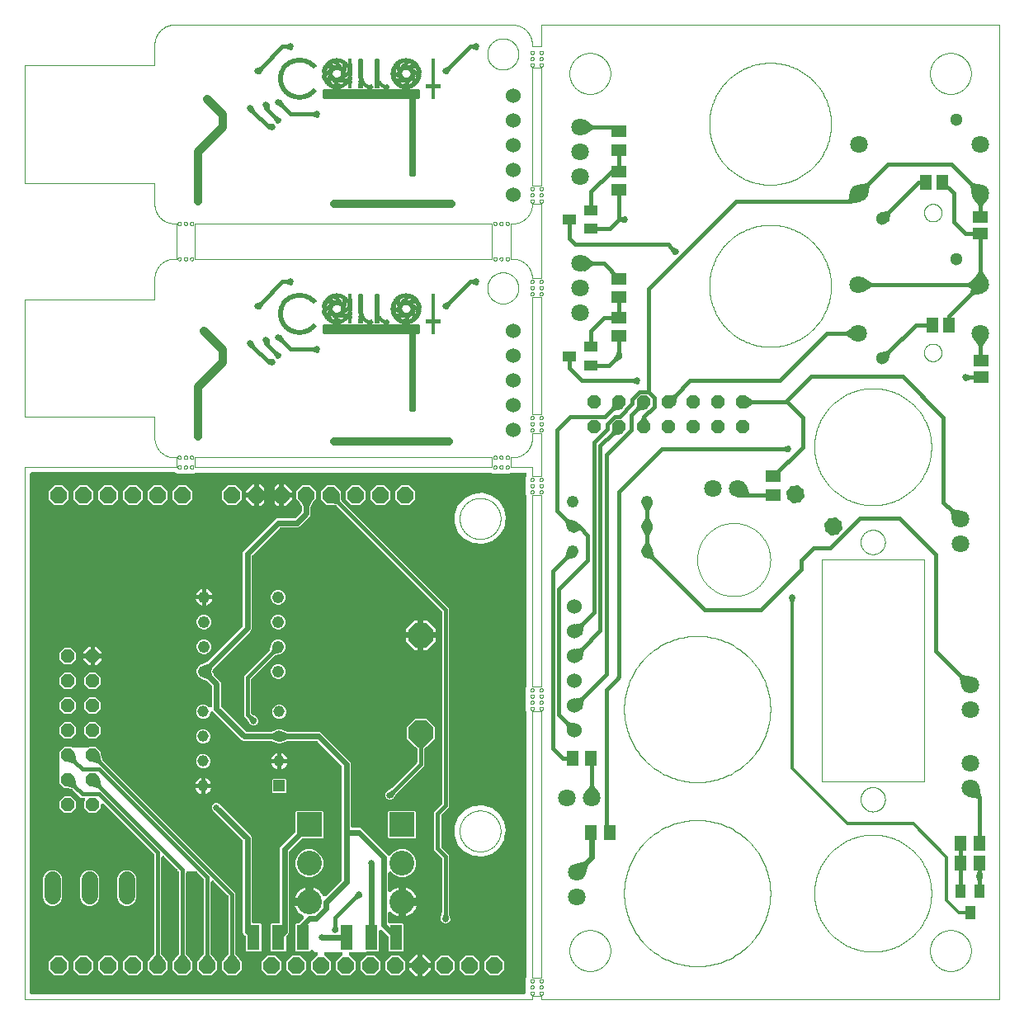
<source format=gbl>
G04 EAGLE Gerber X2 export*
%TF.Part,Single*%
%TF.FileFunction,Other,Bottom layer*%
%TF.FilePolarity,Positive*%
%TF.GenerationSoftware,Autodesk,EAGLE,9.4.0*%
%TF.CreationDate,2019-06-20T03:08:28Z*%
G75*
%MOMM*%
%FSLAX34Y34*%
%LPD*%
%INBottom layer*%
%AMOC8*
5,1,8,0,0,1.08239X$1,22.5*%
G01*
%ADD10C,0.050000*%
%ADD11C,0.076200*%
%ADD12C,0.000000*%
%ADD13C,1.219200*%
%ADD14R,1.159000X1.159000*%
%ADD15C,1.159000*%
%ADD16C,1.676400*%
%ADD17P,1.484606X8X292.500000*%
%ADD18P,1.814519X8X202.500000*%
%ADD19P,2.749271X8X112.500000*%
%ADD20C,1.524000*%
%ADD21R,1.500000X1.300000*%
%ADD22C,1.800000*%
%ADD23C,1.300000*%
%ADD24R,1.400000X1.000000*%
%ADD25R,1.600000X1.300000*%
%ADD26P,1.484606X8X202.500000*%
%ADD27R,1.000000X1.400000*%
%ADD28R,1.300000X1.600000*%
%ADD29R,1.300000X1.500000*%
%ADD30P,1.924489X8X162.500000*%
%ADD31R,0.400000X0.020000*%
%ADD32R,0.760000X0.020000*%
%ADD33R,0.200000X0.020000*%
%ADD34R,0.240000X0.020000*%
%ADD35R,1.000000X0.020000*%
%ADD36R,0.540000X0.020000*%
%ADD37R,0.580000X0.020000*%
%ADD38R,1.180000X0.020000*%
%ADD39R,0.740000X0.020000*%
%ADD40R,0.780000X0.020000*%
%ADD41R,1.320000X0.020000*%
%ADD42R,0.880000X0.020000*%
%ADD43R,0.940000X0.020000*%
%ADD44R,1.480000X0.020000*%
%ADD45R,0.980000X0.020000*%
%ADD46R,0.380000X0.020000*%
%ADD47R,1.060000X0.020000*%
%ADD48R,0.360000X0.020000*%
%ADD49R,1.600000X0.020000*%
%ADD50R,1.100000X0.020000*%
%ADD51R,0.420000X0.020000*%
%ADD52R,0.440000X0.020000*%
%ADD53R,1.160000X0.020000*%
%ADD54R,1.700000X0.020000*%
%ADD55R,1.200000X0.020000*%
%ADD56R,1.260000X0.020000*%
%ADD57R,1.800000X0.020000*%
%ADD58R,1.300000X0.020000*%
%ADD59R,1.340000X0.020000*%
%ADD60R,1.900000X0.020000*%
%ADD61R,1.360000X0.020000*%
%ADD62R,1.440000X0.020000*%
%ADD63R,1.980000X0.020000*%
%ADD64R,1.520000X0.020000*%
%ADD65R,2.080000X0.020000*%
%ADD66R,1.500000X0.020000*%
%ADD67R,1.580000X0.020000*%
%ADD68R,2.160000X0.020000*%
%ADD69R,1.640000X0.020000*%
%ADD70R,2.240000X0.020000*%
%ADD71R,1.620000X0.020000*%
%ADD72R,2.300000X0.020000*%
%ADD73R,1.760000X0.020000*%
%ADD74R,2.380000X0.020000*%
%ADD75R,1.740000X0.020000*%
%ADD76R,2.420000X0.020000*%
%ADD77R,1.780000X0.020000*%
%ADD78R,1.860000X0.020000*%
%ADD79R,2.500000X0.020000*%
%ADD80R,1.920000X0.020000*%
%ADD81R,2.540000X0.020000*%
%ADD82R,1.960000X0.020000*%
%ADD83R,2.620000X0.020000*%
%ADD84R,1.940000X0.020000*%
%ADD85R,2.000000X0.020000*%
%ADD86R,2.660000X0.020000*%
%ADD87R,2.040000X0.020000*%
%ADD88R,1.120000X0.020000*%
%ADD89R,0.900000X0.020000*%
%ADD90R,1.040000X0.020000*%
%ADD91R,0.700000X0.020000*%
%ADD92R,0.820000X0.020000*%
%ADD93R,0.960000X0.020000*%
%ADD94R,0.920000X0.020000*%
%ADD95R,1.220000X0.020000*%
%ADD96R,0.660000X0.020000*%
%ADD97R,1.240000X0.020000*%
%ADD98R,0.620000X0.020000*%
%ADD99R,0.720000X0.020000*%
%ADD100R,0.860000X0.020000*%
%ADD101R,0.680000X0.020000*%
%ADD102R,0.840000X0.020000*%
%ADD103R,0.640000X0.020000*%
%ADD104R,0.520000X0.020000*%
%ADD105R,0.560000X0.020000*%
%ADD106R,0.800000X0.020000*%
%ADD107R,0.500000X0.020000*%
%ADD108R,0.480000X0.020000*%
%ADD109R,0.600000X0.020000*%
%ADD110R,0.460000X0.020000*%
%ADD111R,1.680000X0.020000*%
%ADD112R,1.720000X0.020000*%
%ADD113R,1.820000X0.020000*%
%ADD114R,1.840000X0.020000*%
%ADD115R,1.880000X0.020000*%
%ADD116R,0.320000X0.020000*%
%ADD117R,2.320000X0.020000*%
%ADD118R,2.800000X0.020000*%
%ADD119R,2.340000X0.020000*%
%ADD120R,2.820000X0.020000*%
%ADD121R,0.260000X0.020000*%
%ADD122R,2.360000X0.020000*%
%ADD123R,0.220000X0.020000*%
%ADD124R,0.180000X0.020000*%
%ADD125R,0.120000X0.020000*%
%ADD126R,0.080000X0.020000*%
%ADD127R,0.040000X0.020000*%
%ADD128R,1.140000X0.020000*%
%ADD129R,1.080000X0.020000*%
%ADD130R,1.660000X0.020000*%
%ADD131R,2.400000X0.020000*%
%ADD132R,2.980000X0.020000*%
%ADD133R,2.960000X0.020000*%
%ADD134R,2.840000X0.020000*%
%ADD135R,2.940000X0.020000*%
%ADD136R,2.780000X0.020000*%
%ADD137R,2.100000X0.020000*%
%ADD138R,2.060000X0.020000*%
%ADD139R,2.020000X0.020000*%
%ADD140R,0.060000X0.020000*%
%ADD141R,0.140000X0.020000*%
%ADD142R,1.540000X0.020000*%
%ADD143R,1.460000X0.020000*%
%ADD144R,1.420000X0.020000*%
%ADD145R,9.740000X0.020000*%
%ADD146R,9.840000X0.020000*%
%ADD147R,9.900000X0.020000*%
%ADD148R,9.940000X0.020000*%
%ADD149R,9.960000X0.020000*%
%ADD150R,9.980000X0.020000*%
%ADD151R,10.020000X0.020000*%
%ADD152R,2.580000X0.020000*%
%ADD153R,2.520000X0.020000*%
%ADD154R,2.460000X0.020000*%
%ADD155R,2.260000X0.020000*%
%ADD156R,2.200000X0.020000*%
%ADD157R,2.120000X0.020000*%
%ADD158R,9.820000X0.020000*%
%ADD159R,1.020000X0.020000*%
%ADD160R,2.550000X2.550000*%
%ADD161C,2.550000*%
%ADD162R,1.270000X2.540000*%
%ADD163C,0.406400*%
%ADD164C,0.654800*%
%ADD165C,0.609600*%
%ADD166C,0.812800*%
%ADD167C,0.304800*%

G36*
X511856Y5333D02*
X511856Y5333D01*
X511874Y5331D01*
X512056Y5352D01*
X512239Y5371D01*
X512256Y5376D01*
X512273Y5378D01*
X512448Y5435D01*
X512624Y5489D01*
X512639Y5497D01*
X512656Y5503D01*
X512816Y5593D01*
X512978Y5681D01*
X512991Y5692D01*
X513007Y5701D01*
X513146Y5821D01*
X513287Y5938D01*
X513298Y5952D01*
X513312Y5964D01*
X513424Y6109D01*
X513539Y6252D01*
X513547Y6268D01*
X513558Y6282D01*
X513640Y6447D01*
X513725Y6609D01*
X513730Y6626D01*
X513738Y6642D01*
X513785Y6821D01*
X513836Y6996D01*
X513838Y7014D01*
X513842Y7031D01*
X513869Y7362D01*
X513869Y7709D01*
X514300Y8748D01*
X514307Y8773D01*
X514319Y8797D01*
X514365Y8965D01*
X514416Y9133D01*
X514419Y9160D01*
X514426Y9186D01*
X514438Y9360D01*
X514454Y9534D01*
X514451Y9560D01*
X514453Y9587D01*
X514431Y9761D01*
X514413Y9934D01*
X514405Y9960D01*
X514401Y9986D01*
X514300Y10302D01*
X513869Y11341D01*
X513869Y14059D01*
X514300Y15098D01*
X514307Y15123D01*
X514319Y15147D01*
X514365Y15315D01*
X514416Y15483D01*
X514419Y15510D01*
X514426Y15536D01*
X514438Y15710D01*
X514454Y15884D01*
X514451Y15910D01*
X514453Y15937D01*
X514431Y16111D01*
X514413Y16284D01*
X514405Y16310D01*
X514401Y16336D01*
X514300Y16652D01*
X513869Y17691D01*
X513869Y20409D01*
X515034Y23221D01*
X515087Y23321D01*
X515095Y23346D01*
X515107Y23370D01*
X515152Y23540D01*
X515202Y23707D01*
X515204Y23733D01*
X515211Y23759D01*
X515238Y24090D01*
X515238Y293410D01*
X515236Y293437D01*
X515238Y293464D01*
X515216Y293637D01*
X515198Y293811D01*
X515191Y293836D01*
X515187Y293863D01*
X515132Y294029D01*
X515080Y294196D01*
X515067Y294219D01*
X515059Y294245D01*
X515021Y294310D01*
X513869Y297091D01*
X513869Y299809D01*
X514300Y300848D01*
X514307Y300873D01*
X514319Y300897D01*
X514365Y301066D01*
X514416Y301233D01*
X514419Y301260D01*
X514426Y301286D01*
X514438Y301460D01*
X514454Y301634D01*
X514451Y301660D01*
X514453Y301687D01*
X514431Y301862D01*
X514413Y302034D01*
X514405Y302060D01*
X514401Y302086D01*
X514300Y302402D01*
X513869Y303441D01*
X513869Y306159D01*
X514300Y307198D01*
X514307Y307223D01*
X514319Y307247D01*
X514365Y307416D01*
X514416Y307583D01*
X514419Y307610D01*
X514426Y307636D01*
X514438Y307810D01*
X514454Y307984D01*
X514451Y308010D01*
X514453Y308037D01*
X514431Y308212D01*
X514413Y308384D01*
X514405Y308410D01*
X514401Y308436D01*
X514300Y308752D01*
X513869Y309791D01*
X513869Y312509D01*
X514300Y313548D01*
X514307Y313573D01*
X514319Y313597D01*
X514365Y313766D01*
X514416Y313933D01*
X514419Y313960D01*
X514426Y313986D01*
X514438Y314160D01*
X514454Y314334D01*
X514451Y314360D01*
X514453Y314387D01*
X514431Y314562D01*
X514413Y314734D01*
X514405Y314760D01*
X514401Y314786D01*
X514300Y315102D01*
X513869Y316141D01*
X513869Y318859D01*
X515034Y321671D01*
X515087Y321771D01*
X515095Y321796D01*
X515107Y321820D01*
X515152Y321990D01*
X515202Y322157D01*
X515204Y322183D01*
X515211Y322209D01*
X515238Y322540D01*
X515238Y515660D01*
X515236Y515687D01*
X515238Y515714D01*
X515216Y515887D01*
X515198Y516061D01*
X515191Y516086D01*
X515187Y516113D01*
X515132Y516279D01*
X515080Y516446D01*
X515067Y516469D01*
X515059Y516495D01*
X515021Y516560D01*
X513869Y519341D01*
X513869Y522059D01*
X514300Y523098D01*
X514307Y523123D01*
X514319Y523147D01*
X514365Y523315D01*
X514416Y523483D01*
X514419Y523510D01*
X514426Y523536D01*
X514438Y523710D01*
X514454Y523884D01*
X514451Y523910D01*
X514453Y523937D01*
X514431Y524111D01*
X514413Y524284D01*
X514405Y524310D01*
X514401Y524336D01*
X514300Y524652D01*
X513869Y525691D01*
X513869Y528409D01*
X514300Y529448D01*
X514307Y529473D01*
X514319Y529497D01*
X514365Y529666D01*
X514416Y529833D01*
X514419Y529860D01*
X514426Y529886D01*
X514438Y530060D01*
X514454Y530234D01*
X514451Y530260D01*
X514453Y530287D01*
X514431Y530462D01*
X514413Y530634D01*
X514405Y530660D01*
X514401Y530686D01*
X514300Y531002D01*
X513869Y532041D01*
X513869Y534759D01*
X515034Y537571D01*
X515087Y537671D01*
X515095Y537696D01*
X515107Y537720D01*
X515152Y537890D01*
X515202Y538057D01*
X515204Y538083D01*
X515211Y538109D01*
X515238Y538440D01*
X515238Y538607D01*
X515236Y538625D01*
X515238Y538643D01*
X515217Y538825D01*
X515198Y539008D01*
X515193Y539025D01*
X515191Y539042D01*
X515134Y539217D01*
X515080Y539393D01*
X515072Y539408D01*
X515066Y539425D01*
X514976Y539585D01*
X514888Y539747D01*
X514877Y539760D01*
X514868Y539776D01*
X514748Y539915D01*
X514631Y540056D01*
X514617Y540067D01*
X514605Y540081D01*
X514460Y540193D01*
X514317Y540308D01*
X514301Y540316D01*
X514287Y540327D01*
X514122Y540409D01*
X513960Y540494D01*
X513943Y540499D01*
X513927Y540507D01*
X513748Y540554D01*
X513573Y540605D01*
X513555Y540607D01*
X513538Y540611D01*
X513207Y540638D01*
X500340Y540638D01*
X500313Y540636D01*
X500286Y540638D01*
X500113Y540616D01*
X499939Y540598D01*
X499914Y540591D01*
X499887Y540587D01*
X499721Y540532D01*
X499554Y540480D01*
X499531Y540467D01*
X499505Y540459D01*
X499440Y540421D01*
X496659Y539269D01*
X493941Y539269D01*
X492902Y539700D01*
X492877Y539707D01*
X492853Y539719D01*
X492685Y539765D01*
X492517Y539816D01*
X492490Y539819D01*
X492464Y539826D01*
X492290Y539838D01*
X492116Y539854D01*
X492090Y539851D01*
X492063Y539853D01*
X491889Y539831D01*
X491716Y539813D01*
X491690Y539805D01*
X491664Y539801D01*
X491348Y539700D01*
X490309Y539269D01*
X487591Y539269D01*
X486552Y539700D01*
X486527Y539707D01*
X486503Y539719D01*
X486335Y539765D01*
X486167Y539816D01*
X486140Y539819D01*
X486114Y539826D01*
X485940Y539838D01*
X485766Y539854D01*
X485740Y539851D01*
X485713Y539853D01*
X485539Y539831D01*
X485366Y539813D01*
X485340Y539805D01*
X485314Y539801D01*
X484998Y539700D01*
X483959Y539269D01*
X481241Y539269D01*
X478430Y540434D01*
X478331Y540486D01*
X478304Y540494D01*
X478280Y540507D01*
X478111Y540552D01*
X477945Y540601D01*
X477918Y540604D01*
X477891Y540611D01*
X477560Y540638D01*
X176490Y540638D01*
X176462Y540636D01*
X176435Y540638D01*
X176262Y540616D01*
X176089Y540598D01*
X176063Y540590D01*
X176035Y540587D01*
X175871Y540531D01*
X175704Y540480D01*
X175680Y540467D01*
X175654Y540458D01*
X175589Y540421D01*
X172809Y539269D01*
X170091Y539269D01*
X169052Y539700D01*
X169027Y539707D01*
X169003Y539719D01*
X168835Y539765D01*
X168667Y539816D01*
X168640Y539819D01*
X168614Y539826D01*
X168440Y539838D01*
X168266Y539854D01*
X168240Y539851D01*
X168213Y539853D01*
X168039Y539831D01*
X167866Y539813D01*
X167840Y539805D01*
X167814Y539801D01*
X167498Y539700D01*
X166459Y539269D01*
X163741Y539269D01*
X162702Y539700D01*
X162677Y539707D01*
X162653Y539719D01*
X162484Y539765D01*
X162317Y539816D01*
X162290Y539819D01*
X162264Y539826D01*
X162090Y539838D01*
X161916Y539854D01*
X161890Y539851D01*
X161863Y539853D01*
X161688Y539831D01*
X161516Y539813D01*
X161490Y539805D01*
X161464Y539801D01*
X161148Y539700D01*
X160109Y539269D01*
X157391Y539269D01*
X154820Y540334D01*
X154704Y540429D01*
X154680Y540442D01*
X154659Y540458D01*
X154502Y540536D01*
X154348Y540618D01*
X154323Y540626D01*
X154299Y540638D01*
X154129Y540683D01*
X153962Y540733D01*
X153936Y540735D01*
X153910Y540742D01*
X153579Y540769D01*
X7362Y540769D01*
X7344Y540767D01*
X7326Y540769D01*
X7144Y540748D01*
X6961Y540729D01*
X6944Y540724D01*
X6927Y540722D01*
X6752Y540665D01*
X6576Y540611D01*
X6561Y540603D01*
X6544Y540597D01*
X6383Y540507D01*
X6222Y540419D01*
X6209Y540408D01*
X6193Y540399D01*
X6054Y540279D01*
X5913Y540162D01*
X5902Y540148D01*
X5888Y540136D01*
X5776Y539991D01*
X5661Y539848D01*
X5653Y539832D01*
X5642Y539818D01*
X5560Y539653D01*
X5475Y539491D01*
X5470Y539474D01*
X5462Y539458D01*
X5415Y539279D01*
X5364Y539104D01*
X5362Y539086D01*
X5358Y539069D01*
X5331Y538738D01*
X5331Y7362D01*
X5333Y7344D01*
X5331Y7326D01*
X5352Y7144D01*
X5371Y6961D01*
X5376Y6944D01*
X5378Y6927D01*
X5435Y6752D01*
X5489Y6576D01*
X5497Y6561D01*
X5503Y6544D01*
X5593Y6384D01*
X5681Y6222D01*
X5692Y6209D01*
X5701Y6193D01*
X5821Y6054D01*
X5938Y5913D01*
X5952Y5902D01*
X5964Y5888D01*
X6109Y5776D01*
X6252Y5661D01*
X6268Y5653D01*
X6282Y5642D01*
X6447Y5560D01*
X6609Y5475D01*
X6626Y5470D01*
X6642Y5462D01*
X6821Y5415D01*
X6996Y5364D01*
X7014Y5362D01*
X7031Y5358D01*
X7362Y5331D01*
X511838Y5331D01*
X511856Y5333D01*
G37*
%LPC*%
G36*
X300062Y25018D02*
X300062Y25018D01*
X294258Y30822D01*
X294258Y39028D01*
X300530Y45300D01*
X300535Y45307D01*
X300542Y45312D01*
X300662Y45462D01*
X300785Y45611D01*
X300789Y45619D01*
X300794Y45626D01*
X300883Y45796D01*
X300973Y45967D01*
X300976Y45976D01*
X300980Y45983D01*
X301033Y46168D01*
X301088Y46353D01*
X301089Y46362D01*
X301091Y46370D01*
X301107Y46562D01*
X301124Y46754D01*
X301123Y46763D01*
X301124Y46772D01*
X301102Y46961D01*
X301081Y47154D01*
X301078Y47163D01*
X301077Y47171D01*
X301018Y47353D01*
X300959Y47538D01*
X300955Y47546D01*
X300952Y47554D01*
X300857Y47723D01*
X300765Y47890D01*
X300759Y47897D01*
X300754Y47905D01*
X300629Y48051D01*
X300504Y48197D01*
X300497Y48203D01*
X300491Y48210D01*
X300340Y48327D01*
X300188Y48447D01*
X300180Y48451D01*
X300173Y48456D01*
X300002Y48542D01*
X299829Y48629D01*
X299821Y48632D01*
X299813Y48636D01*
X299626Y48686D01*
X299441Y48737D01*
X299433Y48738D01*
X299424Y48740D01*
X299093Y48767D01*
X297608Y48767D01*
X296352Y50023D01*
X296338Y50035D01*
X296327Y50048D01*
X296183Y50162D01*
X296041Y50278D01*
X296025Y50287D01*
X296011Y50298D01*
X295847Y50381D01*
X295685Y50467D01*
X295668Y50472D01*
X295652Y50480D01*
X295475Y50529D01*
X295299Y50582D01*
X295281Y50583D01*
X295264Y50588D01*
X295081Y50601D01*
X294898Y50618D01*
X294880Y50616D01*
X294862Y50617D01*
X294680Y50594D01*
X294498Y50575D01*
X294481Y50569D01*
X294463Y50567D01*
X294289Y50509D01*
X294114Y50453D01*
X294098Y50444D01*
X294081Y50439D01*
X293923Y50348D01*
X293762Y50258D01*
X293748Y50247D01*
X293732Y50238D01*
X293479Y50023D01*
X292732Y49275D01*
X278768Y49275D01*
X277875Y50168D01*
X277875Y76832D01*
X278768Y77725D01*
X280075Y77725D01*
X280097Y77727D01*
X280119Y77725D01*
X280297Y77747D01*
X280475Y77765D01*
X280497Y77771D01*
X280519Y77774D01*
X280689Y77830D01*
X280860Y77883D01*
X280880Y77893D01*
X280901Y77900D01*
X281057Y77989D01*
X281214Y78075D01*
X281232Y78089D01*
X281251Y78100D01*
X281386Y78218D01*
X281524Y78332D01*
X281538Y78350D01*
X281555Y78364D01*
X281664Y78507D01*
X281776Y78646D01*
X281786Y78666D01*
X281800Y78684D01*
X281835Y78752D01*
X286084Y83001D01*
X286093Y83012D01*
X286103Y83020D01*
X286220Y83167D01*
X286339Y83313D01*
X286346Y83325D01*
X286354Y83335D01*
X286440Y83503D01*
X286528Y83668D01*
X286532Y83681D01*
X286538Y83693D01*
X286589Y83875D01*
X286643Y84054D01*
X286644Y84068D01*
X286648Y84081D01*
X286662Y84267D01*
X286679Y84455D01*
X286678Y84469D01*
X286679Y84482D01*
X286656Y84668D01*
X286636Y84856D01*
X286632Y84868D01*
X286630Y84882D01*
X286571Y85060D01*
X286514Y85239D01*
X286508Y85251D01*
X286504Y85264D01*
X286410Y85428D01*
X286320Y85592D01*
X286311Y85602D01*
X286304Y85614D01*
X286180Y85756D01*
X286059Y85899D01*
X286049Y85907D01*
X286040Y85917D01*
X285891Y86032D01*
X285743Y86148D01*
X285731Y86154D01*
X285720Y86163D01*
X285425Y86314D01*
X285322Y86357D01*
X283587Y87359D01*
X281997Y88579D01*
X280579Y89997D01*
X279359Y91587D01*
X278357Y93323D01*
X277590Y95174D01*
X277359Y96037D01*
X290068Y96037D01*
X290086Y96039D01*
X290103Y96037D01*
X290286Y96058D01*
X290468Y96077D01*
X290486Y96082D01*
X290503Y96084D01*
X290678Y96141D01*
X290853Y96195D01*
X290869Y96203D01*
X290886Y96209D01*
X291046Y96299D01*
X291207Y96387D01*
X291221Y96398D01*
X291237Y96407D01*
X291376Y96527D01*
X291517Y96644D01*
X291528Y96658D01*
X291541Y96670D01*
X291654Y96815D01*
X291769Y96958D01*
X291777Y96974D01*
X291788Y96988D01*
X291870Y97153D01*
X291955Y97315D01*
X291959Y97332D01*
X291967Y97349D01*
X292015Y97527D01*
X292066Y97702D01*
X292067Y97720D01*
X292072Y97737D01*
X292099Y98068D01*
X292099Y100101D01*
X294132Y100101D01*
X294150Y100103D01*
X294167Y100101D01*
X294350Y100123D01*
X294533Y100141D01*
X294550Y100146D01*
X294567Y100148D01*
X294742Y100205D01*
X294917Y100259D01*
X294933Y100267D01*
X294950Y100273D01*
X295110Y100363D01*
X295272Y100451D01*
X295285Y100462D01*
X295301Y100471D01*
X295440Y100591D01*
X295581Y100708D01*
X295592Y100722D01*
X295605Y100734D01*
X295718Y100879D01*
X295833Y101022D01*
X295841Y101038D01*
X295852Y101052D01*
X295934Y101217D01*
X296019Y101380D01*
X296024Y101397D01*
X296032Y101413D01*
X296079Y101591D01*
X296130Y101766D01*
X296131Y101784D01*
X296136Y101801D01*
X296163Y102132D01*
X296163Y114841D01*
X297026Y114610D01*
X298877Y113843D01*
X300613Y112841D01*
X302203Y111621D01*
X303621Y110203D01*
X304841Y108613D01*
X305843Y106878D01*
X305886Y106775D01*
X305892Y106763D01*
X305896Y106750D01*
X305987Y106586D01*
X306076Y106420D01*
X306085Y106409D01*
X306091Y106398D01*
X306212Y106255D01*
X306332Y106109D01*
X306343Y106101D01*
X306352Y106091D01*
X306499Y105974D01*
X306645Y105856D01*
X306657Y105849D01*
X306667Y105841D01*
X306835Y105756D01*
X307001Y105669D01*
X307014Y105665D01*
X307026Y105659D01*
X307208Y105608D01*
X307388Y105556D01*
X307401Y105554D01*
X307414Y105551D01*
X307603Y105537D01*
X307789Y105521D01*
X307802Y105522D01*
X307816Y105521D01*
X308004Y105545D01*
X308189Y105566D01*
X308202Y105570D01*
X308215Y105572D01*
X308394Y105632D01*
X308572Y105689D01*
X308584Y105696D01*
X308597Y105700D01*
X308761Y105794D01*
X308924Y105885D01*
X308934Y105894D01*
X308946Y105901D01*
X309199Y106116D01*
X325032Y121949D01*
X325049Y121970D01*
X325070Y121987D01*
X325177Y122125D01*
X325287Y122261D01*
X325300Y122284D01*
X325316Y122305D01*
X325394Y122462D01*
X325476Y122616D01*
X325484Y122642D01*
X325496Y122666D01*
X325541Y122835D01*
X325591Y123002D01*
X325593Y123029D01*
X325600Y123055D01*
X325627Y123385D01*
X325627Y238565D01*
X325625Y238591D01*
X325627Y238618D01*
X325605Y238792D01*
X325587Y238965D01*
X325580Y238991D01*
X325576Y239017D01*
X325521Y239183D01*
X325469Y239350D01*
X325456Y239374D01*
X325448Y239399D01*
X325361Y239551D01*
X325277Y239704D01*
X325260Y239725D01*
X325247Y239748D01*
X325032Y240001D01*
X300326Y264707D01*
X300305Y264724D01*
X300288Y264745D01*
X300150Y264852D01*
X300014Y264962D01*
X299991Y264975D01*
X299970Y264991D01*
X299813Y265069D01*
X299659Y265151D01*
X299633Y265159D01*
X299609Y265171D01*
X299440Y265216D01*
X299273Y265266D01*
X299246Y265268D01*
X299220Y265275D01*
X298890Y265302D01*
X270127Y265302D01*
X270119Y265301D01*
X270110Y265302D01*
X269918Y265281D01*
X269726Y265262D01*
X269718Y265260D01*
X269710Y265259D01*
X269392Y265165D01*
X265174Y263527D01*
X265173Y263527D01*
X264047Y263089D01*
X264028Y263080D01*
X264004Y263072D01*
X262756Y262555D01*
X259844Y262555D01*
X258596Y263072D01*
X258576Y263078D01*
X258553Y263089D01*
X253208Y265165D01*
X253200Y265167D01*
X253192Y265171D01*
X253006Y265221D01*
X252820Y265272D01*
X252812Y265273D01*
X252804Y265275D01*
X252473Y265302D01*
X224515Y265302D01*
X222835Y265998D01*
X194545Y294288D01*
X193986Y294847D01*
X193975Y294856D01*
X193967Y294866D01*
X193820Y294983D01*
X193674Y295103D01*
X193662Y295109D01*
X193652Y295117D01*
X193485Y295203D01*
X193319Y295291D01*
X193306Y295295D01*
X193294Y295301D01*
X193114Y295352D01*
X192933Y295406D01*
X192919Y295407D01*
X192906Y295411D01*
X192721Y295425D01*
X192532Y295442D01*
X192518Y295441D01*
X192505Y295442D01*
X192320Y295419D01*
X192131Y295399D01*
X192119Y295395D01*
X192105Y295393D01*
X191927Y295334D01*
X191748Y295277D01*
X191736Y295271D01*
X191723Y295267D01*
X191559Y295173D01*
X191395Y295083D01*
X191385Y295074D01*
X191373Y295067D01*
X191231Y294944D01*
X191088Y294822D01*
X191080Y294812D01*
X191070Y294803D01*
X190955Y294654D01*
X190839Y294506D01*
X190833Y294494D01*
X190824Y294484D01*
X190673Y294188D01*
X189405Y291129D01*
X187346Y289070D01*
X184656Y287955D01*
X181744Y287955D01*
X179054Y289070D01*
X176995Y291129D01*
X175880Y293819D01*
X175880Y296731D01*
X176995Y299421D01*
X179054Y301480D01*
X181744Y302595D01*
X184656Y302595D01*
X187346Y301480D01*
X188810Y300017D01*
X188817Y300011D01*
X188822Y300004D01*
X188972Y299884D01*
X189121Y299762D01*
X189129Y299758D01*
X189136Y299752D01*
X189306Y299664D01*
X189477Y299573D01*
X189486Y299571D01*
X189493Y299567D01*
X189678Y299514D01*
X189863Y299458D01*
X189872Y299458D01*
X189880Y299455D01*
X190071Y299440D01*
X190264Y299422D01*
X190273Y299423D01*
X190282Y299422D01*
X190471Y299445D01*
X190664Y299465D01*
X190673Y299468D01*
X190681Y299469D01*
X190863Y299529D01*
X191048Y299587D01*
X191056Y299591D01*
X191064Y299594D01*
X191231Y299688D01*
X191400Y299782D01*
X191407Y299788D01*
X191415Y299792D01*
X191560Y299917D01*
X191707Y300042D01*
X191713Y300049D01*
X191720Y300055D01*
X191836Y300206D01*
X191957Y300358D01*
X191961Y300366D01*
X191966Y300373D01*
X192052Y300545D01*
X192139Y300717D01*
X192142Y300726D01*
X192146Y300734D01*
X192196Y300920D01*
X192247Y301105D01*
X192248Y301114D01*
X192250Y301123D01*
X192277Y301453D01*
X192277Y321115D01*
X192275Y321141D01*
X192277Y321168D01*
X192255Y321342D01*
X192237Y321515D01*
X192230Y321541D01*
X192226Y321567D01*
X192171Y321733D01*
X192119Y321900D01*
X192106Y321924D01*
X192098Y321949D01*
X192011Y322101D01*
X191927Y322254D01*
X191910Y322275D01*
X191897Y322298D01*
X191682Y322551D01*
X187594Y326639D01*
X187574Y326659D01*
X187556Y326674D01*
X187540Y326692D01*
X187400Y326802D01*
X187263Y326915D01*
X187242Y326926D01*
X187223Y326940D01*
X186929Y327094D01*
X182385Y329021D01*
X181210Y329519D01*
X181203Y329521D01*
X181194Y329526D01*
X179833Y330089D01*
X177689Y332233D01*
X176529Y335034D01*
X176529Y338066D01*
X177689Y340867D01*
X179833Y343011D01*
X181198Y343576D01*
X181205Y343579D01*
X181214Y343582D01*
X181573Y343735D01*
X182385Y344079D01*
X186929Y346006D01*
X186949Y346017D01*
X186971Y346024D01*
X187126Y346113D01*
X187283Y346199D01*
X187300Y346213D01*
X187320Y346225D01*
X187573Y346440D01*
X223432Y382299D01*
X223449Y382320D01*
X223470Y382337D01*
X223577Y382475D01*
X223687Y382611D01*
X223700Y382634D01*
X223716Y382655D01*
X223794Y382812D01*
X223876Y382966D01*
X223884Y382992D01*
X223896Y383016D01*
X223941Y383185D01*
X223991Y383352D01*
X223993Y383379D01*
X224000Y383405D01*
X224027Y383735D01*
X224027Y458110D01*
X224723Y459790D01*
X257760Y492827D01*
X259440Y493523D01*
X276665Y493523D01*
X276691Y493525D01*
X276718Y493523D01*
X276892Y493545D01*
X277065Y493563D01*
X277091Y493570D01*
X277117Y493574D01*
X277283Y493629D01*
X277450Y493681D01*
X277474Y493694D01*
X277499Y493702D01*
X277651Y493789D01*
X277804Y493873D01*
X277825Y493890D01*
X277848Y493903D01*
X278101Y494118D01*
X283757Y499774D01*
X283774Y499795D01*
X283795Y499812D01*
X283902Y499950D01*
X284012Y500086D01*
X284025Y500109D01*
X284041Y500130D01*
X284119Y500287D01*
X284201Y500441D01*
X284209Y500467D01*
X284221Y500491D01*
X284266Y500660D01*
X284316Y500827D01*
X284318Y500854D01*
X284325Y500880D01*
X284352Y501210D01*
X284352Y505617D01*
X284352Y505619D01*
X284352Y505621D01*
X284332Y505819D01*
X284312Y506017D01*
X284312Y506019D01*
X284312Y506021D01*
X284254Y506207D01*
X284194Y506402D01*
X284193Y506404D01*
X284193Y506406D01*
X284039Y506700D01*
X281257Y511111D01*
X281220Y511159D01*
X281190Y511211D01*
X281061Y511364D01*
X281010Y511429D01*
X280993Y511443D01*
X280976Y511464D01*
X279018Y513422D01*
X279018Y521628D01*
X284822Y527432D01*
X293028Y527432D01*
X298832Y521628D01*
X298832Y513422D01*
X296874Y511464D01*
X296836Y511418D01*
X296792Y511377D01*
X296671Y511216D01*
X296619Y511153D01*
X296609Y511133D01*
X296593Y511111D01*
X293811Y506700D01*
X293810Y506698D01*
X293809Y506697D01*
X293718Y506514D01*
X293631Y506340D01*
X293630Y506338D01*
X293629Y506336D01*
X293573Y506128D01*
X293526Y505951D01*
X293525Y505949D01*
X293525Y505947D01*
X293498Y505617D01*
X293498Y497565D01*
X292802Y495885D01*
X281990Y485073D01*
X280310Y484377D01*
X263085Y484377D01*
X263059Y484375D01*
X263032Y484377D01*
X262858Y484355D01*
X262685Y484337D01*
X262659Y484330D01*
X262633Y484326D01*
X262467Y484271D01*
X262300Y484219D01*
X262276Y484206D01*
X262251Y484198D01*
X262099Y484111D01*
X261946Y484027D01*
X261925Y484010D01*
X261902Y483997D01*
X261649Y483782D01*
X233768Y455901D01*
X233751Y455880D01*
X233730Y455863D01*
X233623Y455725D01*
X233513Y455589D01*
X233500Y455566D01*
X233484Y455545D01*
X233406Y455388D01*
X233324Y455234D01*
X233316Y455208D01*
X233304Y455184D01*
X233259Y455015D01*
X233209Y454848D01*
X233207Y454821D01*
X233200Y454795D01*
X233173Y454465D01*
X233173Y380090D01*
X232477Y378410D01*
X230905Y376838D01*
X194040Y339973D01*
X194025Y339955D01*
X194008Y339940D01*
X193898Y339800D01*
X193784Y339661D01*
X193774Y339641D01*
X193760Y339623D01*
X193606Y339329D01*
X192764Y337343D01*
X192751Y337301D01*
X192731Y337262D01*
X192691Y337109D01*
X192644Y336958D01*
X192639Y336915D01*
X192628Y336873D01*
X192619Y336715D01*
X192602Y336558D01*
X192607Y336515D01*
X192604Y336471D01*
X192626Y336314D01*
X192641Y336157D01*
X192653Y336115D01*
X192659Y336072D01*
X192743Y335819D01*
X192757Y335772D01*
X192761Y335765D01*
X192764Y335757D01*
X193606Y333771D01*
X193617Y333751D01*
X193624Y333729D01*
X193713Y333574D01*
X193799Y333417D01*
X193813Y333400D01*
X193825Y333380D01*
X194040Y333127D01*
X200727Y326440D01*
X201423Y324760D01*
X201423Y301185D01*
X201425Y301159D01*
X201423Y301132D01*
X201445Y300958D01*
X201463Y300785D01*
X201470Y300759D01*
X201474Y300733D01*
X201529Y300567D01*
X201581Y300400D01*
X201594Y300376D01*
X201602Y300351D01*
X201689Y300199D01*
X201773Y300046D01*
X201790Y300025D01*
X201803Y300002D01*
X202018Y299749D01*
X226724Y275043D01*
X226745Y275026D01*
X226762Y275005D01*
X226900Y274898D01*
X227036Y274788D01*
X227059Y274775D01*
X227080Y274759D01*
X227237Y274681D01*
X227391Y274599D01*
X227417Y274591D01*
X227441Y274579D01*
X227610Y274534D01*
X227777Y274484D01*
X227804Y274482D01*
X227830Y274475D01*
X228160Y274448D01*
X252473Y274448D01*
X252481Y274449D01*
X252490Y274448D01*
X252682Y274469D01*
X252874Y274488D01*
X252882Y274490D01*
X252890Y274491D01*
X253208Y274585D01*
X257815Y276374D01*
X257816Y276374D01*
X258553Y276660D01*
X258571Y276670D01*
X258595Y276677D01*
X259844Y277195D01*
X262756Y277195D01*
X264006Y276677D01*
X264025Y276671D01*
X264048Y276660D01*
X265173Y276223D01*
X265174Y276223D01*
X269392Y274585D01*
X269400Y274583D01*
X269407Y274579D01*
X269595Y274529D01*
X269780Y274478D01*
X269788Y274477D01*
X269796Y274475D01*
X270127Y274448D01*
X302535Y274448D01*
X304215Y273752D01*
X334077Y243890D01*
X334773Y242210D01*
X334773Y178054D01*
X334775Y178036D01*
X334773Y178018D01*
X334794Y177836D01*
X334813Y177653D01*
X334818Y177636D01*
X334820Y177619D01*
X334877Y177444D01*
X334931Y177268D01*
X334939Y177253D01*
X334945Y177236D01*
X335035Y177076D01*
X335123Y176914D01*
X335134Y176901D01*
X335143Y176885D01*
X335263Y176746D01*
X335380Y176605D01*
X335394Y176594D01*
X335406Y176580D01*
X335551Y176468D01*
X335694Y176353D01*
X335710Y176345D01*
X335724Y176334D01*
X335889Y176252D01*
X336051Y176167D01*
X336068Y176162D01*
X336084Y176154D01*
X336263Y176107D01*
X336438Y176056D01*
X336456Y176054D01*
X336473Y176050D01*
X336804Y176023D01*
X343810Y176023D01*
X345490Y175327D01*
X372179Y148637D01*
X372264Y148484D01*
X372353Y148318D01*
X372362Y148307D01*
X372368Y148296D01*
X372489Y148153D01*
X372610Y148007D01*
X372620Y147999D01*
X372629Y147989D01*
X372776Y147873D01*
X372922Y147754D01*
X372934Y147747D01*
X372945Y147739D01*
X373113Y147654D01*
X373279Y147567D01*
X373292Y147563D01*
X373304Y147557D01*
X373486Y147506D01*
X373665Y147453D01*
X373679Y147452D01*
X373692Y147449D01*
X373880Y147435D01*
X374066Y147419D01*
X374080Y147420D01*
X374093Y147419D01*
X374282Y147443D01*
X374467Y147464D01*
X374479Y147468D01*
X374493Y147470D01*
X374672Y147530D01*
X374850Y147587D01*
X374862Y147594D01*
X374874Y147598D01*
X375038Y147692D01*
X375201Y147784D01*
X375211Y147792D01*
X375223Y147799D01*
X375476Y148014D01*
X379264Y151802D01*
X384511Y153975D01*
X390189Y153975D01*
X395436Y151802D01*
X399452Y147786D01*
X401625Y142539D01*
X401625Y136861D01*
X399452Y131614D01*
X395436Y127598D01*
X390189Y125425D01*
X384511Y125425D01*
X379264Y127598D01*
X376340Y130522D01*
X376333Y130528D01*
X376328Y130535D01*
X376178Y130655D01*
X376029Y130777D01*
X376021Y130781D01*
X376014Y130787D01*
X375844Y130876D01*
X375673Y130966D01*
X375664Y130968D01*
X375657Y130973D01*
X375472Y131026D01*
X375287Y131081D01*
X375278Y131081D01*
X375270Y131084D01*
X375079Y131100D01*
X374886Y131117D01*
X374877Y131116D01*
X374868Y131117D01*
X374679Y131095D01*
X374486Y131074D01*
X374477Y131071D01*
X374469Y131070D01*
X374287Y131011D01*
X374102Y130952D01*
X374094Y130948D01*
X374086Y130945D01*
X373917Y130850D01*
X373750Y130757D01*
X373743Y130752D01*
X373735Y130747D01*
X373589Y130621D01*
X373443Y130497D01*
X373437Y130490D01*
X373430Y130484D01*
X373313Y130333D01*
X373193Y130181D01*
X373189Y130173D01*
X373184Y130166D01*
X373098Y129994D01*
X373011Y129822D01*
X373008Y129813D01*
X373004Y129805D01*
X372954Y129619D01*
X372903Y129434D01*
X372902Y129425D01*
X372900Y129417D01*
X372873Y129086D01*
X372873Y112151D01*
X372874Y112142D01*
X372873Y112133D01*
X372894Y111941D01*
X372913Y111750D01*
X372915Y111742D01*
X372916Y111733D01*
X372974Y111550D01*
X373031Y111365D01*
X373035Y111357D01*
X373038Y111349D01*
X373131Y111181D01*
X373223Y111011D01*
X373228Y111005D01*
X373233Y110997D01*
X373358Y110849D01*
X373480Y110702D01*
X373487Y110697D01*
X373493Y110690D01*
X373645Y110570D01*
X373794Y110450D01*
X373802Y110446D01*
X373809Y110440D01*
X373982Y110352D01*
X374151Y110264D01*
X374160Y110262D01*
X374168Y110258D01*
X374353Y110206D01*
X374538Y110153D01*
X374547Y110152D01*
X374556Y110150D01*
X374748Y110136D01*
X374940Y110120D01*
X374948Y110121D01*
X374957Y110120D01*
X375148Y110145D01*
X375339Y110167D01*
X375348Y110170D01*
X375357Y110171D01*
X375538Y110232D01*
X375722Y110292D01*
X375730Y110296D01*
X375738Y110299D01*
X375906Y110395D01*
X376073Y110490D01*
X376080Y110496D01*
X376087Y110500D01*
X376340Y110715D01*
X377247Y111621D01*
X378837Y112841D01*
X380573Y113843D01*
X382424Y114610D01*
X383287Y114841D01*
X383287Y102132D01*
X383289Y102114D01*
X383287Y102097D01*
X383308Y101914D01*
X383327Y101732D01*
X383332Y101714D01*
X383334Y101697D01*
X383391Y101522D01*
X383445Y101347D01*
X383453Y101331D01*
X383459Y101314D01*
X383549Y101154D01*
X383637Y100993D01*
X383648Y100979D01*
X383657Y100963D01*
X383777Y100824D01*
X383894Y100683D01*
X383908Y100672D01*
X383920Y100659D01*
X384065Y100546D01*
X384208Y100431D01*
X384224Y100423D01*
X384238Y100412D01*
X384403Y100330D01*
X384565Y100245D01*
X384582Y100241D01*
X384599Y100233D01*
X384777Y100185D01*
X384952Y100134D01*
X384970Y100133D01*
X384987Y100128D01*
X385318Y100101D01*
X387351Y100101D01*
X387351Y100099D01*
X385318Y100099D01*
X385300Y100097D01*
X385282Y100099D01*
X385100Y100077D01*
X384917Y100059D01*
X384900Y100054D01*
X384883Y100052D01*
X384708Y99995D01*
X384532Y99941D01*
X384517Y99933D01*
X384500Y99927D01*
X384340Y99837D01*
X384178Y99749D01*
X384165Y99738D01*
X384149Y99729D01*
X384010Y99609D01*
X383869Y99492D01*
X383858Y99478D01*
X383845Y99466D01*
X383732Y99321D01*
X383617Y99178D01*
X383609Y99162D01*
X383598Y99148D01*
X383516Y98983D01*
X383431Y98820D01*
X383426Y98803D01*
X383418Y98787D01*
X383371Y98609D01*
X383320Y98434D01*
X383318Y98416D01*
X383314Y98399D01*
X383287Y98068D01*
X383287Y85359D01*
X382424Y85590D01*
X380573Y86357D01*
X378837Y87359D01*
X377247Y88579D01*
X376340Y89485D01*
X376333Y89491D01*
X376328Y89498D01*
X376179Y89618D01*
X376029Y89740D01*
X376021Y89745D01*
X376014Y89750D01*
X375844Y89838D01*
X375673Y89929D01*
X375664Y89932D01*
X375657Y89936D01*
X375472Y89989D01*
X375287Y90044D01*
X375278Y90045D01*
X375270Y90047D01*
X375079Y90063D01*
X374886Y90080D01*
X374877Y90079D01*
X374868Y90080D01*
X374679Y90058D01*
X374486Y90037D01*
X374477Y90034D01*
X374469Y90033D01*
X374286Y89974D01*
X374102Y89915D01*
X374094Y89911D01*
X374086Y89908D01*
X373919Y89814D01*
X373750Y89721D01*
X373743Y89715D01*
X373735Y89710D01*
X373590Y89585D01*
X373443Y89460D01*
X373437Y89453D01*
X373430Y89447D01*
X373313Y89296D01*
X373193Y89144D01*
X373189Y89136D01*
X373184Y89129D01*
X373098Y88957D01*
X373011Y88785D01*
X373008Y88777D01*
X373004Y88769D01*
X372955Y88583D01*
X372903Y88397D01*
X372902Y88388D01*
X372900Y88380D01*
X372873Y88049D01*
X372873Y79756D01*
X372875Y79738D01*
X372873Y79720D01*
X372894Y79538D01*
X372913Y79355D01*
X372918Y79338D01*
X372920Y79321D01*
X372977Y79146D01*
X373031Y78970D01*
X373039Y78955D01*
X373045Y78938D01*
X373135Y78778D01*
X373223Y78616D01*
X373234Y78603D01*
X373243Y78587D01*
X373363Y78448D01*
X373480Y78307D01*
X373494Y78296D01*
X373506Y78282D01*
X373651Y78170D01*
X373794Y78055D01*
X373810Y78047D01*
X373824Y78036D01*
X373989Y77954D01*
X374151Y77869D01*
X374168Y77864D01*
X374184Y77856D01*
X374363Y77809D01*
X374538Y77758D01*
X374556Y77756D01*
X374573Y77752D01*
X374904Y77725D01*
X387982Y77725D01*
X388875Y76832D01*
X388875Y50168D01*
X387982Y49275D01*
X374018Y49275D01*
X373125Y50168D01*
X373125Y64067D01*
X373123Y64093D01*
X373125Y64120D01*
X373103Y64294D01*
X373085Y64467D01*
X373078Y64493D01*
X373074Y64519D01*
X373019Y64685D01*
X372967Y64852D01*
X372954Y64876D01*
X372946Y64901D01*
X372859Y65052D01*
X372775Y65206D01*
X372758Y65227D01*
X372745Y65250D01*
X372530Y65503D01*
X366942Y71091D01*
X366935Y71097D01*
X366930Y71103D01*
X366780Y71224D01*
X366631Y71346D01*
X366623Y71350D01*
X366616Y71356D01*
X366446Y71444D01*
X366275Y71535D01*
X366266Y71537D01*
X366259Y71541D01*
X366074Y71594D01*
X365889Y71649D01*
X365880Y71650D01*
X365872Y71653D01*
X365680Y71668D01*
X365488Y71686D01*
X365479Y71685D01*
X365470Y71686D01*
X365281Y71663D01*
X365088Y71642D01*
X365079Y71640D01*
X365071Y71639D01*
X364889Y71579D01*
X364704Y71521D01*
X364696Y71517D01*
X364688Y71514D01*
X364519Y71419D01*
X364352Y71326D01*
X364345Y71320D01*
X364337Y71316D01*
X364191Y71190D01*
X364045Y71066D01*
X364039Y71059D01*
X364032Y71053D01*
X363915Y70901D01*
X363795Y70750D01*
X363791Y70742D01*
X363786Y70735D01*
X363700Y70563D01*
X363613Y70391D01*
X363610Y70382D01*
X363606Y70374D01*
X363556Y70188D01*
X363505Y70003D01*
X363504Y69994D01*
X363502Y69985D01*
X363475Y69655D01*
X363475Y50168D01*
X362582Y49275D01*
X351441Y49275D01*
X351415Y49273D01*
X351388Y49275D01*
X351215Y49253D01*
X351041Y49235D01*
X351015Y49228D01*
X350989Y49224D01*
X350823Y49169D01*
X350656Y49117D01*
X350632Y49104D01*
X350607Y49096D01*
X350456Y49009D01*
X350302Y48925D01*
X350281Y48908D01*
X350258Y48895D01*
X350089Y48751D01*
X349893Y48767D01*
X334637Y48767D01*
X334628Y48766D01*
X334619Y48767D01*
X334425Y48746D01*
X334236Y48727D01*
X334228Y48725D01*
X334219Y48724D01*
X334035Y48666D01*
X333851Y48609D01*
X333843Y48605D01*
X333835Y48602D01*
X333667Y48509D01*
X333497Y48417D01*
X333490Y48412D01*
X333483Y48407D01*
X333336Y48283D01*
X333188Y48160D01*
X333182Y48153D01*
X333176Y48147D01*
X333057Y47996D01*
X332936Y47846D01*
X332932Y47838D01*
X332926Y47831D01*
X332838Y47658D01*
X332750Y47489D01*
X332748Y47480D01*
X332744Y47472D01*
X332692Y47286D01*
X332639Y47102D01*
X332638Y47093D01*
X332636Y47084D01*
X332622Y46891D01*
X332606Y46700D01*
X332607Y46692D01*
X332606Y46683D01*
X332631Y46490D01*
X332653Y46301D01*
X332656Y46292D01*
X332657Y46283D01*
X332718Y46100D01*
X332778Y45918D01*
X332782Y45910D01*
X332785Y45902D01*
X332881Y45735D01*
X332976Y45567D01*
X332981Y45560D01*
X332986Y45553D01*
X333200Y45300D01*
X339472Y39028D01*
X339472Y30822D01*
X333668Y25018D01*
X325462Y25018D01*
X319658Y30822D01*
X319658Y39028D01*
X325930Y45300D01*
X325935Y45307D01*
X325942Y45312D01*
X326062Y45462D01*
X326185Y45611D01*
X326189Y45619D01*
X326194Y45626D01*
X326283Y45796D01*
X326373Y45967D01*
X326376Y45976D01*
X326380Y45983D01*
X326433Y46168D01*
X326488Y46353D01*
X326489Y46362D01*
X326491Y46370D01*
X326507Y46562D01*
X326524Y46754D01*
X326523Y46763D01*
X326524Y46772D01*
X326502Y46961D01*
X326481Y47154D01*
X326478Y47163D01*
X326477Y47171D01*
X326418Y47353D01*
X326359Y47538D01*
X326355Y47546D01*
X326352Y47554D01*
X326257Y47723D01*
X326165Y47890D01*
X326159Y47897D01*
X326154Y47905D01*
X326029Y48051D01*
X325904Y48197D01*
X325897Y48203D01*
X325891Y48210D01*
X325740Y48327D01*
X325588Y48447D01*
X325580Y48451D01*
X325573Y48456D01*
X325402Y48542D01*
X325229Y48629D01*
X325221Y48632D01*
X325213Y48636D01*
X325026Y48686D01*
X324841Y48737D01*
X324833Y48738D01*
X324824Y48740D01*
X324493Y48767D01*
X309237Y48767D01*
X309228Y48766D01*
X309219Y48767D01*
X309025Y48746D01*
X308836Y48727D01*
X308828Y48725D01*
X308819Y48724D01*
X308635Y48666D01*
X308451Y48609D01*
X308443Y48605D01*
X308435Y48602D01*
X308267Y48509D01*
X308097Y48417D01*
X308090Y48412D01*
X308083Y48407D01*
X307936Y48283D01*
X307788Y48160D01*
X307782Y48153D01*
X307776Y48147D01*
X307657Y47996D01*
X307536Y47846D01*
X307532Y47838D01*
X307526Y47831D01*
X307438Y47658D01*
X307350Y47489D01*
X307348Y47480D01*
X307344Y47472D01*
X307292Y47286D01*
X307239Y47102D01*
X307238Y47093D01*
X307236Y47084D01*
X307222Y46891D01*
X307206Y46700D01*
X307207Y46692D01*
X307206Y46683D01*
X307231Y46490D01*
X307253Y46301D01*
X307256Y46292D01*
X307257Y46283D01*
X307318Y46100D01*
X307378Y45918D01*
X307382Y45910D01*
X307385Y45902D01*
X307481Y45735D01*
X307576Y45567D01*
X307581Y45560D01*
X307586Y45553D01*
X307800Y45300D01*
X314072Y39028D01*
X314072Y30822D01*
X308268Y25018D01*
X300062Y25018D01*
G37*
%LPD*%
%LPC*%
G36*
X132422Y25018D02*
X132422Y25018D01*
X126618Y30822D01*
X126618Y39028D01*
X129108Y41518D01*
X129158Y41579D01*
X129241Y41665D01*
X132506Y45637D01*
X132578Y45745D01*
X132657Y45847D01*
X132690Y45912D01*
X132730Y45972D01*
X132779Y46092D01*
X132837Y46207D01*
X132855Y46278D01*
X132883Y46344D01*
X132907Y46471D01*
X132941Y46596D01*
X132948Y46680D01*
X132960Y46740D01*
X132959Y46815D01*
X132968Y46927D01*
X132968Y148533D01*
X132966Y148559D01*
X132968Y148586D01*
X132946Y148760D01*
X132928Y148933D01*
X132921Y148959D01*
X132917Y148985D01*
X132862Y149151D01*
X132810Y149318D01*
X132797Y149342D01*
X132789Y149367D01*
X132702Y149519D01*
X132618Y149672D01*
X132601Y149693D01*
X132588Y149716D01*
X132373Y149969D01*
X81700Y200642D01*
X81693Y200648D01*
X81688Y200655D01*
X81538Y200775D01*
X81389Y200897D01*
X81381Y200901D01*
X81374Y200907D01*
X81203Y200996D01*
X81033Y201086D01*
X81025Y201088D01*
X81017Y201092D01*
X80831Y201146D01*
X80647Y201201D01*
X80638Y201201D01*
X80630Y201204D01*
X80438Y201219D01*
X80246Y201237D01*
X80237Y201236D01*
X80228Y201237D01*
X80039Y201214D01*
X79846Y201194D01*
X79837Y201191D01*
X79829Y201190D01*
X79647Y201130D01*
X79462Y201072D01*
X79454Y201068D01*
X79446Y201065D01*
X79277Y200970D01*
X79110Y200877D01*
X79103Y200871D01*
X79095Y200867D01*
X78949Y200741D01*
X78803Y200617D01*
X78797Y200610D01*
X78790Y200604D01*
X78673Y200452D01*
X78553Y200301D01*
X78549Y200293D01*
X78544Y200286D01*
X78458Y200114D01*
X78371Y199942D01*
X78368Y199933D01*
X78364Y199925D01*
X78314Y199739D01*
X78263Y199554D01*
X78262Y199545D01*
X78260Y199536D01*
X78233Y199206D01*
X78233Y196553D01*
X73322Y191642D01*
X66378Y191642D01*
X61467Y196553D01*
X61467Y203497D01*
X61639Y203669D01*
X61644Y203676D01*
X61651Y203681D01*
X61771Y203830D01*
X61894Y203980D01*
X61898Y203988D01*
X61904Y203995D01*
X61991Y204164D01*
X62082Y204336D01*
X62085Y204345D01*
X62089Y204352D01*
X62141Y204533D01*
X62197Y204722D01*
X62198Y204731D01*
X62201Y204739D01*
X62216Y204930D01*
X62234Y205123D01*
X62233Y205132D01*
X62233Y205141D01*
X62211Y205330D01*
X62190Y205523D01*
X62188Y205532D01*
X62186Y205540D01*
X62127Y205723D01*
X62069Y205907D01*
X62064Y205915D01*
X62062Y205923D01*
X61967Y206092D01*
X61874Y206259D01*
X61868Y206266D01*
X61864Y206274D01*
X61738Y206419D01*
X61613Y206566D01*
X61606Y206572D01*
X61601Y206579D01*
X61449Y206696D01*
X61298Y206816D01*
X61290Y206820D01*
X61282Y206825D01*
X61109Y206912D01*
X60939Y206998D01*
X60930Y207001D01*
X60922Y207005D01*
X60734Y207055D01*
X60551Y207106D01*
X60542Y207107D01*
X60533Y207109D01*
X60202Y207136D01*
X57709Y207136D01*
X49528Y215317D01*
X49376Y215441D01*
X49225Y215566D01*
X49221Y215569D01*
X49217Y215572D01*
X49046Y215662D01*
X48870Y215757D01*
X48865Y215758D01*
X48861Y215760D01*
X48830Y215770D01*
X48554Y215858D01*
X43712Y216989D01*
X43645Y216998D01*
X43581Y217015D01*
X43398Y217030D01*
X43313Y217041D01*
X43285Y217039D01*
X43250Y217042D01*
X40978Y217042D01*
X36067Y221953D01*
X36067Y254297D01*
X40978Y259208D01*
X47922Y259208D01*
X47962Y259168D01*
X47983Y259151D01*
X48000Y259130D01*
X48138Y259023D01*
X48274Y258913D01*
X48297Y258900D01*
X48319Y258884D01*
X48476Y258806D01*
X48630Y258724D01*
X48655Y258716D01*
X48679Y258704D01*
X48849Y258659D01*
X49015Y258609D01*
X49042Y258607D01*
X49068Y258600D01*
X49399Y258573D01*
X64901Y258573D01*
X64928Y258575D01*
X64955Y258573D01*
X65129Y258595D01*
X65302Y258613D01*
X65328Y258620D01*
X65354Y258624D01*
X65520Y258679D01*
X65687Y258731D01*
X65711Y258744D01*
X65736Y258752D01*
X65887Y258839D01*
X66041Y258923D01*
X66061Y258940D01*
X66085Y258953D01*
X66338Y259168D01*
X66378Y259208D01*
X73322Y259208D01*
X78233Y254297D01*
X78233Y252025D01*
X78239Y251958D01*
X78237Y251891D01*
X78264Y251710D01*
X78273Y251624D01*
X78281Y251598D01*
X78286Y251563D01*
X79417Y246721D01*
X79480Y246534D01*
X79543Y246348D01*
X79545Y246344D01*
X79547Y246340D01*
X79646Y246170D01*
X79744Y246000D01*
X79747Y245996D01*
X79749Y245992D01*
X79771Y245967D01*
X79958Y245747D01*
X213603Y112102D01*
X216282Y109423D01*
X216282Y46927D01*
X216295Y46798D01*
X216298Y46669D01*
X216314Y46598D01*
X216322Y46526D01*
X216360Y46403D01*
X216389Y46277D01*
X216419Y46211D01*
X216440Y46141D01*
X216501Y46028D01*
X216555Y45910D01*
X216603Y45841D01*
X216632Y45787D01*
X216680Y45730D01*
X216744Y45637D01*
X220009Y41665D01*
X220064Y41610D01*
X220142Y41519D01*
X222632Y39028D01*
X222632Y30822D01*
X216828Y25018D01*
X208622Y25018D01*
X202818Y30822D01*
X202818Y39028D01*
X205308Y41518D01*
X205358Y41579D01*
X205441Y41665D01*
X208706Y45637D01*
X208778Y45745D01*
X208857Y45847D01*
X208890Y45912D01*
X208930Y45972D01*
X208979Y46092D01*
X209037Y46207D01*
X209055Y46278D01*
X209083Y46344D01*
X209107Y46471D01*
X209141Y46596D01*
X209148Y46680D01*
X209160Y46740D01*
X209159Y46815D01*
X209168Y46927D01*
X209168Y105635D01*
X209166Y105662D01*
X209168Y105689D01*
X209146Y105863D01*
X209128Y106036D01*
X209121Y106061D01*
X209117Y106088D01*
X209062Y106254D01*
X209010Y106421D01*
X208997Y106444D01*
X208989Y106470D01*
X208902Y106621D01*
X208818Y106775D01*
X208801Y106795D01*
X208788Y106819D01*
X208573Y107072D01*
X194349Y121296D01*
X194342Y121301D01*
X194337Y121308D01*
X194187Y121429D01*
X194038Y121551D01*
X194030Y121555D01*
X194023Y121561D01*
X193853Y121649D01*
X193682Y121739D01*
X193673Y121742D01*
X193666Y121746D01*
X193481Y121799D01*
X193296Y121854D01*
X193287Y121855D01*
X193279Y121857D01*
X193087Y121873D01*
X192895Y121891D01*
X192886Y121890D01*
X192877Y121890D01*
X192688Y121868D01*
X192495Y121847D01*
X192486Y121844D01*
X192478Y121843D01*
X192296Y121784D01*
X192111Y121726D01*
X192103Y121721D01*
X192095Y121719D01*
X191926Y121624D01*
X191759Y121531D01*
X191752Y121525D01*
X191744Y121521D01*
X191598Y121395D01*
X191452Y121270D01*
X191446Y121263D01*
X191439Y121258D01*
X191322Y121106D01*
X191202Y120954D01*
X191198Y120946D01*
X191193Y120939D01*
X191107Y120767D01*
X191020Y120596D01*
X191017Y120587D01*
X191013Y120579D01*
X190963Y120392D01*
X190912Y120208D01*
X190911Y120199D01*
X190909Y120190D01*
X190882Y119859D01*
X190882Y46927D01*
X190895Y46798D01*
X190898Y46669D01*
X190914Y46598D01*
X190922Y46526D01*
X190960Y46403D01*
X190989Y46277D01*
X191019Y46211D01*
X191040Y46141D01*
X191101Y46028D01*
X191155Y45910D01*
X191203Y45841D01*
X191232Y45787D01*
X191280Y45729D01*
X191344Y45637D01*
X194609Y41665D01*
X194664Y41610D01*
X194742Y41518D01*
X197232Y39028D01*
X197232Y30822D01*
X191428Y25018D01*
X183222Y25018D01*
X177418Y30822D01*
X177418Y39028D01*
X179908Y41518D01*
X179958Y41579D01*
X180041Y41665D01*
X183306Y45637D01*
X183378Y45745D01*
X183457Y45847D01*
X183490Y45912D01*
X183530Y45972D01*
X183579Y46092D01*
X183637Y46207D01*
X183655Y46278D01*
X183683Y46344D01*
X183707Y46471D01*
X183741Y46596D01*
X183748Y46680D01*
X183760Y46740D01*
X183759Y46815D01*
X183768Y46927D01*
X183768Y123133D01*
X183766Y123159D01*
X183768Y123186D01*
X183746Y123360D01*
X183728Y123533D01*
X183721Y123559D01*
X183717Y123585D01*
X183662Y123751D01*
X183610Y123918D01*
X183597Y123942D01*
X183589Y123967D01*
X183502Y124118D01*
X183418Y124272D01*
X183401Y124293D01*
X183388Y124316D01*
X183173Y124569D01*
X177020Y130722D01*
X176999Y130739D01*
X176982Y130760D01*
X176844Y130867D01*
X176709Y130977D01*
X176685Y130990D01*
X176664Y131006D01*
X176507Y131084D01*
X176353Y131166D01*
X176327Y131174D01*
X176303Y131186D01*
X176134Y131231D01*
X175967Y131281D01*
X175940Y131283D01*
X175914Y131290D01*
X175584Y131317D01*
X167513Y131317D01*
X167495Y131315D01*
X167477Y131317D01*
X167295Y131296D01*
X167112Y131277D01*
X167095Y131272D01*
X167078Y131270D01*
X166903Y131213D01*
X166727Y131159D01*
X166712Y131151D01*
X166695Y131145D01*
X166535Y131055D01*
X166373Y130967D01*
X166360Y130956D01*
X166344Y130947D01*
X166205Y130827D01*
X166064Y130710D01*
X166053Y130696D01*
X166039Y130684D01*
X165927Y130539D01*
X165812Y130396D01*
X165804Y130380D01*
X165793Y130366D01*
X165711Y130201D01*
X165626Y130039D01*
X165621Y130022D01*
X165613Y130006D01*
X165566Y129827D01*
X165515Y129652D01*
X165513Y129634D01*
X165509Y129617D01*
X165482Y129286D01*
X165482Y46927D01*
X165495Y46798D01*
X165498Y46669D01*
X165514Y46598D01*
X165522Y46526D01*
X165560Y46403D01*
X165589Y46277D01*
X165619Y46211D01*
X165640Y46141D01*
X165701Y46028D01*
X165755Y45910D01*
X165803Y45841D01*
X165832Y45787D01*
X165880Y45729D01*
X165944Y45637D01*
X169209Y41665D01*
X169264Y41610D01*
X169342Y41518D01*
X171832Y39028D01*
X171832Y30822D01*
X166028Y25018D01*
X157822Y25018D01*
X152018Y30822D01*
X152018Y39028D01*
X154508Y41518D01*
X154558Y41579D01*
X154641Y41665D01*
X157906Y45637D01*
X157978Y45745D01*
X158057Y45847D01*
X158090Y45912D01*
X158130Y45972D01*
X158179Y46092D01*
X158237Y46207D01*
X158255Y46277D01*
X158283Y46344D01*
X158308Y46471D01*
X158341Y46596D01*
X158348Y46680D01*
X158360Y46740D01*
X158359Y46815D01*
X158368Y46927D01*
X158368Y130016D01*
X158366Y130042D01*
X158368Y130069D01*
X158346Y130243D01*
X158328Y130416D01*
X158321Y130442D01*
X158317Y130468D01*
X158262Y130634D01*
X158210Y130801D01*
X158197Y130825D01*
X158189Y130850D01*
X158102Y131002D01*
X158018Y131155D01*
X158001Y131176D01*
X157988Y131199D01*
X157773Y131452D01*
X156717Y132508D01*
X156717Y132686D01*
X156715Y132713D01*
X156717Y132740D01*
X156695Y132914D01*
X156677Y133087D01*
X156670Y133113D01*
X156666Y133139D01*
X156611Y133305D01*
X156559Y133472D01*
X156546Y133496D01*
X156538Y133521D01*
X156451Y133672D01*
X156367Y133826D01*
X156350Y133846D01*
X156337Y133870D01*
X156122Y134123D01*
X143549Y146696D01*
X143542Y146701D01*
X143537Y146708D01*
X143387Y146829D01*
X143238Y146951D01*
X143230Y146955D01*
X143223Y146961D01*
X143052Y147049D01*
X142882Y147139D01*
X142874Y147142D01*
X142866Y147146D01*
X142680Y147199D01*
X142496Y147254D01*
X142487Y147255D01*
X142479Y147257D01*
X142287Y147273D01*
X142095Y147291D01*
X142086Y147290D01*
X142077Y147290D01*
X141888Y147268D01*
X141695Y147247D01*
X141686Y147244D01*
X141678Y147243D01*
X141496Y147184D01*
X141311Y147126D01*
X141303Y147121D01*
X141295Y147119D01*
X141126Y147024D01*
X140959Y146931D01*
X140952Y146925D01*
X140944Y146921D01*
X140798Y146795D01*
X140652Y146670D01*
X140646Y146663D01*
X140639Y146658D01*
X140522Y146506D01*
X140402Y146354D01*
X140398Y146346D01*
X140393Y146339D01*
X140307Y146167D01*
X140220Y145996D01*
X140217Y145987D01*
X140213Y145979D01*
X140163Y145792D01*
X140112Y145608D01*
X140111Y145599D01*
X140109Y145590D01*
X140082Y145259D01*
X140082Y46927D01*
X140095Y46798D01*
X140098Y46669D01*
X140114Y46598D01*
X140122Y46526D01*
X140160Y46403D01*
X140189Y46277D01*
X140219Y46211D01*
X140240Y46141D01*
X140301Y46028D01*
X140355Y45910D01*
X140403Y45841D01*
X140432Y45787D01*
X140480Y45729D01*
X140544Y45637D01*
X143809Y41665D01*
X143864Y41610D01*
X143942Y41518D01*
X146432Y39028D01*
X146432Y30822D01*
X140628Y25018D01*
X132422Y25018D01*
G37*
%LPD*%
%LPC*%
G36*
X430845Y77751D02*
X430845Y77751D01*
X429082Y78482D01*
X427732Y79832D01*
X426970Y81671D01*
X426967Y81708D01*
X426963Y81722D01*
X426961Y81736D01*
X426907Y81915D01*
X426854Y82095D01*
X426847Y82109D01*
X426843Y82121D01*
X426811Y82181D01*
X426784Y82234D01*
X426944Y82889D01*
X426954Y82965D01*
X426974Y83039D01*
X426987Y83201D01*
X427000Y83288D01*
X426997Y83324D01*
X427001Y83370D01*
X427001Y83505D01*
X427165Y83900D01*
X427181Y83953D01*
X427262Y84197D01*
X428022Y87320D01*
X428039Y87436D01*
X428065Y87550D01*
X428067Y87635D01*
X428078Y87718D01*
X428071Y87835D01*
X428074Y87953D01*
X428059Y88051D01*
X428055Y88120D01*
X428037Y88186D01*
X428022Y88281D01*
X427992Y88404D01*
X428028Y88479D01*
X428112Y88647D01*
X428115Y88661D01*
X428121Y88674D01*
X428167Y88854D01*
X428216Y89036D01*
X428217Y89051D01*
X428221Y89064D01*
X428224Y89131D01*
X428243Y89366D01*
X428243Y144368D01*
X428241Y144394D01*
X428243Y144421D01*
X428221Y144595D01*
X428203Y144768D01*
X428196Y144794D01*
X428192Y144821D01*
X428137Y144986D01*
X428085Y145153D01*
X428072Y145177D01*
X428064Y145202D01*
X427977Y145354D01*
X427893Y145507D01*
X427876Y145528D01*
X427863Y145551D01*
X427648Y145804D01*
X420247Y153205D01*
X420247Y192235D01*
X427648Y199636D01*
X427665Y199657D01*
X427686Y199674D01*
X427793Y199812D01*
X427903Y199947D01*
X427916Y199971D01*
X427932Y199992D01*
X428010Y200149D01*
X428092Y200303D01*
X428100Y200329D01*
X428112Y200353D01*
X428157Y200521D01*
X428207Y200689D01*
X428209Y200716D01*
X428216Y200741D01*
X428243Y201072D01*
X428243Y397735D01*
X428241Y397762D01*
X428243Y397789D01*
X428221Y397963D01*
X428203Y398136D01*
X428196Y398161D01*
X428192Y398188D01*
X428137Y398354D01*
X428085Y398521D01*
X428072Y398544D01*
X428064Y398570D01*
X427977Y398721D01*
X427893Y398875D01*
X427876Y398895D01*
X427863Y398919D01*
X427648Y399172D01*
X320297Y506523D01*
X320197Y506605D01*
X320103Y506694D01*
X320041Y506733D01*
X319985Y506778D01*
X319871Y506839D01*
X319761Y506908D01*
X319693Y506933D01*
X319629Y506967D01*
X319506Y507004D01*
X319384Y507050D01*
X319302Y507064D01*
X319244Y507082D01*
X319168Y507089D01*
X319058Y507109D01*
X313940Y507609D01*
X313862Y507608D01*
X313743Y507618D01*
X310222Y507618D01*
X304418Y513422D01*
X304418Y521628D01*
X310222Y527432D01*
X318428Y527432D01*
X324232Y521628D01*
X324232Y518107D01*
X324239Y518029D01*
X324241Y517909D01*
X324741Y512792D01*
X324767Y512665D01*
X324783Y512537D01*
X324806Y512468D01*
X324820Y512397D01*
X324870Y512278D01*
X324911Y512155D01*
X324947Y512093D01*
X324975Y512026D01*
X325047Y511919D01*
X325112Y511806D01*
X325166Y511742D01*
X325200Y511692D01*
X325254Y511639D01*
X325327Y511553D01*
X435357Y401523D01*
X435357Y197284D01*
X427956Y189883D01*
X427939Y189862D01*
X427918Y189845D01*
X427811Y189707D01*
X427701Y189572D01*
X427688Y189548D01*
X427672Y189527D01*
X427594Y189370D01*
X427512Y189216D01*
X427504Y189190D01*
X427492Y189166D01*
X427447Y188997D01*
X427397Y188830D01*
X427395Y188803D01*
X427388Y188778D01*
X427361Y188447D01*
X427361Y156993D01*
X427363Y156967D01*
X427361Y156940D01*
X427383Y156766D01*
X427401Y156593D01*
X427408Y156567D01*
X427412Y156540D01*
X427467Y156375D01*
X427519Y156208D01*
X427532Y156184D01*
X427540Y156159D01*
X427627Y156007D01*
X427711Y155854D01*
X427728Y155833D01*
X427741Y155810D01*
X427956Y155557D01*
X435357Y148156D01*
X435357Y89366D01*
X435375Y89181D01*
X435391Y88994D01*
X435395Y88980D01*
X435397Y88966D01*
X435451Y88787D01*
X435504Y88607D01*
X435511Y88593D01*
X435515Y88581D01*
X435547Y88521D01*
X435607Y88401D01*
X435578Y88281D01*
X435561Y88164D01*
X435535Y88050D01*
X435533Y87965D01*
X435522Y87882D01*
X435529Y87765D01*
X435526Y87647D01*
X435541Y87549D01*
X435545Y87480D01*
X435563Y87414D01*
X435578Y87320D01*
X436338Y84197D01*
X436356Y84144D01*
X436435Y83900D01*
X436599Y83504D01*
X436599Y83369D01*
X436606Y83293D01*
X436604Y83217D01*
X436630Y83056D01*
X436639Y82969D01*
X436649Y82934D01*
X436656Y82889D01*
X436817Y82229D01*
X436814Y82222D01*
X436730Y82055D01*
X436727Y82041D01*
X436721Y82028D01*
X436675Y81847D01*
X436626Y81666D01*
X436625Y81660D01*
X435868Y79832D01*
X434518Y78482D01*
X432755Y77751D01*
X430845Y77751D01*
G37*
%LPD*%
%LPC*%
G36*
X253368Y49275D02*
X253368Y49275D01*
X252475Y50168D01*
X252475Y76832D01*
X253368Y77725D01*
X260096Y77725D01*
X260114Y77727D01*
X260132Y77725D01*
X260314Y77746D01*
X260497Y77765D01*
X260514Y77770D01*
X260531Y77772D01*
X260706Y77829D01*
X260882Y77883D01*
X260897Y77891D01*
X260914Y77897D01*
X261074Y77987D01*
X261236Y78075D01*
X261249Y78086D01*
X261265Y78095D01*
X261404Y78215D01*
X261545Y78332D01*
X261556Y78346D01*
X261570Y78358D01*
X261682Y78503D01*
X261797Y78646D01*
X261805Y78662D01*
X261816Y78676D01*
X261898Y78841D01*
X261983Y79003D01*
X261988Y79020D01*
X261996Y79036D01*
X262043Y79215D01*
X262094Y79390D01*
X262096Y79408D01*
X262100Y79425D01*
X262127Y79756D01*
X262127Y154810D01*
X262823Y156490D01*
X277230Y170897D01*
X277247Y170918D01*
X277268Y170935D01*
X277375Y171073D01*
X277485Y171209D01*
X277498Y171232D01*
X277514Y171253D01*
X277592Y171410D01*
X277674Y171564D01*
X277682Y171590D01*
X277694Y171614D01*
X277739Y171783D01*
X277789Y171950D01*
X277791Y171977D01*
X277798Y172003D01*
X277825Y172333D01*
X277825Y192682D01*
X278718Y193575D01*
X305482Y193575D01*
X306375Y192682D01*
X306375Y165918D01*
X305482Y165025D01*
X285133Y165025D01*
X285107Y165023D01*
X285080Y165025D01*
X284906Y165003D01*
X284733Y164985D01*
X284707Y164978D01*
X284681Y164974D01*
X284515Y164919D01*
X284348Y164867D01*
X284324Y164854D01*
X284299Y164846D01*
X284147Y164759D01*
X283994Y164675D01*
X283973Y164658D01*
X283950Y164645D01*
X283697Y164430D01*
X271868Y152601D01*
X271851Y152580D01*
X271830Y152563D01*
X271723Y152425D01*
X271613Y152289D01*
X271600Y152266D01*
X271584Y152245D01*
X271506Y152088D01*
X271424Y151934D01*
X271416Y151908D01*
X271404Y151884D01*
X271359Y151715D01*
X271309Y151548D01*
X271307Y151521D01*
X271300Y151495D01*
X271273Y151165D01*
X271273Y68940D01*
X270577Y67260D01*
X268820Y65503D01*
X268803Y65482D01*
X268782Y65465D01*
X268675Y65327D01*
X268565Y65191D01*
X268552Y65168D01*
X268536Y65147D01*
X268458Y64990D01*
X268376Y64836D01*
X268368Y64810D01*
X268356Y64786D01*
X268311Y64617D01*
X268261Y64450D01*
X268259Y64423D01*
X268252Y64397D01*
X268225Y64067D01*
X268225Y50168D01*
X267332Y49275D01*
X253368Y49275D01*
G37*
%LPD*%
%LPC*%
G36*
X460164Y468103D02*
X460164Y468103D01*
X451513Y472411D01*
X445003Y479552D01*
X441512Y488563D01*
X441512Y498227D01*
X445003Y507238D01*
X451513Y514379D01*
X460164Y518687D01*
X469786Y519578D01*
X479081Y516934D01*
X486793Y511110D01*
X491880Y502894D01*
X493656Y493395D01*
X493618Y493197D01*
X493618Y493196D01*
X493239Y491165D01*
X492479Y487103D01*
X492479Y487102D01*
X491880Y483896D01*
X486793Y475680D01*
X479081Y469856D01*
X469786Y467212D01*
X460164Y468103D01*
G37*
%LPD*%
%LPC*%
G36*
X460164Y147428D02*
X460164Y147428D01*
X451513Y151736D01*
X445003Y158877D01*
X441512Y167888D01*
X441512Y177552D01*
X445003Y186563D01*
X451513Y193704D01*
X460164Y198012D01*
X469786Y198903D01*
X479081Y196259D01*
X486793Y190435D01*
X491880Y182219D01*
X493656Y172720D01*
X493190Y170228D01*
X493190Y170227D01*
X492430Y166165D01*
X491880Y163221D01*
X486793Y155005D01*
X479081Y149181D01*
X469786Y146537D01*
X460164Y147428D01*
G37*
%LPD*%
%LPC*%
G36*
X227968Y49275D02*
X227968Y49275D01*
X227075Y50168D01*
X227075Y64067D01*
X227073Y64093D01*
X227075Y64120D01*
X227053Y64294D01*
X227035Y64467D01*
X227028Y64493D01*
X227024Y64519D01*
X226969Y64685D01*
X226917Y64852D01*
X226904Y64876D01*
X226896Y64901D01*
X226809Y65053D01*
X226725Y65206D01*
X226708Y65227D01*
X226695Y65250D01*
X226480Y65503D01*
X224723Y67260D01*
X224027Y68940D01*
X224027Y162365D01*
X224025Y162391D01*
X224027Y162418D01*
X224005Y162592D01*
X223987Y162765D01*
X223980Y162791D01*
X223976Y162817D01*
X223921Y162983D01*
X223869Y163150D01*
X223856Y163174D01*
X223848Y163199D01*
X223761Y163351D01*
X223677Y163504D01*
X223660Y163525D01*
X223647Y163548D01*
X223432Y163801D01*
X194963Y192270D01*
X194939Y192290D01*
X194918Y192313D01*
X194783Y192417D01*
X194652Y192525D01*
X194624Y192540D01*
X194599Y192559D01*
X194304Y192710D01*
X194132Y192782D01*
X192782Y194132D01*
X192051Y195895D01*
X192051Y197805D01*
X192782Y199568D01*
X194132Y200918D01*
X195895Y201649D01*
X197805Y201649D01*
X199568Y200918D01*
X200918Y199568D01*
X200990Y199396D01*
X201004Y199368D01*
X201014Y199339D01*
X201099Y199191D01*
X201180Y199041D01*
X201200Y199017D01*
X201215Y198990D01*
X201430Y198737D01*
X230905Y169262D01*
X232477Y167690D01*
X233173Y166010D01*
X233173Y79756D01*
X233175Y79738D01*
X233173Y79720D01*
X233194Y79538D01*
X233213Y79355D01*
X233218Y79338D01*
X233220Y79321D01*
X233277Y79146D01*
X233331Y78970D01*
X233339Y78955D01*
X233345Y78938D01*
X233435Y78778D01*
X233523Y78616D01*
X233534Y78603D01*
X233543Y78587D01*
X233663Y78448D01*
X233780Y78307D01*
X233794Y78296D01*
X233806Y78282D01*
X233951Y78170D01*
X234094Y78055D01*
X234110Y78047D01*
X234124Y78036D01*
X234289Y77954D01*
X234451Y77869D01*
X234468Y77864D01*
X234484Y77856D01*
X234663Y77809D01*
X234838Y77758D01*
X234856Y77756D01*
X234873Y77752D01*
X235204Y77725D01*
X241932Y77725D01*
X242825Y76832D01*
X242825Y50168D01*
X241932Y49275D01*
X227968Y49275D01*
G37*
%LPD*%
%LPC*%
G36*
X373695Y204751D02*
X373695Y204751D01*
X371932Y205482D01*
X370582Y206832D01*
X369851Y208595D01*
X369851Y210505D01*
X370613Y212344D01*
X370637Y212372D01*
X370644Y212385D01*
X370653Y212396D01*
X370741Y212561D01*
X370831Y212725D01*
X370836Y212740D01*
X370842Y212751D01*
X370861Y212816D01*
X370880Y212873D01*
X371456Y213224D01*
X371517Y213270D01*
X371583Y213308D01*
X371708Y213414D01*
X371777Y213466D01*
X371801Y213493D01*
X371836Y213523D01*
X371932Y213618D01*
X372327Y213782D01*
X372376Y213808D01*
X372605Y213923D01*
X374133Y214852D01*
X374133Y214853D01*
X375351Y215594D01*
X375445Y215664D01*
X375544Y215727D01*
X375605Y215785D01*
X375673Y215836D01*
X375751Y215924D01*
X375836Y216005D01*
X375894Y216085D01*
X375940Y216137D01*
X375974Y216196D01*
X376031Y216273D01*
X376097Y216382D01*
X376176Y216410D01*
X376353Y216469D01*
X376365Y216476D01*
X376379Y216481D01*
X376539Y216577D01*
X376702Y216670D01*
X376714Y216680D01*
X376725Y216687D01*
X376774Y216732D01*
X376955Y216885D01*
X402248Y242178D01*
X402265Y242199D01*
X402286Y242217D01*
X402393Y242354D01*
X402503Y242490D01*
X402516Y242513D01*
X402532Y242535D01*
X402610Y242692D01*
X402692Y242846D01*
X402700Y242871D01*
X402712Y242895D01*
X402757Y243065D01*
X402807Y243231D01*
X402809Y243258D01*
X402816Y243284D01*
X402843Y243615D01*
X402843Y256674D01*
X402838Y256724D01*
X402841Y256774D01*
X402818Y256924D01*
X402803Y257074D01*
X402789Y257122D01*
X402781Y257172D01*
X402730Y257315D01*
X402685Y257459D01*
X402661Y257504D01*
X402644Y257551D01*
X402565Y257680D01*
X402493Y257813D01*
X402461Y257852D01*
X402435Y257895D01*
X402279Y258070D01*
X402236Y258122D01*
X402225Y258131D01*
X402214Y258143D01*
X401290Y259025D01*
X401288Y259027D01*
X401286Y259030D01*
X401131Y259149D01*
X400973Y259273D01*
X400970Y259275D01*
X400968Y259276D01*
X400793Y259363D01*
X400671Y259424D01*
X396478Y263617D01*
X396461Y263631D01*
X396444Y263651D01*
X395681Y264379D01*
X395482Y264614D01*
X392175Y267920D01*
X392175Y279704D01*
X400508Y288037D01*
X412292Y288037D01*
X420625Y279704D01*
X420625Y267920D01*
X417318Y264614D01*
X417313Y264608D01*
X417307Y264603D01*
X417185Y264451D01*
X417151Y264409D01*
X416357Y263652D01*
X416343Y263636D01*
X416323Y263618D01*
X412137Y259432D01*
X412127Y259429D01*
X412124Y259428D01*
X412121Y259427D01*
X411945Y259331D01*
X411773Y259237D01*
X411771Y259236D01*
X411768Y259234D01*
X411510Y259025D01*
X410586Y258143D01*
X410553Y258105D01*
X410514Y258072D01*
X410422Y257952D01*
X410323Y257838D01*
X410299Y257794D01*
X410268Y257754D01*
X410200Y257618D01*
X410126Y257486D01*
X410111Y257438D01*
X410088Y257393D01*
X410049Y257247D01*
X410003Y257103D01*
X409997Y257053D01*
X409984Y257004D01*
X409965Y256771D01*
X409957Y256703D01*
X409958Y256690D01*
X409957Y256674D01*
X409957Y239827D01*
X407278Y237148D01*
X381985Y211855D01*
X381866Y211710D01*
X381746Y211567D01*
X381739Y211554D01*
X381730Y211543D01*
X381642Y211379D01*
X381552Y211214D01*
X381547Y211199D01*
X381541Y211188D01*
X381522Y211123D01*
X381480Y210996D01*
X381373Y210931D01*
X381280Y210860D01*
X381180Y210798D01*
X381119Y210739D01*
X381052Y210689D01*
X380974Y210601D01*
X380889Y210520D01*
X380830Y210439D01*
X380784Y210388D01*
X380750Y210329D01*
X380694Y210251D01*
X379953Y209033D01*
X379952Y209033D01*
X379023Y207505D01*
X378999Y207455D01*
X378882Y207227D01*
X378718Y206832D01*
X378623Y206736D01*
X378574Y206677D01*
X378519Y206624D01*
X378423Y206492D01*
X378368Y206425D01*
X378351Y206393D01*
X378324Y206356D01*
X377971Y205776D01*
X377963Y205773D01*
X377786Y205713D01*
X377774Y205706D01*
X377760Y205702D01*
X377600Y205606D01*
X377437Y205512D01*
X377432Y205508D01*
X375605Y204751D01*
X373695Y204751D01*
G37*
%LPD*%
%LPC*%
G36*
X233995Y280951D02*
X233995Y280951D01*
X232156Y281713D01*
X232128Y281737D01*
X232115Y281744D01*
X232104Y281753D01*
X231938Y281841D01*
X231775Y281931D01*
X231760Y281936D01*
X231749Y281942D01*
X231684Y281961D01*
X231627Y281980D01*
X231276Y282556D01*
X231230Y282617D01*
X231192Y282684D01*
X231086Y282808D01*
X231034Y282877D01*
X231007Y282901D01*
X230977Y282937D01*
X230882Y283032D01*
X230718Y283427D01*
X230692Y283476D01*
X230577Y283705D01*
X229648Y285233D01*
X229647Y285233D01*
X228906Y286451D01*
X228835Y286545D01*
X228773Y286644D01*
X228715Y286705D01*
X228664Y286773D01*
X228576Y286851D01*
X228495Y286936D01*
X228415Y286994D01*
X228363Y287040D01*
X228305Y287074D01*
X228227Y287131D01*
X228118Y287197D01*
X228090Y287276D01*
X228031Y287453D01*
X228024Y287465D01*
X228019Y287479D01*
X227924Y287639D01*
X227830Y287802D01*
X227820Y287814D01*
X227813Y287825D01*
X227768Y287875D01*
X227615Y288055D01*
X225043Y290627D01*
X225043Y331673D01*
X227722Y334352D01*
X251029Y357659D01*
X251133Y357786D01*
X251241Y357909D01*
X251260Y357941D01*
X251284Y357970D01*
X251361Y358115D01*
X251443Y358257D01*
X251457Y358297D01*
X251473Y358326D01*
X251497Y358409D01*
X251555Y358569D01*
X252578Y362388D01*
X252578Y362389D01*
X252660Y362695D01*
X252676Y362794D01*
X252702Y362890D01*
X252712Y363014D01*
X252725Y363093D01*
X252723Y363147D01*
X252729Y363221D01*
X252729Y363466D01*
X253067Y364281D01*
X253092Y364365D01*
X253153Y364533D01*
X253400Y365457D01*
X253418Y365473D01*
X253483Y365557D01*
X253555Y365635D01*
X253605Y365716D01*
X253663Y365792D01*
X253723Y365908D01*
X253766Y365978D01*
X253784Y366026D01*
X253815Y366087D01*
X253889Y366267D01*
X256033Y368411D01*
X258834Y369571D01*
X261866Y369571D01*
X264667Y368411D01*
X266811Y366267D01*
X267971Y363466D01*
X267971Y360434D01*
X266811Y357633D01*
X264667Y355489D01*
X264487Y355415D01*
X264403Y355370D01*
X264314Y355334D01*
X264226Y355275D01*
X264132Y355225D01*
X264058Y355164D01*
X263979Y355111D01*
X263904Y355036D01*
X263861Y355001D01*
X262933Y354753D01*
X262852Y354722D01*
X262682Y354667D01*
X261866Y354329D01*
X261621Y354329D01*
X261522Y354319D01*
X261422Y354319D01*
X261300Y354297D01*
X261220Y354289D01*
X261168Y354273D01*
X261095Y354260D01*
X260789Y354178D01*
X260788Y354178D01*
X256969Y353155D01*
X256816Y353097D01*
X256661Y353045D01*
X256628Y353026D01*
X256593Y353012D01*
X256454Y352925D01*
X256312Y352844D01*
X256280Y352816D01*
X256252Y352799D01*
X256188Y352739D01*
X256059Y352629D01*
X232752Y329322D01*
X232735Y329301D01*
X232714Y329283D01*
X232607Y329146D01*
X232497Y329010D01*
X232484Y328987D01*
X232468Y328965D01*
X232390Y328808D01*
X232308Y328654D01*
X232300Y328629D01*
X232288Y328605D01*
X232243Y328435D01*
X232193Y328269D01*
X232191Y328242D01*
X232184Y328216D01*
X232157Y327885D01*
X232157Y294495D01*
X232174Y294318D01*
X232188Y294140D01*
X232194Y294118D01*
X232197Y294095D01*
X232249Y293925D01*
X232297Y293752D01*
X232308Y293732D01*
X232315Y293710D01*
X232399Y293553D01*
X232481Y293394D01*
X232495Y293376D01*
X232507Y293356D01*
X232620Y293219D01*
X232732Y293079D01*
X232749Y293064D01*
X232764Y293046D01*
X232903Y292935D01*
X233040Y292820D01*
X233060Y292809D01*
X233078Y292794D01*
X233236Y292712D01*
X233393Y292626D01*
X233417Y292618D01*
X233435Y292609D01*
X233498Y292591D01*
X233569Y292473D01*
X233640Y292379D01*
X233702Y292280D01*
X233761Y292219D01*
X233811Y292152D01*
X233899Y292074D01*
X233980Y291989D01*
X234061Y291930D01*
X234112Y291884D01*
X234171Y291850D01*
X234249Y291794D01*
X235467Y291053D01*
X236994Y290123D01*
X237045Y290099D01*
X237273Y289982D01*
X237668Y289818D01*
X237764Y289723D01*
X237823Y289674D01*
X237876Y289619D01*
X238008Y289523D01*
X238075Y289468D01*
X238107Y289451D01*
X238144Y289424D01*
X238724Y289071D01*
X238727Y289063D01*
X238786Y288886D01*
X238794Y288874D01*
X238798Y288860D01*
X238893Y288700D01*
X238987Y288537D01*
X238992Y288532D01*
X239749Y286705D01*
X239749Y284795D01*
X239018Y283032D01*
X237668Y281682D01*
X235905Y280951D01*
X233995Y280951D01*
G37*
%LPD*%
%LPC*%
G36*
X373968Y165025D02*
X373968Y165025D01*
X373075Y165918D01*
X373075Y192682D01*
X373968Y193575D01*
X400732Y193575D01*
X401625Y192682D01*
X401625Y165918D01*
X400732Y165025D01*
X373968Y165025D01*
G37*
%LPD*%
%LPC*%
G36*
X289261Y125425D02*
X289261Y125425D01*
X284014Y127598D01*
X279998Y131614D01*
X277825Y136861D01*
X277825Y142539D01*
X279998Y147786D01*
X284014Y151802D01*
X289261Y153975D01*
X294939Y153975D01*
X300186Y151802D01*
X304202Y147786D01*
X306375Y142539D01*
X306375Y136861D01*
X304202Y131614D01*
X300186Y127598D01*
X294939Y125425D01*
X289261Y125425D01*
G37*
%LPD*%
%LPC*%
G36*
X102804Y96011D02*
X102804Y96011D01*
X99163Y97519D01*
X96376Y100306D01*
X94868Y103947D01*
X94868Y124653D01*
X96376Y128294D01*
X99163Y131081D01*
X102804Y132589D01*
X106746Y132589D01*
X110387Y131081D01*
X113174Y128294D01*
X114682Y124653D01*
X114682Y103947D01*
X113174Y100306D01*
X110387Y97519D01*
X106746Y96011D01*
X102804Y96011D01*
G37*
%LPD*%
%LPC*%
G36*
X64704Y96011D02*
X64704Y96011D01*
X61063Y97519D01*
X58276Y100306D01*
X56768Y103947D01*
X56768Y124653D01*
X58276Y128294D01*
X61063Y131081D01*
X64704Y132589D01*
X68646Y132589D01*
X72287Y131081D01*
X75074Y128294D01*
X76582Y124653D01*
X76582Y103947D01*
X75074Y100306D01*
X72287Y97519D01*
X68646Y96011D01*
X64704Y96011D01*
G37*
%LPD*%
%LPC*%
G36*
X26604Y96011D02*
X26604Y96011D01*
X22963Y97519D01*
X20176Y100306D01*
X18668Y103947D01*
X18668Y124653D01*
X20176Y128294D01*
X22963Y131081D01*
X26604Y132589D01*
X30546Y132589D01*
X34187Y131081D01*
X36974Y128294D01*
X38482Y124653D01*
X38482Y103947D01*
X36974Y100306D01*
X34187Y97519D01*
X30546Y96011D01*
X26604Y96011D01*
G37*
%LPD*%
%LPC*%
G36*
X350862Y25018D02*
X350862Y25018D01*
X345058Y30822D01*
X345058Y39028D01*
X350877Y44847D01*
X351060Y44832D01*
X359068Y44832D01*
X364872Y39028D01*
X364872Y30822D01*
X359068Y25018D01*
X350862Y25018D01*
G37*
%LPD*%
%LPC*%
G36*
X376262Y25018D02*
X376262Y25018D01*
X370458Y30822D01*
X370458Y39028D01*
X376262Y44832D01*
X384468Y44832D01*
X390272Y39028D01*
X390272Y30822D01*
X384468Y25018D01*
X376262Y25018D01*
G37*
%LPD*%
%LPC*%
G36*
X274662Y25018D02*
X274662Y25018D01*
X268858Y30822D01*
X268858Y39028D01*
X274662Y44832D01*
X282868Y44832D01*
X288672Y39028D01*
X288672Y30822D01*
X282868Y25018D01*
X274662Y25018D01*
G37*
%LPD*%
%LPC*%
G36*
X249262Y25018D02*
X249262Y25018D01*
X243458Y30822D01*
X243458Y39028D01*
X249262Y44832D01*
X257468Y44832D01*
X263272Y39028D01*
X263272Y30822D01*
X257468Y25018D01*
X249262Y25018D01*
G37*
%LPD*%
%LPC*%
G36*
X335622Y507618D02*
X335622Y507618D01*
X329818Y513422D01*
X329818Y521628D01*
X335622Y527432D01*
X343828Y527432D01*
X349632Y521628D01*
X349632Y513422D01*
X343828Y507618D01*
X335622Y507618D01*
G37*
%LPD*%
%LPC*%
G36*
X81622Y507618D02*
X81622Y507618D01*
X75818Y513422D01*
X75818Y521628D01*
X81622Y527432D01*
X89828Y527432D01*
X95632Y521628D01*
X95632Y513422D01*
X89828Y507618D01*
X81622Y507618D01*
G37*
%LPD*%
%LPC*%
G36*
X386422Y507618D02*
X386422Y507618D01*
X380618Y513422D01*
X380618Y521628D01*
X386422Y527432D01*
X394628Y527432D01*
X400432Y521628D01*
X400432Y513422D01*
X394628Y507618D01*
X386422Y507618D01*
G37*
%LPD*%
%LPC*%
G36*
X361022Y507618D02*
X361022Y507618D01*
X355218Y513422D01*
X355218Y521628D01*
X361022Y527432D01*
X369228Y527432D01*
X375032Y521628D01*
X375032Y513422D01*
X369228Y507618D01*
X361022Y507618D01*
G37*
%LPD*%
%LPC*%
G36*
X56222Y507618D02*
X56222Y507618D01*
X50418Y513422D01*
X50418Y521628D01*
X56222Y527432D01*
X64428Y527432D01*
X70232Y521628D01*
X70232Y513422D01*
X64428Y507618D01*
X56222Y507618D01*
G37*
%LPD*%
%LPC*%
G36*
X208622Y507618D02*
X208622Y507618D01*
X202818Y513422D01*
X202818Y521628D01*
X208622Y527432D01*
X216828Y527432D01*
X222632Y521628D01*
X222632Y513422D01*
X216828Y507618D01*
X208622Y507618D01*
G37*
%LPD*%
%LPC*%
G36*
X30822Y507618D02*
X30822Y507618D01*
X25018Y513422D01*
X25018Y521628D01*
X30822Y527432D01*
X39028Y527432D01*
X44832Y521628D01*
X44832Y513422D01*
X39028Y507618D01*
X30822Y507618D01*
G37*
%LPD*%
%LPC*%
G36*
X157822Y507618D02*
X157822Y507618D01*
X152018Y513422D01*
X152018Y521628D01*
X157822Y527432D01*
X166028Y527432D01*
X171832Y521628D01*
X171832Y513422D01*
X166028Y507618D01*
X157822Y507618D01*
G37*
%LPD*%
%LPC*%
G36*
X107022Y507618D02*
X107022Y507618D01*
X101218Y513422D01*
X101218Y521628D01*
X107022Y527432D01*
X115228Y527432D01*
X121032Y521628D01*
X121032Y513422D01*
X115228Y507618D01*
X107022Y507618D01*
G37*
%LPD*%
%LPC*%
G36*
X132422Y507618D02*
X132422Y507618D01*
X126618Y513422D01*
X126618Y521628D01*
X132422Y527432D01*
X140628Y527432D01*
X146432Y521628D01*
X146432Y513422D01*
X140628Y507618D01*
X132422Y507618D01*
G37*
%LPD*%
%LPC*%
G36*
X107022Y25018D02*
X107022Y25018D01*
X101218Y30822D01*
X101218Y39028D01*
X107022Y44832D01*
X115228Y44832D01*
X121032Y39028D01*
X121032Y30822D01*
X115228Y25018D01*
X107022Y25018D01*
G37*
%LPD*%
%LPC*%
G36*
X81622Y25018D02*
X81622Y25018D01*
X75818Y30822D01*
X75818Y39028D01*
X81622Y44832D01*
X89828Y44832D01*
X95632Y39028D01*
X95632Y30822D01*
X89828Y25018D01*
X81622Y25018D01*
G37*
%LPD*%
%LPC*%
G36*
X56222Y25018D02*
X56222Y25018D01*
X50418Y30822D01*
X50418Y39028D01*
X56222Y44832D01*
X64428Y44832D01*
X70232Y39028D01*
X70232Y30822D01*
X64428Y25018D01*
X56222Y25018D01*
G37*
%LPD*%
%LPC*%
G36*
X30822Y25018D02*
X30822Y25018D01*
X25018Y30822D01*
X25018Y39028D01*
X30822Y44832D01*
X39028Y44832D01*
X44832Y39028D01*
X44832Y30822D01*
X39028Y25018D01*
X30822Y25018D01*
G37*
%LPD*%
%LPC*%
G36*
X452462Y25018D02*
X452462Y25018D01*
X446658Y30822D01*
X446658Y39028D01*
X452462Y44832D01*
X460668Y44832D01*
X466472Y39028D01*
X466472Y30822D01*
X460668Y25018D01*
X452462Y25018D01*
G37*
%LPD*%
%LPC*%
G36*
X477862Y25018D02*
X477862Y25018D01*
X472058Y30822D01*
X472058Y39028D01*
X477862Y44832D01*
X486068Y44832D01*
X491872Y39028D01*
X491872Y30822D01*
X486068Y25018D01*
X477862Y25018D01*
G37*
%LPD*%
%LPC*%
G36*
X427062Y25018D02*
X427062Y25018D01*
X421258Y30822D01*
X421258Y39028D01*
X427062Y44832D01*
X435268Y44832D01*
X441072Y39028D01*
X441072Y30822D01*
X435268Y25018D01*
X427062Y25018D01*
G37*
%LPD*%
%LPC*%
G36*
X66378Y318642D02*
X66378Y318642D01*
X61467Y323553D01*
X61467Y330497D01*
X66378Y335408D01*
X73322Y335408D01*
X78233Y330497D01*
X78233Y323553D01*
X73322Y318642D01*
X66378Y318642D01*
G37*
%LPD*%
%LPC*%
G36*
X66378Y267842D02*
X66378Y267842D01*
X61467Y272753D01*
X61467Y279697D01*
X66378Y284608D01*
X73322Y284608D01*
X78233Y279697D01*
X78233Y272753D01*
X73322Y267842D01*
X66378Y267842D01*
G37*
%LPD*%
%LPC*%
G36*
X40978Y267842D02*
X40978Y267842D01*
X36067Y272753D01*
X36067Y279697D01*
X40978Y284608D01*
X47922Y284608D01*
X52833Y279697D01*
X52833Y272753D01*
X47922Y267842D01*
X40978Y267842D01*
G37*
%LPD*%
%LPC*%
G36*
X66378Y293242D02*
X66378Y293242D01*
X61467Y298153D01*
X61467Y305097D01*
X66378Y310008D01*
X73322Y310008D01*
X78233Y305097D01*
X78233Y298153D01*
X73322Y293242D01*
X66378Y293242D01*
G37*
%LPD*%
%LPC*%
G36*
X40978Y293242D02*
X40978Y293242D01*
X36067Y298153D01*
X36067Y305097D01*
X40978Y310008D01*
X47922Y310008D01*
X52833Y305097D01*
X52833Y298153D01*
X47922Y293242D01*
X40978Y293242D01*
G37*
%LPD*%
%LPC*%
G36*
X40978Y318642D02*
X40978Y318642D01*
X36067Y323553D01*
X36067Y330497D01*
X40978Y335408D01*
X47922Y335408D01*
X52833Y330497D01*
X52833Y323553D01*
X47922Y318642D01*
X40978Y318642D01*
G37*
%LPD*%
%LPC*%
G36*
X40978Y344042D02*
X40978Y344042D01*
X36067Y348953D01*
X36067Y355897D01*
X40978Y360808D01*
X47922Y360808D01*
X52833Y355897D01*
X52833Y348953D01*
X47922Y344042D01*
X40978Y344042D01*
G37*
%LPD*%
%LPC*%
G36*
X40978Y191642D02*
X40978Y191642D01*
X36067Y196553D01*
X36067Y203497D01*
X40978Y208408D01*
X47922Y208408D01*
X52833Y203497D01*
X52833Y196553D01*
X47922Y191642D01*
X40978Y191642D01*
G37*
%LPD*%
%LPC*%
G36*
X254873Y211755D02*
X254873Y211755D01*
X253980Y212648D01*
X253980Y225502D01*
X254873Y226395D01*
X267727Y226395D01*
X268620Y225502D01*
X268620Y212648D01*
X267727Y211755D01*
X254873Y211755D01*
G37*
%LPD*%
%LPC*%
G36*
X182634Y379729D02*
X182634Y379729D01*
X179833Y380889D01*
X177689Y383033D01*
X176529Y385834D01*
X176529Y388866D01*
X177689Y391667D01*
X179833Y393811D01*
X182634Y394971D01*
X185666Y394971D01*
X188467Y393811D01*
X190611Y391667D01*
X191771Y388866D01*
X191771Y385834D01*
X190611Y383033D01*
X188467Y380889D01*
X185666Y379729D01*
X182634Y379729D01*
G37*
%LPD*%
%LPC*%
G36*
X182634Y354329D02*
X182634Y354329D01*
X179833Y355489D01*
X177689Y357633D01*
X176529Y360434D01*
X176529Y363466D01*
X177689Y366267D01*
X179833Y368411D01*
X182634Y369571D01*
X185666Y369571D01*
X188467Y368411D01*
X190611Y366267D01*
X191771Y363466D01*
X191771Y360434D01*
X190611Y357633D01*
X188467Y355489D01*
X185666Y354329D01*
X182634Y354329D01*
G37*
%LPD*%
%LPC*%
G36*
X258834Y405129D02*
X258834Y405129D01*
X256033Y406289D01*
X253889Y408433D01*
X252729Y411234D01*
X252729Y414266D01*
X253889Y417067D01*
X256033Y419211D01*
X258834Y420371D01*
X261866Y420371D01*
X264667Y419211D01*
X266811Y417067D01*
X267971Y414266D01*
X267971Y411234D01*
X266811Y408433D01*
X264667Y406289D01*
X261866Y405129D01*
X258834Y405129D01*
G37*
%LPD*%
%LPC*%
G36*
X258834Y379729D02*
X258834Y379729D01*
X256033Y380889D01*
X253889Y383033D01*
X252729Y385834D01*
X252729Y388866D01*
X253889Y391667D01*
X256033Y393811D01*
X258834Y394971D01*
X261866Y394971D01*
X264667Y393811D01*
X266811Y391667D01*
X267971Y388866D01*
X267971Y385834D01*
X266811Y383033D01*
X264667Y380889D01*
X261866Y379729D01*
X258834Y379729D01*
G37*
%LPD*%
%LPC*%
G36*
X258834Y328929D02*
X258834Y328929D01*
X256033Y330089D01*
X253889Y332233D01*
X252729Y335034D01*
X252729Y338066D01*
X253889Y340867D01*
X256033Y343011D01*
X258834Y344171D01*
X261866Y344171D01*
X264667Y343011D01*
X266811Y340867D01*
X267971Y338066D01*
X267971Y335034D01*
X266811Y332233D01*
X264667Y330089D01*
X261866Y328929D01*
X258834Y328929D01*
G37*
%LPD*%
%LPC*%
G36*
X259844Y287955D02*
X259844Y287955D01*
X257154Y289070D01*
X255095Y291129D01*
X253980Y293819D01*
X253980Y296731D01*
X255095Y299421D01*
X257154Y301480D01*
X259844Y302595D01*
X262756Y302595D01*
X265446Y301480D01*
X267505Y299421D01*
X268620Y296731D01*
X268620Y293819D01*
X267505Y291129D01*
X265446Y289070D01*
X262756Y287955D01*
X259844Y287955D01*
G37*
%LPD*%
%LPC*%
G36*
X181744Y262555D02*
X181744Y262555D01*
X179054Y263670D01*
X176995Y265729D01*
X175880Y268419D01*
X175880Y271331D01*
X176995Y274021D01*
X179054Y276080D01*
X181744Y277195D01*
X184656Y277195D01*
X187346Y276080D01*
X189405Y274021D01*
X190520Y271331D01*
X190520Y268419D01*
X189405Y265729D01*
X187346Y263670D01*
X186071Y263141D01*
X184656Y262555D01*
X181744Y262555D01*
G37*
%LPD*%
%LPC*%
G36*
X181744Y237155D02*
X181744Y237155D01*
X179054Y238270D01*
X176995Y240329D01*
X175880Y243019D01*
X175880Y245931D01*
X176995Y248621D01*
X179054Y250680D01*
X180477Y251270D01*
X181744Y251795D01*
X184656Y251795D01*
X187346Y250680D01*
X189405Y248621D01*
X190520Y245931D01*
X190520Y243019D01*
X189405Y240329D01*
X187346Y238270D01*
X184656Y237155D01*
X181744Y237155D01*
G37*
%LPD*%
%LPC*%
G36*
X409384Y376872D02*
X409384Y376872D01*
X409384Y389129D01*
X412713Y389129D01*
X421641Y380201D01*
X421641Y376872D01*
X409384Y376872D01*
G37*
%LPD*%
%LPC*%
G36*
X391159Y376872D02*
X391159Y376872D01*
X391159Y380201D01*
X400087Y389129D01*
X403416Y389129D01*
X403416Y376872D01*
X391159Y376872D01*
G37*
%LPD*%
%LPC*%
G36*
X409384Y358647D02*
X409384Y358647D01*
X409384Y370904D01*
X421641Y370904D01*
X421641Y367575D01*
X412713Y358647D01*
X409384Y358647D01*
G37*
%LPD*%
%LPC*%
G36*
X400087Y358647D02*
X400087Y358647D01*
X391159Y367575D01*
X391159Y370904D01*
X403416Y370904D01*
X403416Y358647D01*
X400087Y358647D01*
G37*
%LPD*%
%LPC*%
G36*
X240624Y520024D02*
X240624Y520024D01*
X240624Y528448D01*
X242649Y528448D01*
X249389Y521708D01*
X249402Y521697D01*
X249414Y521683D01*
X249558Y521570D01*
X249700Y521453D01*
X249716Y521445D01*
X249730Y521434D01*
X249894Y521351D01*
X250056Y521265D01*
X250073Y521260D01*
X250089Y521251D01*
X250266Y521202D01*
X250442Y521150D01*
X250460Y521148D01*
X250477Y521143D01*
X250660Y521130D01*
X250843Y521113D01*
X250861Y521115D01*
X250878Y521114D01*
X251060Y521137D01*
X251243Y521157D01*
X251260Y521162D01*
X251278Y521165D01*
X251451Y521223D01*
X251627Y521278D01*
X251643Y521287D01*
X251659Y521293D01*
X251819Y521385D01*
X251979Y521473D01*
X251993Y521485D01*
X252008Y521494D01*
X252261Y521708D01*
X259001Y528448D01*
X261026Y528448D01*
X261026Y520024D01*
X240624Y520024D01*
G37*
%LPD*%
%LPC*%
G36*
X240624Y506602D02*
X240624Y506602D01*
X240624Y515026D01*
X261026Y515026D01*
X261026Y506602D01*
X259001Y506602D01*
X252261Y513342D01*
X252247Y513353D01*
X252236Y513367D01*
X252092Y513480D01*
X251950Y513597D01*
X251934Y513605D01*
X251920Y513616D01*
X251756Y513700D01*
X251594Y513785D01*
X251577Y513790D01*
X251561Y513799D01*
X251384Y513848D01*
X251208Y513900D01*
X251190Y513902D01*
X251173Y513907D01*
X250990Y513920D01*
X250807Y513937D01*
X250789Y513935D01*
X250772Y513936D01*
X250590Y513913D01*
X250407Y513893D01*
X250390Y513888D01*
X250372Y513885D01*
X250198Y513827D01*
X250023Y513772D01*
X250007Y513763D01*
X249991Y513757D01*
X249831Y513665D01*
X249671Y513577D01*
X249657Y513565D01*
X249642Y513556D01*
X249389Y513342D01*
X242649Y506602D01*
X240624Y506602D01*
G37*
%LPD*%
%LPC*%
G36*
X391413Y104163D02*
X391413Y104163D01*
X391413Y114841D01*
X392276Y114610D01*
X394127Y113843D01*
X395863Y112841D01*
X397453Y111621D01*
X398871Y110203D01*
X400091Y108613D01*
X401093Y106877D01*
X401860Y105026D01*
X402091Y104163D01*
X391413Y104163D01*
G37*
%LPD*%
%LPC*%
G36*
X277359Y104163D02*
X277359Y104163D01*
X277590Y105026D01*
X278357Y106877D01*
X279359Y108613D01*
X280579Y110203D01*
X281997Y111621D01*
X283587Y112841D01*
X285323Y113843D01*
X287174Y114610D01*
X288037Y114841D01*
X288037Y104163D01*
X277359Y104163D01*
G37*
%LPD*%
%LPC*%
G36*
X391413Y96037D02*
X391413Y96037D01*
X402091Y96037D01*
X401860Y95174D01*
X401093Y93323D01*
X400091Y91587D01*
X398871Y89997D01*
X397453Y88579D01*
X395863Y87359D01*
X394127Y86357D01*
X392276Y85590D01*
X391413Y85359D01*
X391413Y96037D01*
G37*
%LPD*%
%LPC*%
G36*
X266024Y520024D02*
X266024Y520024D01*
X266024Y528448D01*
X268049Y528448D01*
X274448Y522049D01*
X274448Y520024D01*
X266024Y520024D01*
G37*
%LPD*%
%LPC*%
G36*
X408264Y37424D02*
X408264Y37424D01*
X408264Y45848D01*
X410289Y45848D01*
X416688Y39449D01*
X416688Y37424D01*
X408264Y37424D01*
G37*
%LPD*%
%LPC*%
G36*
X266024Y506602D02*
X266024Y506602D01*
X266024Y515026D01*
X274448Y515026D01*
X274448Y513001D01*
X268049Y506602D01*
X266024Y506602D01*
G37*
%LPD*%
%LPC*%
G36*
X227202Y520024D02*
X227202Y520024D01*
X227202Y522049D01*
X233601Y528448D01*
X235626Y528448D01*
X235626Y520024D01*
X227202Y520024D01*
G37*
%LPD*%
%LPC*%
G36*
X394842Y37424D02*
X394842Y37424D01*
X394842Y39449D01*
X401241Y45848D01*
X403266Y45848D01*
X403266Y37424D01*
X394842Y37424D01*
G37*
%LPD*%
%LPC*%
G36*
X408264Y24002D02*
X408264Y24002D01*
X408264Y32426D01*
X416688Y32426D01*
X416688Y30401D01*
X410289Y24002D01*
X408264Y24002D01*
G37*
%LPD*%
%LPC*%
G36*
X233601Y506602D02*
X233601Y506602D01*
X227202Y513001D01*
X227202Y515026D01*
X235626Y515026D01*
X235626Y506602D01*
X233601Y506602D01*
G37*
%LPD*%
%LPC*%
G36*
X401241Y24002D02*
X401241Y24002D01*
X394842Y30401D01*
X394842Y32426D01*
X403266Y32426D01*
X403266Y24002D01*
X401241Y24002D01*
G37*
%LPD*%
%LPC*%
G36*
X72135Y354710D02*
X72135Y354710D01*
X72135Y361824D01*
X73743Y361824D01*
X79249Y356318D01*
X79249Y354710D01*
X72135Y354710D01*
G37*
%LPD*%
%LPC*%
G36*
X60451Y354710D02*
X60451Y354710D01*
X60451Y356318D01*
X65957Y361824D01*
X67565Y361824D01*
X67565Y354710D01*
X60451Y354710D01*
G37*
%LPD*%
%LPC*%
G36*
X72135Y343026D02*
X72135Y343026D01*
X72135Y350140D01*
X79249Y350140D01*
X79249Y348532D01*
X73743Y343026D01*
X72135Y343026D01*
G37*
%LPD*%
%LPC*%
G36*
X65957Y343026D02*
X65957Y343026D01*
X60451Y348532D01*
X60451Y350140D01*
X67565Y350140D01*
X67565Y343026D01*
X65957Y343026D01*
G37*
%LPD*%
%LPC*%
G36*
X186181Y414781D02*
X186181Y414781D01*
X186181Y421171D01*
X187465Y420754D01*
X188677Y420137D01*
X189776Y419338D01*
X190738Y418376D01*
X191537Y417277D01*
X192154Y416065D01*
X192571Y414781D01*
X186181Y414781D01*
G37*
%LPD*%
%LPC*%
G36*
X175729Y414781D02*
X175729Y414781D01*
X176146Y416065D01*
X176763Y417277D01*
X177562Y418376D01*
X178524Y419338D01*
X179623Y420137D01*
X180835Y420754D01*
X182119Y421171D01*
X182119Y414781D01*
X175729Y414781D01*
G37*
%LPD*%
%LPC*%
G36*
X186181Y410719D02*
X186181Y410719D01*
X192571Y410719D01*
X192154Y409435D01*
X191537Y408223D01*
X190738Y407124D01*
X189776Y406162D01*
X188677Y405363D01*
X187465Y404746D01*
X186181Y404329D01*
X186181Y410719D01*
G37*
%LPD*%
%LPC*%
G36*
X180835Y404746D02*
X180835Y404746D01*
X179623Y405363D01*
X178524Y406162D01*
X177562Y407124D01*
X176763Y408223D01*
X176146Y409435D01*
X175729Y410719D01*
X182119Y410719D01*
X182119Y404329D01*
X180835Y404746D01*
G37*
%LPD*%
%LPC*%
G36*
X185231Y221106D02*
X185231Y221106D01*
X185231Y227180D01*
X186400Y226800D01*
X187569Y226204D01*
X188630Y225433D01*
X189558Y224505D01*
X190329Y223444D01*
X190925Y222275D01*
X191305Y221106D01*
X185231Y221106D01*
G37*
%LPD*%
%LPC*%
G36*
X263331Y246506D02*
X263331Y246506D01*
X263331Y252580D01*
X264500Y252200D01*
X265669Y251604D01*
X266730Y250833D01*
X267658Y249905D01*
X268429Y248844D01*
X269025Y247675D01*
X269405Y246506D01*
X263331Y246506D01*
G37*
%LPD*%
%LPC*%
G36*
X185231Y217044D02*
X185231Y217044D01*
X191305Y217044D01*
X190925Y215875D01*
X190329Y214706D01*
X189558Y213645D01*
X188630Y212717D01*
X187569Y211946D01*
X186400Y211350D01*
X185231Y210970D01*
X185231Y217044D01*
G37*
%LPD*%
%LPC*%
G36*
X175095Y221106D02*
X175095Y221106D01*
X175475Y222275D01*
X176071Y223444D01*
X176842Y224505D01*
X177770Y225433D01*
X178831Y226204D01*
X180000Y226800D01*
X181169Y227180D01*
X181169Y221106D01*
X175095Y221106D01*
G37*
%LPD*%
%LPC*%
G36*
X263331Y242444D02*
X263331Y242444D01*
X269405Y242444D01*
X269025Y241275D01*
X268429Y240106D01*
X267658Y239045D01*
X266730Y238117D01*
X265669Y237346D01*
X264500Y236750D01*
X263331Y236370D01*
X263331Y242444D01*
G37*
%LPD*%
%LPC*%
G36*
X253195Y246506D02*
X253195Y246506D01*
X253575Y247675D01*
X254171Y248844D01*
X254942Y249905D01*
X255870Y250833D01*
X256931Y251604D01*
X258100Y252200D01*
X259269Y252580D01*
X259269Y246506D01*
X253195Y246506D01*
G37*
%LPD*%
%LPC*%
G36*
X180000Y211350D02*
X180000Y211350D01*
X178831Y211946D01*
X177770Y212717D01*
X176842Y213645D01*
X176071Y214706D01*
X175475Y215875D01*
X175095Y217044D01*
X181169Y217044D01*
X181169Y210970D01*
X180000Y211350D01*
G37*
%LPD*%
%LPC*%
G36*
X258100Y236750D02*
X258100Y236750D01*
X256931Y237346D01*
X255870Y238117D01*
X254942Y239045D01*
X254171Y240106D01*
X253575Y241275D01*
X253195Y242444D01*
X259269Y242444D01*
X259269Y236370D01*
X258100Y236750D01*
G37*
%LPD*%
D10*
X153350Y1000008D02*
X152867Y1000002D01*
X152384Y999985D01*
X151902Y999955D01*
X151420Y999915D01*
X150940Y999862D01*
X150461Y999798D01*
X149983Y999723D01*
X149508Y999635D01*
X149035Y999537D01*
X148564Y999427D01*
X148096Y999306D01*
X147632Y999173D01*
X147170Y999029D01*
X146712Y998874D01*
X146258Y998708D01*
X145809Y998532D01*
X145363Y998344D01*
X144922Y998146D01*
X144487Y997937D01*
X144056Y997717D01*
X143631Y997488D01*
X143211Y997248D01*
X142798Y996998D01*
X142390Y996738D01*
X141989Y996468D01*
X141595Y996189D01*
X141207Y995900D01*
X140827Y995602D01*
X140453Y995295D01*
X140088Y994979D01*
X139730Y994654D01*
X139380Y994320D01*
X139038Y993979D01*
X138705Y993629D01*
X138380Y993271D01*
X138064Y992905D01*
X137757Y992532D01*
X137459Y992152D01*
X137170Y991764D01*
X136891Y991370D01*
X136621Y990969D01*
X136361Y990561D01*
X136111Y990148D01*
X135871Y989728D01*
X135641Y989303D01*
X135422Y988872D01*
X135213Y988436D01*
X135014Y987996D01*
X134827Y987550D01*
X134650Y987101D01*
X134484Y986647D01*
X134329Y986189D01*
X134185Y985727D01*
X134053Y985263D01*
X133931Y984795D01*
X133821Y984324D01*
X133723Y983851D01*
X133636Y983376D01*
X133560Y982898D01*
X133496Y982419D01*
X133443Y981939D01*
X133403Y981457D01*
X133373Y980975D01*
X133356Y980492D01*
X133350Y980008D01*
X500700Y1000000D02*
X501191Y999994D01*
X501682Y999976D01*
X502172Y999946D01*
X502661Y999904D01*
X503148Y999850D01*
X503635Y999784D01*
X504119Y999706D01*
X504602Y999616D01*
X505082Y999514D01*
X505560Y999401D01*
X506034Y999276D01*
X506505Y999139D01*
X506973Y998991D01*
X507438Y998831D01*
X507898Y998660D01*
X508353Y998478D01*
X508804Y998284D01*
X509251Y998080D01*
X509692Y997865D01*
X510127Y997639D01*
X510557Y997402D01*
X510981Y997155D01*
X511399Y996898D01*
X511811Y996630D01*
X512215Y996352D01*
X512613Y996065D01*
X513004Y995768D01*
X513387Y995461D01*
X513763Y995145D01*
X514130Y994820D01*
X514490Y994486D01*
X514841Y994143D01*
X515184Y993792D01*
X515518Y993432D01*
X515843Y993065D01*
X516159Y992689D01*
X516466Y992306D01*
X516763Y991915D01*
X517051Y991518D01*
X517328Y991113D01*
X517596Y990701D01*
X517854Y990284D01*
X518101Y989860D01*
X518338Y989430D01*
X518564Y988994D01*
X518779Y988553D01*
X518983Y988107D01*
X519177Y987656D01*
X519359Y987200D01*
X519530Y986740D01*
X519690Y986276D01*
X519838Y985808D01*
X519975Y985337D01*
X520100Y984862D01*
X520213Y984385D01*
X520315Y983904D01*
X520405Y983422D01*
X520483Y982937D01*
X520549Y982451D01*
X520603Y981963D01*
X520646Y981474D01*
X520676Y980984D01*
X520694Y980494D01*
X520700Y980003D01*
X153374Y796131D02*
X152883Y796137D01*
X152392Y796155D01*
X151902Y796185D01*
X151413Y796227D01*
X150925Y796281D01*
X150439Y796347D01*
X149954Y796425D01*
X149472Y796515D01*
X148991Y796616D01*
X148514Y796730D01*
X148039Y796855D01*
X147568Y796991D01*
X147100Y797140D01*
X146636Y797299D01*
X146175Y797470D01*
X145720Y797652D01*
X145269Y797846D01*
X144822Y798050D01*
X144381Y798265D01*
X143945Y798491D01*
X143515Y798728D01*
X143091Y798975D01*
X142673Y799233D01*
X142262Y799500D01*
X141857Y799778D01*
X141459Y800065D01*
X141068Y800362D01*
X140685Y800669D01*
X140309Y800985D01*
X139942Y801310D01*
X139582Y801644D01*
X139231Y801987D01*
X138888Y802338D01*
X138554Y802698D01*
X138228Y803066D01*
X137912Y803441D01*
X137606Y803824D01*
X137308Y804215D01*
X137021Y804613D01*
X136743Y805017D01*
X136475Y805429D01*
X136218Y805847D01*
X135971Y806271D01*
X135734Y806701D01*
X135508Y807136D01*
X135292Y807578D01*
X135088Y808024D01*
X134894Y808475D01*
X134712Y808931D01*
X134541Y809391D01*
X134381Y809855D01*
X134233Y810323D01*
X134096Y810794D01*
X133971Y811269D01*
X133858Y811746D01*
X133756Y812227D01*
X133666Y812709D01*
X133588Y813194D01*
X133522Y813680D01*
X133468Y814168D01*
X133425Y814657D01*
X133395Y815147D01*
X133377Y815638D01*
X133371Y816128D01*
X153350Y759924D02*
X152867Y759918D01*
X152384Y759901D01*
X151901Y759871D01*
X151420Y759831D01*
X150939Y759778D01*
X150460Y759714D01*
X149983Y759639D01*
X149507Y759551D01*
X149034Y759453D01*
X148564Y759343D01*
X148096Y759222D01*
X147631Y759089D01*
X147170Y758945D01*
X146712Y758790D01*
X146258Y758624D01*
X145808Y758447D01*
X145363Y758260D01*
X144922Y758061D01*
X144486Y757853D01*
X144056Y757633D01*
X143630Y757403D01*
X143211Y757163D01*
X142797Y756913D01*
X142390Y756653D01*
X141989Y756384D01*
X141594Y756104D01*
X141207Y755816D01*
X140826Y755517D01*
X140453Y755210D01*
X140088Y754894D01*
X139730Y754569D01*
X139380Y754236D01*
X139038Y753894D01*
X138705Y753544D01*
X138380Y753186D01*
X138064Y752821D01*
X137757Y752448D01*
X137458Y752067D01*
X137170Y751680D01*
X136890Y751285D01*
X136621Y750884D01*
X136361Y750477D01*
X136111Y750063D01*
X135871Y749644D01*
X135641Y749218D01*
X135421Y748788D01*
X135213Y748352D01*
X135014Y747911D01*
X134827Y747466D01*
X134650Y747016D01*
X134484Y746562D01*
X134329Y746104D01*
X134185Y745643D01*
X134052Y745178D01*
X133931Y744710D01*
X133821Y744240D01*
X133723Y743767D01*
X133635Y743291D01*
X133560Y742814D01*
X133496Y742335D01*
X133443Y741854D01*
X133403Y741373D01*
X133373Y740890D01*
X133356Y740407D01*
X133350Y739924D01*
X133350Y576100D02*
X133356Y575617D01*
X133373Y575134D01*
X133403Y574651D01*
X133443Y574170D01*
X133496Y573689D01*
X133560Y573210D01*
X133635Y572733D01*
X133723Y572257D01*
X133821Y571784D01*
X133931Y571314D01*
X134052Y570846D01*
X134185Y570381D01*
X134329Y569920D01*
X134484Y569462D01*
X134650Y569008D01*
X134827Y568558D01*
X135014Y568113D01*
X135213Y567672D01*
X135421Y567236D01*
X135641Y566806D01*
X135871Y566380D01*
X136111Y565961D01*
X136361Y565547D01*
X136621Y565140D01*
X136890Y564739D01*
X137170Y564344D01*
X137458Y563957D01*
X137757Y563576D01*
X138064Y563203D01*
X138380Y562838D01*
X138705Y562480D01*
X139038Y562130D01*
X139380Y561788D01*
X139730Y561455D01*
X140088Y561130D01*
X140453Y560814D01*
X140826Y560507D01*
X141207Y560208D01*
X141594Y559920D01*
X141989Y559640D01*
X142390Y559371D01*
X142797Y559111D01*
X143211Y558861D01*
X143630Y558621D01*
X144056Y558391D01*
X144486Y558171D01*
X144922Y557963D01*
X145363Y557764D01*
X145808Y557577D01*
X146258Y557400D01*
X146712Y557234D01*
X147170Y557079D01*
X147631Y556935D01*
X148096Y556802D01*
X148564Y556681D01*
X149034Y556571D01*
X149507Y556473D01*
X149983Y556385D01*
X150460Y556310D01*
X150939Y556246D01*
X151420Y556193D01*
X151901Y556153D01*
X152384Y556123D01*
X152867Y556106D01*
X153350Y556100D01*
X817819Y451241D02*
X817819Y223241D01*
X922819Y223241D02*
X922819Y451241D01*
X520700Y0D02*
X0Y0D01*
X520700Y0D02*
X520700Y3175D01*
X155575Y546100D02*
X0Y546100D01*
X0Y0D01*
X153350Y556100D02*
X152867Y556106D01*
X152384Y556123D01*
X151901Y556153D01*
X151420Y556193D01*
X150939Y556246D01*
X150460Y556310D01*
X149983Y556385D01*
X149507Y556473D01*
X149034Y556571D01*
X148564Y556681D01*
X148096Y556802D01*
X147631Y556935D01*
X147170Y557079D01*
X146712Y557234D01*
X146258Y557400D01*
X145808Y557577D01*
X145363Y557764D01*
X144922Y557963D01*
X144486Y558171D01*
X144056Y558391D01*
X143630Y558621D01*
X143211Y558861D01*
X142797Y559111D01*
X142390Y559371D01*
X141989Y559640D01*
X141594Y559920D01*
X141207Y560208D01*
X140826Y560507D01*
X140453Y560814D01*
X140088Y561130D01*
X139730Y561455D01*
X139380Y561788D01*
X139038Y562130D01*
X138705Y562480D01*
X138380Y562838D01*
X138064Y563203D01*
X137757Y563576D01*
X137458Y563957D01*
X137170Y564344D01*
X136890Y564739D01*
X136621Y565140D01*
X136361Y565547D01*
X136111Y565961D01*
X135871Y566380D01*
X135641Y566806D01*
X135421Y567236D01*
X135213Y567672D01*
X135014Y568113D01*
X134827Y568558D01*
X134650Y569008D01*
X134484Y569462D01*
X134329Y569920D01*
X134185Y570381D01*
X134052Y570846D01*
X133931Y571314D01*
X133821Y571784D01*
X133723Y572257D01*
X133635Y572733D01*
X133560Y573210D01*
X133496Y573689D01*
X133443Y574170D01*
X133403Y574651D01*
X133373Y575134D01*
X133356Y575617D01*
X133350Y576100D01*
X133350Y739924D02*
X133356Y740407D01*
X133373Y740890D01*
X133403Y741373D01*
X133443Y741854D01*
X133496Y742335D01*
X133560Y742814D01*
X133635Y743291D01*
X133723Y743767D01*
X133821Y744240D01*
X133931Y744710D01*
X134052Y745178D01*
X134185Y745643D01*
X134329Y746104D01*
X134484Y746562D01*
X134650Y747016D01*
X134827Y747466D01*
X135014Y747911D01*
X135213Y748352D01*
X135421Y748788D01*
X135641Y749218D01*
X135871Y749644D01*
X136111Y750063D01*
X136361Y750477D01*
X136621Y750884D01*
X136890Y751285D01*
X137170Y751680D01*
X137458Y752067D01*
X137757Y752448D01*
X138064Y752821D01*
X138380Y753186D01*
X138705Y753544D01*
X139038Y753894D01*
X139380Y754236D01*
X139730Y754569D01*
X140088Y754894D01*
X140453Y755210D01*
X140826Y755517D01*
X141207Y755816D01*
X141594Y756104D01*
X141989Y756384D01*
X142390Y756653D01*
X142797Y756913D01*
X143211Y757163D01*
X143630Y757403D01*
X144056Y757633D01*
X144486Y757853D01*
X144922Y758061D01*
X145363Y758260D01*
X145808Y758447D01*
X146258Y758624D01*
X146712Y758790D01*
X147170Y758945D01*
X147631Y759089D01*
X148096Y759222D01*
X148564Y759343D01*
X149034Y759453D01*
X149507Y759551D01*
X149983Y759639D01*
X150460Y759714D01*
X150939Y759778D01*
X151420Y759831D01*
X151901Y759871D01*
X152384Y759901D01*
X152867Y759918D01*
X153350Y759924D01*
X0Y837771D02*
X0Y958421D01*
X133371Y816128D02*
X133377Y815638D01*
X133395Y815147D01*
X133425Y814657D01*
X133468Y814168D01*
X133522Y813680D01*
X133588Y813194D01*
X133666Y812709D01*
X133756Y812227D01*
X133858Y811746D01*
X133971Y811269D01*
X134096Y810794D01*
X134233Y810323D01*
X134381Y809855D01*
X134541Y809391D01*
X134712Y808931D01*
X134894Y808475D01*
X135088Y808024D01*
X135292Y807578D01*
X135508Y807136D01*
X135734Y806701D01*
X135971Y806271D01*
X136218Y805847D01*
X136475Y805429D01*
X136743Y805017D01*
X137021Y804613D01*
X137308Y804215D01*
X137606Y803824D01*
X137912Y803441D01*
X138228Y803066D01*
X138554Y802698D01*
X138888Y802338D01*
X139231Y801987D01*
X139582Y801644D01*
X139942Y801310D01*
X140309Y800985D01*
X140685Y800669D01*
X141068Y800362D01*
X141459Y800065D01*
X141857Y799778D01*
X142262Y799500D01*
X142673Y799233D01*
X143091Y798975D01*
X143515Y798728D01*
X143945Y798491D01*
X144381Y798265D01*
X144822Y798050D01*
X145269Y797846D01*
X145720Y797652D01*
X146175Y797470D01*
X146636Y797299D01*
X147100Y797140D01*
X147568Y796991D01*
X148039Y796855D01*
X148514Y796730D01*
X148991Y796616D01*
X149472Y796515D01*
X149954Y796425D01*
X150439Y796347D01*
X150925Y796281D01*
X151413Y796227D01*
X151902Y796185D01*
X152392Y796155D01*
X152883Y796137D01*
X153374Y796131D01*
X500700Y1000000D02*
X501191Y999994D01*
X501682Y999976D01*
X502172Y999946D01*
X502661Y999904D01*
X503148Y999850D01*
X503635Y999784D01*
X504119Y999706D01*
X504602Y999616D01*
X505082Y999514D01*
X505560Y999401D01*
X506034Y999276D01*
X506505Y999139D01*
X506973Y998991D01*
X507438Y998831D01*
X507898Y998660D01*
X508353Y998478D01*
X508804Y998284D01*
X509251Y998080D01*
X509692Y997865D01*
X510127Y997639D01*
X510557Y997402D01*
X510981Y997155D01*
X511399Y996898D01*
X511811Y996630D01*
X512215Y996352D01*
X512613Y996065D01*
X513004Y995768D01*
X513387Y995461D01*
X513763Y995145D01*
X514130Y994820D01*
X514490Y994486D01*
X514841Y994143D01*
X515184Y993792D01*
X515518Y993432D01*
X515843Y993065D01*
X516159Y992689D01*
X516466Y992306D01*
X516763Y991915D01*
X517051Y991518D01*
X517328Y991113D01*
X517596Y990701D01*
X517854Y990284D01*
X518101Y989860D01*
X518338Y989430D01*
X518564Y988994D01*
X518779Y988553D01*
X518983Y988107D01*
X519177Y987656D01*
X519359Y987200D01*
X519530Y986740D01*
X519690Y986276D01*
X519838Y985808D01*
X519975Y985337D01*
X520100Y984862D01*
X520213Y984385D01*
X520315Y983904D01*
X520405Y983422D01*
X520483Y982937D01*
X520549Y982451D01*
X520603Y981963D01*
X520646Y981474D01*
X520676Y980984D01*
X520694Y980494D01*
X520700Y980003D01*
X500700Y1000000D02*
X153350Y1000008D01*
X530000Y0D02*
X1000000Y0D01*
X1000000Y1000000D01*
X530000Y1000000D01*
X133350Y718337D02*
X0Y718337D01*
X133350Y718337D02*
X133350Y739924D01*
X133356Y740407D01*
X133373Y740890D01*
X133403Y741373D01*
X133443Y741854D01*
X133496Y742335D01*
X133560Y742814D01*
X133635Y743291D01*
X133723Y743767D01*
X133821Y744240D01*
X133931Y744710D01*
X134052Y745178D01*
X134185Y745643D01*
X134329Y746104D01*
X134484Y746562D01*
X134650Y747016D01*
X134827Y747466D01*
X135014Y747911D01*
X135213Y748352D01*
X135421Y748788D01*
X135641Y749218D01*
X135871Y749644D01*
X136111Y750063D01*
X136361Y750477D01*
X136621Y750884D01*
X136890Y751285D01*
X137170Y751680D01*
X137458Y752067D01*
X137757Y752448D01*
X138064Y752821D01*
X138380Y753186D01*
X138705Y753544D01*
X139038Y753894D01*
X139380Y754236D01*
X139730Y754569D01*
X140088Y754894D01*
X140453Y755210D01*
X140826Y755517D01*
X141207Y755816D01*
X141594Y756104D01*
X141989Y756384D01*
X142390Y756653D01*
X142797Y756913D01*
X143211Y757163D01*
X143630Y757403D01*
X144056Y757633D01*
X144486Y757853D01*
X144922Y758061D01*
X145363Y758260D01*
X145808Y758447D01*
X146258Y758624D01*
X146712Y758790D01*
X147170Y758945D01*
X147631Y759089D01*
X148096Y759222D01*
X148564Y759343D01*
X149034Y759453D01*
X149507Y759551D01*
X149983Y759639D01*
X150460Y759714D01*
X150939Y759778D01*
X151420Y759831D01*
X151901Y759871D01*
X152384Y759901D01*
X152867Y759918D01*
X153350Y759924D01*
D11*
X500700Y759925D02*
X501185Y759917D01*
X501669Y759898D01*
X502153Y759867D01*
X502637Y759824D01*
X503119Y759770D01*
X503599Y759703D01*
X504078Y759626D01*
X504555Y759537D01*
X505030Y759436D01*
X505502Y759324D01*
X505971Y759200D01*
X506437Y759065D01*
X506899Y758919D01*
X507358Y758762D01*
X507813Y758594D01*
X508264Y758415D01*
X508711Y758225D01*
X509152Y758024D01*
X509589Y757813D01*
X510020Y757591D01*
X510446Y757359D01*
X510866Y757116D01*
X511281Y756864D01*
X511689Y756601D01*
X512090Y756329D01*
X512485Y756047D01*
X512873Y755756D01*
X513254Y755455D01*
X513627Y755145D01*
X513993Y754827D01*
X514351Y754499D01*
X514701Y754163D01*
X515043Y753819D01*
X515376Y753467D01*
X515701Y753106D01*
X516017Y752738D01*
X516324Y752362D01*
X516621Y751979D01*
X516910Y751589D01*
X517189Y751192D01*
X517458Y750789D01*
X517717Y750379D01*
X517967Y749963D01*
X518206Y749541D01*
X518435Y749113D01*
X518654Y748680D01*
X518862Y748242D01*
X519059Y747799D01*
X519246Y747351D01*
X519422Y746899D01*
X519587Y746443D01*
X519740Y745983D01*
X519883Y745519D01*
X520014Y745052D01*
X520134Y744582D01*
X520243Y744109D01*
X520340Y743634D01*
X520426Y743156D01*
X520500Y742677D01*
X520562Y742196D01*
X520613Y741713D01*
X520653Y741230D01*
X520680Y740745D01*
X520696Y740261D01*
X520700Y739775D01*
D10*
X153350Y556100D02*
X152867Y556106D01*
X152384Y556123D01*
X151901Y556153D01*
X151420Y556193D01*
X150939Y556246D01*
X150460Y556310D01*
X149983Y556385D01*
X149507Y556473D01*
X149034Y556571D01*
X148564Y556681D01*
X148096Y556802D01*
X147631Y556935D01*
X147170Y557079D01*
X146712Y557234D01*
X146258Y557400D01*
X145808Y557577D01*
X145363Y557764D01*
X144922Y557963D01*
X144486Y558171D01*
X144056Y558391D01*
X143630Y558621D01*
X143211Y558861D01*
X142797Y559111D01*
X142390Y559371D01*
X141989Y559640D01*
X141594Y559920D01*
X141207Y560208D01*
X140826Y560507D01*
X140453Y560814D01*
X140088Y561130D01*
X139730Y561455D01*
X139380Y561788D01*
X139038Y562130D01*
X138705Y562480D01*
X138380Y562838D01*
X138064Y563203D01*
X137757Y563576D01*
X137458Y563957D01*
X137170Y564344D01*
X136890Y564739D01*
X136621Y565140D01*
X136361Y565547D01*
X136111Y565961D01*
X135871Y566380D01*
X135641Y566806D01*
X135421Y567236D01*
X135213Y567672D01*
X135014Y568113D01*
X134827Y568558D01*
X134650Y569008D01*
X134484Y569462D01*
X134329Y569920D01*
X134185Y570381D01*
X134052Y570846D01*
X133931Y571314D01*
X133821Y571784D01*
X133723Y572257D01*
X133635Y572733D01*
X133560Y573210D01*
X133496Y573689D01*
X133443Y574170D01*
X133403Y574651D01*
X133373Y575134D01*
X133356Y575617D01*
X133350Y576100D01*
X133350Y597687D01*
X0Y597687D01*
X0Y718337D01*
X0Y837771D02*
X133368Y837771D01*
X133371Y816129D01*
X133371Y816128D02*
X133377Y815638D01*
X133395Y815147D01*
X133425Y814657D01*
X133468Y814168D01*
X133522Y813680D01*
X133588Y813194D01*
X133666Y812709D01*
X133756Y812227D01*
X133858Y811746D01*
X133971Y811269D01*
X134096Y810794D01*
X134233Y810323D01*
X134381Y809855D01*
X134541Y809391D01*
X134712Y808931D01*
X134894Y808475D01*
X135088Y808024D01*
X135292Y807578D01*
X135508Y807136D01*
X135734Y806701D01*
X135971Y806271D01*
X136218Y805847D01*
X136475Y805429D01*
X136743Y805017D01*
X137021Y804613D01*
X137308Y804215D01*
X137606Y803824D01*
X137912Y803441D01*
X138228Y803066D01*
X138554Y802698D01*
X138888Y802338D01*
X139231Y801987D01*
X139582Y801644D01*
X139942Y801310D01*
X140309Y800985D01*
X140685Y800669D01*
X141068Y800362D01*
X141459Y800065D01*
X141857Y799778D01*
X142262Y799500D01*
X142673Y799233D01*
X143091Y798975D01*
X143515Y798728D01*
X143945Y798491D01*
X144381Y798265D01*
X144822Y798050D01*
X145269Y797846D01*
X145720Y797652D01*
X146175Y797470D01*
X146636Y797299D01*
X147100Y797140D01*
X147568Y796991D01*
X148039Y796855D01*
X148514Y796730D01*
X148991Y796616D01*
X149472Y796515D01*
X149954Y796425D01*
X150439Y796347D01*
X150925Y796281D01*
X151413Y796227D01*
X151902Y796185D01*
X152392Y796155D01*
X152883Y796137D01*
X153374Y796131D01*
D11*
X500723Y796131D02*
X501205Y796135D01*
X501686Y796151D01*
X502166Y796178D01*
X502646Y796217D01*
X503125Y796267D01*
X503602Y796329D01*
X504078Y796403D01*
X504552Y796488D01*
X505024Y796584D01*
X505493Y796692D01*
X505959Y796811D01*
X506423Y796941D01*
X506883Y797082D01*
X507339Y797235D01*
X507792Y797398D01*
X508241Y797573D01*
X508685Y797758D01*
X509125Y797954D01*
X509560Y798160D01*
X509990Y798377D01*
X510414Y798605D01*
X510833Y798842D01*
X511246Y799089D01*
X511653Y799347D01*
X512053Y799614D01*
X512447Y799891D01*
X512834Y800177D01*
X513214Y800472D01*
X513587Y800777D01*
X513953Y801090D01*
X514310Y801412D01*
X514660Y801743D01*
X515002Y802082D01*
X515335Y802429D01*
X515660Y802785D01*
X515976Y803148D01*
X516284Y803518D01*
X516582Y803896D01*
X516871Y804281D01*
X517151Y804673D01*
X517421Y805071D01*
X517682Y805476D01*
X517932Y805887D01*
X518173Y806304D01*
X518403Y806726D01*
X518624Y807154D01*
X518833Y807588D01*
X519033Y808026D01*
X519221Y808469D01*
X519399Y808916D01*
X519566Y809368D01*
X519722Y809823D01*
X519867Y810282D01*
X520001Y810745D01*
X520124Y811210D01*
X520235Y811678D01*
X520335Y812149D01*
X520424Y812623D01*
X520501Y813098D01*
X520566Y813575D01*
X520620Y814053D01*
X520663Y814532D01*
X520694Y815013D01*
X520713Y815494D01*
X520721Y815975D01*
D10*
X153350Y1000008D02*
X152867Y1000002D01*
X152384Y999985D01*
X151902Y999955D01*
X151420Y999915D01*
X150940Y999862D01*
X150461Y999798D01*
X149983Y999723D01*
X149508Y999635D01*
X149035Y999537D01*
X148564Y999427D01*
X148096Y999306D01*
X147632Y999173D01*
X147170Y999029D01*
X146712Y998874D01*
X146258Y998708D01*
X145809Y998532D01*
X145363Y998344D01*
X144922Y998146D01*
X144487Y997937D01*
X144056Y997717D01*
X143631Y997488D01*
X143211Y997248D01*
X142798Y996998D01*
X142390Y996738D01*
X141989Y996468D01*
X141595Y996189D01*
X141207Y995900D01*
X140827Y995602D01*
X140453Y995295D01*
X140088Y994979D01*
X139730Y994654D01*
X139380Y994320D01*
X139038Y993979D01*
X138705Y993629D01*
X138380Y993271D01*
X138064Y992905D01*
X137757Y992532D01*
X137459Y992152D01*
X137170Y991764D01*
X136891Y991370D01*
X136621Y990969D01*
X136361Y990561D01*
X136111Y990148D01*
X135871Y989728D01*
X135641Y989303D01*
X135422Y988872D01*
X135213Y988436D01*
X135014Y987996D01*
X134827Y987550D01*
X134650Y987101D01*
X134484Y986647D01*
X134329Y986189D01*
X134185Y985727D01*
X134053Y985263D01*
X133931Y984795D01*
X133821Y984324D01*
X133723Y983851D01*
X133636Y983376D01*
X133560Y982898D01*
X133496Y982419D01*
X133443Y981939D01*
X133403Y981457D01*
X133373Y980975D01*
X133356Y980492D01*
X133350Y980008D01*
X133350Y980009D02*
X133349Y958421D01*
X0Y958421D01*
X615119Y297835D02*
X615142Y299676D01*
X615209Y301515D01*
X615322Y303352D01*
X615480Y305186D01*
X615683Y307016D01*
X615931Y308840D01*
X616223Y310657D01*
X616560Y312467D01*
X616941Y314268D01*
X617367Y316059D01*
X617836Y317838D01*
X618348Y319606D01*
X618904Y321361D01*
X619503Y323102D01*
X620145Y324827D01*
X620828Y326536D01*
X621553Y328228D01*
X622320Y329902D01*
X623127Y331556D01*
X623975Y333190D01*
X624862Y334802D01*
X625789Y336393D01*
X626755Y337960D01*
X627759Y339503D01*
X628800Y341021D01*
X629878Y342512D01*
X630993Y343977D01*
X632143Y345414D01*
X633328Y346823D01*
X634548Y348202D01*
X635800Y349551D01*
X637086Y350868D01*
X638403Y352154D01*
X639752Y353406D01*
X641131Y354626D01*
X642540Y355811D01*
X643977Y356961D01*
X645442Y358076D01*
X646933Y359154D01*
X648451Y360195D01*
X649994Y361199D01*
X651561Y362165D01*
X653152Y363092D01*
X654764Y363979D01*
X656398Y364827D01*
X658052Y365634D01*
X659726Y366401D01*
X661418Y367126D01*
X663127Y367809D01*
X664852Y368451D01*
X666593Y369050D01*
X668348Y369606D01*
X670116Y370118D01*
X671895Y370587D01*
X673686Y371013D01*
X675487Y371394D01*
X677297Y371731D01*
X679114Y372023D01*
X680938Y372271D01*
X682768Y372474D01*
X684602Y372632D01*
X686439Y372745D01*
X688278Y372812D01*
X690119Y372835D01*
X691960Y372812D01*
X693799Y372745D01*
X695636Y372632D01*
X697470Y372474D01*
X699300Y372271D01*
X701124Y372023D01*
X702941Y371731D01*
X704751Y371394D01*
X706552Y371013D01*
X708343Y370587D01*
X710122Y370118D01*
X711890Y369606D01*
X713645Y369050D01*
X715386Y368451D01*
X717111Y367809D01*
X718820Y367126D01*
X720512Y366401D01*
X722186Y365634D01*
X723840Y364827D01*
X725474Y363979D01*
X727086Y363092D01*
X728677Y362165D01*
X730244Y361199D01*
X731787Y360195D01*
X733305Y359154D01*
X734796Y358076D01*
X736261Y356961D01*
X737698Y355811D01*
X739107Y354626D01*
X740486Y353406D01*
X741835Y352154D01*
X743152Y350868D01*
X744438Y349551D01*
X745690Y348202D01*
X746910Y346823D01*
X748095Y345414D01*
X749245Y343977D01*
X750360Y342512D01*
X751438Y341021D01*
X752479Y339503D01*
X753483Y337960D01*
X754449Y336393D01*
X755376Y334802D01*
X756263Y333190D01*
X757111Y331556D01*
X757918Y329902D01*
X758685Y328228D01*
X759410Y326536D01*
X760093Y324827D01*
X760735Y323102D01*
X761334Y321361D01*
X761890Y319606D01*
X762402Y317838D01*
X762871Y316059D01*
X763297Y314268D01*
X763678Y312467D01*
X764015Y310657D01*
X764307Y308840D01*
X764555Y307016D01*
X764758Y305186D01*
X764916Y303352D01*
X765029Y301515D01*
X765096Y299676D01*
X765119Y297835D01*
X765096Y295994D01*
X765029Y294155D01*
X764916Y292318D01*
X764758Y290484D01*
X764555Y288654D01*
X764307Y286830D01*
X764015Y285013D01*
X763678Y283203D01*
X763297Y281402D01*
X762871Y279611D01*
X762402Y277832D01*
X761890Y276064D01*
X761334Y274309D01*
X760735Y272568D01*
X760093Y270843D01*
X759410Y269134D01*
X758685Y267442D01*
X757918Y265768D01*
X757111Y264114D01*
X756263Y262480D01*
X755376Y260868D01*
X754449Y259277D01*
X753483Y257710D01*
X752479Y256167D01*
X751438Y254649D01*
X750360Y253158D01*
X749245Y251693D01*
X748095Y250256D01*
X746910Y248847D01*
X745690Y247468D01*
X744438Y246119D01*
X743152Y244802D01*
X741835Y243516D01*
X740486Y242264D01*
X739107Y241044D01*
X737698Y239859D01*
X736261Y238709D01*
X734796Y237594D01*
X733305Y236516D01*
X731787Y235475D01*
X730244Y234471D01*
X728677Y233505D01*
X727086Y232578D01*
X725474Y231691D01*
X723840Y230843D01*
X722186Y230036D01*
X720512Y229269D01*
X718820Y228544D01*
X717111Y227861D01*
X715386Y227219D01*
X713645Y226620D01*
X711890Y226064D01*
X710122Y225552D01*
X708343Y225083D01*
X706552Y224657D01*
X704751Y224276D01*
X702941Y223939D01*
X701124Y223647D01*
X699300Y223399D01*
X697470Y223196D01*
X695636Y223038D01*
X693799Y222925D01*
X691960Y222858D01*
X690119Y222835D01*
X688278Y222858D01*
X686439Y222925D01*
X684602Y223038D01*
X682768Y223196D01*
X680938Y223399D01*
X679114Y223647D01*
X677297Y223939D01*
X675487Y224276D01*
X673686Y224657D01*
X671895Y225083D01*
X670116Y225552D01*
X668348Y226064D01*
X666593Y226620D01*
X664852Y227219D01*
X663127Y227861D01*
X661418Y228544D01*
X659726Y229269D01*
X658052Y230036D01*
X656398Y230843D01*
X654764Y231691D01*
X653152Y232578D01*
X651561Y233505D01*
X649994Y234471D01*
X648451Y235475D01*
X646933Y236516D01*
X645442Y237594D01*
X643977Y238709D01*
X642540Y239859D01*
X641131Y241044D01*
X639752Y242264D01*
X638403Y243516D01*
X637086Y244802D01*
X635800Y246119D01*
X634548Y247468D01*
X633328Y248847D01*
X632143Y250256D01*
X630993Y251693D01*
X629878Y253158D01*
X628800Y254649D01*
X627759Y256167D01*
X626755Y257710D01*
X625789Y259277D01*
X624862Y260868D01*
X623975Y262480D01*
X623127Y264114D01*
X622320Y265768D01*
X621553Y267442D01*
X620828Y269134D01*
X620145Y270843D01*
X619503Y272568D01*
X618904Y274309D01*
X618348Y276064D01*
X617836Y277832D01*
X617367Y279611D01*
X616941Y281402D01*
X616560Y283203D01*
X616223Y285013D01*
X615931Y286830D01*
X615683Y288654D01*
X615480Y290484D01*
X615322Y292318D01*
X615209Y294155D01*
X615142Y295994D01*
X615119Y297835D01*
X857819Y205241D02*
X857823Y205548D01*
X857834Y205854D01*
X857853Y206161D01*
X857879Y206466D01*
X857913Y206771D01*
X857954Y207075D01*
X858003Y207378D01*
X858059Y207680D01*
X858123Y207980D01*
X858194Y208278D01*
X858272Y208575D01*
X858357Y208870D01*
X858450Y209162D01*
X858550Y209452D01*
X858657Y209740D01*
X858771Y210025D01*
X858891Y210307D01*
X859019Y210585D01*
X859154Y210861D01*
X859295Y211133D01*
X859443Y211402D01*
X859597Y211667D01*
X859758Y211928D01*
X859926Y212186D01*
X860099Y212439D01*
X860279Y212687D01*
X860465Y212931D01*
X860656Y213171D01*
X860854Y213406D01*
X861057Y213635D01*
X861266Y213860D01*
X861480Y214080D01*
X861700Y214294D01*
X861925Y214503D01*
X862154Y214706D01*
X862389Y214904D01*
X862629Y215095D01*
X862873Y215281D01*
X863121Y215461D01*
X863374Y215634D01*
X863632Y215802D01*
X863893Y215963D01*
X864158Y216117D01*
X864427Y216265D01*
X864699Y216406D01*
X864975Y216541D01*
X865253Y216669D01*
X865535Y216789D01*
X865820Y216903D01*
X866108Y217010D01*
X866398Y217110D01*
X866690Y217203D01*
X866985Y217288D01*
X867282Y217366D01*
X867580Y217437D01*
X867880Y217501D01*
X868182Y217557D01*
X868485Y217606D01*
X868789Y217647D01*
X869094Y217681D01*
X869399Y217707D01*
X869706Y217726D01*
X870012Y217737D01*
X870319Y217741D01*
X870626Y217737D01*
X870932Y217726D01*
X871239Y217707D01*
X871544Y217681D01*
X871849Y217647D01*
X872153Y217606D01*
X872456Y217557D01*
X872758Y217501D01*
X873058Y217437D01*
X873356Y217366D01*
X873653Y217288D01*
X873948Y217203D01*
X874240Y217110D01*
X874530Y217010D01*
X874818Y216903D01*
X875103Y216789D01*
X875385Y216669D01*
X875663Y216541D01*
X875939Y216406D01*
X876211Y216265D01*
X876480Y216117D01*
X876745Y215963D01*
X877006Y215802D01*
X877264Y215634D01*
X877517Y215461D01*
X877765Y215281D01*
X878009Y215095D01*
X878249Y214904D01*
X878484Y214706D01*
X878713Y214503D01*
X878938Y214294D01*
X879158Y214080D01*
X879372Y213860D01*
X879581Y213635D01*
X879784Y213406D01*
X879982Y213171D01*
X880173Y212931D01*
X880359Y212687D01*
X880539Y212439D01*
X880712Y212186D01*
X880880Y211928D01*
X881041Y211667D01*
X881195Y211402D01*
X881343Y211133D01*
X881484Y210861D01*
X881619Y210585D01*
X881747Y210307D01*
X881867Y210025D01*
X881981Y209740D01*
X882088Y209452D01*
X882188Y209162D01*
X882281Y208870D01*
X882366Y208575D01*
X882444Y208278D01*
X882515Y207980D01*
X882579Y207680D01*
X882635Y207378D01*
X882684Y207075D01*
X882725Y206771D01*
X882759Y206466D01*
X882785Y206161D01*
X882804Y205854D01*
X882815Y205548D01*
X882819Y205241D01*
X882815Y204934D01*
X882804Y204628D01*
X882785Y204321D01*
X882759Y204016D01*
X882725Y203711D01*
X882684Y203407D01*
X882635Y203104D01*
X882579Y202802D01*
X882515Y202502D01*
X882444Y202204D01*
X882366Y201907D01*
X882281Y201612D01*
X882188Y201320D01*
X882088Y201030D01*
X881981Y200742D01*
X881867Y200457D01*
X881747Y200175D01*
X881619Y199897D01*
X881484Y199621D01*
X881343Y199349D01*
X881195Y199080D01*
X881041Y198815D01*
X880880Y198554D01*
X880712Y198296D01*
X880539Y198043D01*
X880359Y197795D01*
X880173Y197551D01*
X879982Y197311D01*
X879784Y197076D01*
X879581Y196847D01*
X879372Y196622D01*
X879158Y196402D01*
X878938Y196188D01*
X878713Y195979D01*
X878484Y195776D01*
X878249Y195578D01*
X878009Y195387D01*
X877765Y195201D01*
X877517Y195021D01*
X877264Y194848D01*
X877006Y194680D01*
X876745Y194519D01*
X876480Y194365D01*
X876211Y194217D01*
X875939Y194076D01*
X875663Y193941D01*
X875385Y193813D01*
X875103Y193693D01*
X874818Y193579D01*
X874530Y193472D01*
X874240Y193372D01*
X873948Y193279D01*
X873653Y193194D01*
X873356Y193116D01*
X873058Y193045D01*
X872758Y192981D01*
X872456Y192925D01*
X872153Y192876D01*
X871849Y192835D01*
X871544Y192801D01*
X871239Y192775D01*
X870932Y192756D01*
X870626Y192745D01*
X870319Y192741D01*
X870012Y192745D01*
X869706Y192756D01*
X869399Y192775D01*
X869094Y192801D01*
X868789Y192835D01*
X868485Y192876D01*
X868182Y192925D01*
X867880Y192981D01*
X867580Y193045D01*
X867282Y193116D01*
X866985Y193194D01*
X866690Y193279D01*
X866398Y193372D01*
X866108Y193472D01*
X865820Y193579D01*
X865535Y193693D01*
X865253Y193813D01*
X864975Y193941D01*
X864699Y194076D01*
X864427Y194217D01*
X864158Y194365D01*
X863893Y194519D01*
X863632Y194680D01*
X863374Y194848D01*
X863121Y195021D01*
X862873Y195201D01*
X862629Y195387D01*
X862389Y195578D01*
X862154Y195776D01*
X861925Y195979D01*
X861700Y196188D01*
X861480Y196402D01*
X861266Y196622D01*
X861057Y196847D01*
X860854Y197076D01*
X860656Y197311D01*
X860465Y197551D01*
X860279Y197795D01*
X860099Y198043D01*
X859926Y198296D01*
X859758Y198554D01*
X859597Y198815D01*
X859443Y199080D01*
X859295Y199349D01*
X859154Y199621D01*
X859019Y199897D01*
X858891Y200175D01*
X858771Y200457D01*
X858657Y200742D01*
X858550Y201030D01*
X858450Y201320D01*
X858357Y201612D01*
X858272Y201907D01*
X858194Y202204D01*
X858123Y202502D01*
X858059Y202802D01*
X858003Y203104D01*
X857954Y203407D01*
X857913Y203711D01*
X857879Y204016D01*
X857853Y204321D01*
X857834Y204628D01*
X857823Y204934D01*
X857819Y205241D01*
X615119Y108941D02*
X615142Y110782D01*
X615209Y112621D01*
X615322Y114458D01*
X615480Y116292D01*
X615683Y118122D01*
X615931Y119946D01*
X616223Y121763D01*
X616560Y123573D01*
X616941Y125374D01*
X617367Y127165D01*
X617836Y128944D01*
X618348Y130712D01*
X618904Y132467D01*
X619503Y134208D01*
X620145Y135933D01*
X620828Y137642D01*
X621553Y139334D01*
X622320Y141008D01*
X623127Y142662D01*
X623975Y144296D01*
X624862Y145908D01*
X625789Y147499D01*
X626755Y149066D01*
X627759Y150609D01*
X628800Y152127D01*
X629878Y153618D01*
X630993Y155083D01*
X632143Y156520D01*
X633328Y157929D01*
X634548Y159308D01*
X635800Y160657D01*
X637086Y161974D01*
X638403Y163260D01*
X639752Y164512D01*
X641131Y165732D01*
X642540Y166917D01*
X643977Y168067D01*
X645442Y169182D01*
X646933Y170260D01*
X648451Y171301D01*
X649994Y172305D01*
X651561Y173271D01*
X653152Y174198D01*
X654764Y175085D01*
X656398Y175933D01*
X658052Y176740D01*
X659726Y177507D01*
X661418Y178232D01*
X663127Y178915D01*
X664852Y179557D01*
X666593Y180156D01*
X668348Y180712D01*
X670116Y181224D01*
X671895Y181693D01*
X673686Y182119D01*
X675487Y182500D01*
X677297Y182837D01*
X679114Y183129D01*
X680938Y183377D01*
X682768Y183580D01*
X684602Y183738D01*
X686439Y183851D01*
X688278Y183918D01*
X690119Y183941D01*
X691960Y183918D01*
X693799Y183851D01*
X695636Y183738D01*
X697470Y183580D01*
X699300Y183377D01*
X701124Y183129D01*
X702941Y182837D01*
X704751Y182500D01*
X706552Y182119D01*
X708343Y181693D01*
X710122Y181224D01*
X711890Y180712D01*
X713645Y180156D01*
X715386Y179557D01*
X717111Y178915D01*
X718820Y178232D01*
X720512Y177507D01*
X722186Y176740D01*
X723840Y175933D01*
X725474Y175085D01*
X727086Y174198D01*
X728677Y173271D01*
X730244Y172305D01*
X731787Y171301D01*
X733305Y170260D01*
X734796Y169182D01*
X736261Y168067D01*
X737698Y166917D01*
X739107Y165732D01*
X740486Y164512D01*
X741835Y163260D01*
X743152Y161974D01*
X744438Y160657D01*
X745690Y159308D01*
X746910Y157929D01*
X748095Y156520D01*
X749245Y155083D01*
X750360Y153618D01*
X751438Y152127D01*
X752479Y150609D01*
X753483Y149066D01*
X754449Y147499D01*
X755376Y145908D01*
X756263Y144296D01*
X757111Y142662D01*
X757918Y141008D01*
X758685Y139334D01*
X759410Y137642D01*
X760093Y135933D01*
X760735Y134208D01*
X761334Y132467D01*
X761890Y130712D01*
X762402Y128944D01*
X762871Y127165D01*
X763297Y125374D01*
X763678Y123573D01*
X764015Y121763D01*
X764307Y119946D01*
X764555Y118122D01*
X764758Y116292D01*
X764916Y114458D01*
X765029Y112621D01*
X765096Y110782D01*
X765119Y108941D01*
X765096Y107100D01*
X765029Y105261D01*
X764916Y103424D01*
X764758Y101590D01*
X764555Y99760D01*
X764307Y97936D01*
X764015Y96119D01*
X763678Y94309D01*
X763297Y92508D01*
X762871Y90717D01*
X762402Y88938D01*
X761890Y87170D01*
X761334Y85415D01*
X760735Y83674D01*
X760093Y81949D01*
X759410Y80240D01*
X758685Y78548D01*
X757918Y76874D01*
X757111Y75220D01*
X756263Y73586D01*
X755376Y71974D01*
X754449Y70383D01*
X753483Y68816D01*
X752479Y67273D01*
X751438Y65755D01*
X750360Y64264D01*
X749245Y62799D01*
X748095Y61362D01*
X746910Y59953D01*
X745690Y58574D01*
X744438Y57225D01*
X743152Y55908D01*
X741835Y54622D01*
X740486Y53370D01*
X739107Y52150D01*
X737698Y50965D01*
X736261Y49815D01*
X734796Y48700D01*
X733305Y47622D01*
X731787Y46581D01*
X730244Y45577D01*
X728677Y44611D01*
X727086Y43684D01*
X725474Y42797D01*
X723840Y41949D01*
X722186Y41142D01*
X720512Y40375D01*
X718820Y39650D01*
X717111Y38967D01*
X715386Y38325D01*
X713645Y37726D01*
X711890Y37170D01*
X710122Y36658D01*
X708343Y36189D01*
X706552Y35763D01*
X704751Y35382D01*
X702941Y35045D01*
X701124Y34753D01*
X699300Y34505D01*
X697470Y34302D01*
X695636Y34144D01*
X693799Y34031D01*
X691960Y33964D01*
X690119Y33941D01*
X688278Y33964D01*
X686439Y34031D01*
X684602Y34144D01*
X682768Y34302D01*
X680938Y34505D01*
X679114Y34753D01*
X677297Y35045D01*
X675487Y35382D01*
X673686Y35763D01*
X671895Y36189D01*
X670116Y36658D01*
X668348Y37170D01*
X666593Y37726D01*
X664852Y38325D01*
X663127Y38967D01*
X661418Y39650D01*
X659726Y40375D01*
X658052Y41142D01*
X656398Y41949D01*
X654764Y42797D01*
X653152Y43684D01*
X651561Y44611D01*
X649994Y45577D01*
X648451Y46581D01*
X646933Y47622D01*
X645442Y48700D01*
X643977Y49815D01*
X642540Y50965D01*
X641131Y52150D01*
X639752Y53370D01*
X638403Y54622D01*
X637086Y55908D01*
X635800Y57225D01*
X634548Y58574D01*
X633328Y59953D01*
X632143Y61362D01*
X630993Y62799D01*
X629878Y64264D01*
X628800Y65755D01*
X627759Y67273D01*
X626755Y68816D01*
X625789Y70383D01*
X624862Y71974D01*
X623975Y73586D01*
X623127Y75220D01*
X622320Y76874D01*
X621553Y78548D01*
X620828Y80240D01*
X620145Y81949D01*
X619503Y83674D01*
X618904Y85415D01*
X618348Y87170D01*
X617836Y88938D01*
X617367Y90717D01*
X616941Y92508D01*
X616560Y94309D01*
X616223Y96119D01*
X615931Y97936D01*
X615683Y99760D01*
X615480Y101590D01*
X615322Y103424D01*
X615209Y105261D01*
X615142Y107100D01*
X615119Y108941D01*
X929000Y50000D02*
X929006Y50515D01*
X929025Y51030D01*
X929057Y51545D01*
X929101Y52058D01*
X929158Y52571D01*
X929227Y53081D01*
X929309Y53590D01*
X929404Y54097D01*
X929510Y54601D01*
X929629Y55103D01*
X929761Y55601D01*
X929904Y56096D01*
X930060Y56587D01*
X930228Y57075D01*
X930407Y57558D01*
X930599Y58036D01*
X930802Y58510D01*
X931016Y58979D01*
X931242Y59442D01*
X931480Y59899D01*
X931728Y60351D01*
X931988Y60796D01*
X932258Y61235D01*
X932539Y61667D01*
X932831Y62092D01*
X933133Y62510D01*
X933445Y62920D01*
X933767Y63322D01*
X934099Y63717D01*
X934440Y64103D01*
X934791Y64480D01*
X935151Y64849D01*
X935520Y65209D01*
X935897Y65560D01*
X936283Y65901D01*
X936678Y66233D01*
X937080Y66555D01*
X937490Y66867D01*
X937908Y67169D01*
X938333Y67461D01*
X938765Y67742D01*
X939204Y68012D01*
X939649Y68272D01*
X940101Y68520D01*
X940558Y68758D01*
X941021Y68984D01*
X941490Y69198D01*
X941964Y69401D01*
X942442Y69593D01*
X942925Y69772D01*
X943413Y69940D01*
X943904Y70096D01*
X944399Y70239D01*
X944897Y70371D01*
X945399Y70490D01*
X945903Y70596D01*
X946410Y70691D01*
X946919Y70773D01*
X947429Y70842D01*
X947942Y70899D01*
X948455Y70943D01*
X948970Y70975D01*
X949485Y70994D01*
X950000Y71000D01*
X950515Y70994D01*
X951030Y70975D01*
X951545Y70943D01*
X952058Y70899D01*
X952571Y70842D01*
X953081Y70773D01*
X953590Y70691D01*
X954097Y70596D01*
X954601Y70490D01*
X955103Y70371D01*
X955601Y70239D01*
X956096Y70096D01*
X956587Y69940D01*
X957075Y69772D01*
X957558Y69593D01*
X958036Y69401D01*
X958510Y69198D01*
X958979Y68984D01*
X959442Y68758D01*
X959899Y68520D01*
X960351Y68272D01*
X960796Y68012D01*
X961235Y67742D01*
X961667Y67461D01*
X962092Y67169D01*
X962510Y66867D01*
X962920Y66555D01*
X963322Y66233D01*
X963717Y65901D01*
X964103Y65560D01*
X964480Y65209D01*
X964849Y64849D01*
X965209Y64480D01*
X965560Y64103D01*
X965901Y63717D01*
X966233Y63322D01*
X966555Y62920D01*
X966867Y62510D01*
X967169Y62092D01*
X967461Y61667D01*
X967742Y61235D01*
X968012Y60796D01*
X968272Y60351D01*
X968520Y59899D01*
X968758Y59442D01*
X968984Y58979D01*
X969198Y58510D01*
X969401Y58036D01*
X969593Y57558D01*
X969772Y57075D01*
X969940Y56587D01*
X970096Y56096D01*
X970239Y55601D01*
X970371Y55103D01*
X970490Y54601D01*
X970596Y54097D01*
X970691Y53590D01*
X970773Y53081D01*
X970842Y52571D01*
X970899Y52058D01*
X970943Y51545D01*
X970975Y51030D01*
X970994Y50515D01*
X971000Y50000D01*
X970994Y49485D01*
X970975Y48970D01*
X970943Y48455D01*
X970899Y47942D01*
X970842Y47429D01*
X970773Y46919D01*
X970691Y46410D01*
X970596Y45903D01*
X970490Y45399D01*
X970371Y44897D01*
X970239Y44399D01*
X970096Y43904D01*
X969940Y43413D01*
X969772Y42925D01*
X969593Y42442D01*
X969401Y41964D01*
X969198Y41490D01*
X968984Y41021D01*
X968758Y40558D01*
X968520Y40101D01*
X968272Y39649D01*
X968012Y39204D01*
X967742Y38765D01*
X967461Y38333D01*
X967169Y37908D01*
X966867Y37490D01*
X966555Y37080D01*
X966233Y36678D01*
X965901Y36283D01*
X965560Y35897D01*
X965209Y35520D01*
X964849Y35151D01*
X964480Y34791D01*
X964103Y34440D01*
X963717Y34099D01*
X963322Y33767D01*
X962920Y33445D01*
X962510Y33133D01*
X962092Y32831D01*
X961667Y32539D01*
X961235Y32258D01*
X960796Y31988D01*
X960351Y31728D01*
X959899Y31480D01*
X959442Y31242D01*
X958979Y31016D01*
X958510Y30802D01*
X958036Y30599D01*
X957558Y30407D01*
X957075Y30228D01*
X956587Y30060D01*
X956096Y29904D01*
X955601Y29761D01*
X955103Y29629D01*
X954601Y29510D01*
X954097Y29404D01*
X953590Y29309D01*
X953081Y29227D01*
X952571Y29158D01*
X952058Y29101D01*
X951545Y29057D01*
X951030Y29025D01*
X950515Y29006D01*
X950000Y29000D01*
X949485Y29006D01*
X948970Y29025D01*
X948455Y29057D01*
X947942Y29101D01*
X947429Y29158D01*
X946919Y29227D01*
X946410Y29309D01*
X945903Y29404D01*
X945399Y29510D01*
X944897Y29629D01*
X944399Y29761D01*
X943904Y29904D01*
X943413Y30060D01*
X942925Y30228D01*
X942442Y30407D01*
X941964Y30599D01*
X941490Y30802D01*
X941021Y31016D01*
X940558Y31242D01*
X940101Y31480D01*
X939649Y31728D01*
X939204Y31988D01*
X938765Y32258D01*
X938333Y32539D01*
X937908Y32831D01*
X937490Y33133D01*
X937080Y33445D01*
X936678Y33767D01*
X936283Y34099D01*
X935897Y34440D01*
X935520Y34791D01*
X935151Y35151D01*
X934791Y35520D01*
X934440Y35897D01*
X934099Y36283D01*
X933767Y36678D01*
X933445Y37080D01*
X933133Y37490D01*
X932831Y37908D01*
X932539Y38333D01*
X932258Y38765D01*
X931988Y39204D01*
X931728Y39649D01*
X931480Y40101D01*
X931242Y40558D01*
X931016Y41021D01*
X930802Y41490D01*
X930599Y41964D01*
X930407Y42442D01*
X930228Y42925D01*
X930060Y43413D01*
X929904Y43904D01*
X929761Y44399D01*
X929629Y44897D01*
X929510Y45399D01*
X929404Y45903D01*
X929309Y46410D01*
X929227Y46919D01*
X929158Y47429D01*
X929101Y47942D01*
X929057Y48455D01*
X929025Y48970D01*
X929006Y49485D01*
X929000Y50000D01*
X810319Y108941D02*
X810337Y110413D01*
X810391Y111885D01*
X810482Y113355D01*
X810608Y114822D01*
X810770Y116286D01*
X810968Y117745D01*
X811202Y119199D01*
X811472Y120646D01*
X811777Y122087D01*
X812117Y123520D01*
X812492Y124944D01*
X812903Y126358D01*
X813347Y127762D01*
X813826Y129154D01*
X814339Y130535D01*
X814886Y131902D01*
X815466Y133255D01*
X816080Y134594D01*
X816726Y135918D01*
X817404Y137225D01*
X818114Y138515D01*
X818855Y139787D01*
X819628Y141041D01*
X820431Y142275D01*
X821264Y143489D01*
X822127Y144683D01*
X823018Y145855D01*
X823938Y147005D01*
X824886Y148131D01*
X825862Y149235D01*
X826864Y150313D01*
X827893Y151367D01*
X828947Y152396D01*
X830025Y153398D01*
X831129Y154374D01*
X832255Y155322D01*
X833405Y156242D01*
X834577Y157133D01*
X835771Y157996D01*
X836985Y158829D01*
X838219Y159632D01*
X839473Y160405D01*
X840745Y161146D01*
X842035Y161856D01*
X843342Y162534D01*
X844666Y163180D01*
X846005Y163794D01*
X847358Y164374D01*
X848725Y164921D01*
X850106Y165434D01*
X851498Y165913D01*
X852902Y166357D01*
X854316Y166768D01*
X855740Y167143D01*
X857173Y167483D01*
X858614Y167788D01*
X860061Y168058D01*
X861515Y168292D01*
X862974Y168490D01*
X864438Y168652D01*
X865905Y168778D01*
X867375Y168869D01*
X868847Y168923D01*
X870319Y168941D01*
X871791Y168923D01*
X873263Y168869D01*
X874733Y168778D01*
X876200Y168652D01*
X877664Y168490D01*
X879123Y168292D01*
X880577Y168058D01*
X882024Y167788D01*
X883465Y167483D01*
X884898Y167143D01*
X886322Y166768D01*
X887736Y166357D01*
X889140Y165913D01*
X890532Y165434D01*
X891913Y164921D01*
X893280Y164374D01*
X894633Y163794D01*
X895972Y163180D01*
X897296Y162534D01*
X898603Y161856D01*
X899893Y161146D01*
X901165Y160405D01*
X902419Y159632D01*
X903653Y158829D01*
X904867Y157996D01*
X906061Y157133D01*
X907233Y156242D01*
X908383Y155322D01*
X909509Y154374D01*
X910613Y153398D01*
X911691Y152396D01*
X912745Y151367D01*
X913774Y150313D01*
X914776Y149235D01*
X915752Y148131D01*
X916700Y147005D01*
X917620Y145855D01*
X918511Y144683D01*
X919374Y143489D01*
X920207Y142275D01*
X921010Y141041D01*
X921783Y139787D01*
X922524Y138515D01*
X923234Y137225D01*
X923912Y135918D01*
X924558Y134594D01*
X925172Y133255D01*
X925752Y131902D01*
X926299Y130535D01*
X926812Y129154D01*
X927291Y127762D01*
X927735Y126358D01*
X928146Y124944D01*
X928521Y123520D01*
X928861Y122087D01*
X929166Y120646D01*
X929436Y119199D01*
X929670Y117745D01*
X929868Y116286D01*
X930030Y114822D01*
X930156Y113355D01*
X930247Y111885D01*
X930301Y110413D01*
X930319Y108941D01*
X930301Y107469D01*
X930247Y105997D01*
X930156Y104527D01*
X930030Y103060D01*
X929868Y101596D01*
X929670Y100137D01*
X929436Y98683D01*
X929166Y97236D01*
X928861Y95795D01*
X928521Y94362D01*
X928146Y92938D01*
X927735Y91524D01*
X927291Y90120D01*
X926812Y88728D01*
X926299Y87347D01*
X925752Y85980D01*
X925172Y84627D01*
X924558Y83288D01*
X923912Y81964D01*
X923234Y80657D01*
X922524Y79367D01*
X921783Y78095D01*
X921010Y76841D01*
X920207Y75607D01*
X919374Y74393D01*
X918511Y73199D01*
X917620Y72027D01*
X916700Y70877D01*
X915752Y69751D01*
X914776Y68647D01*
X913774Y67569D01*
X912745Y66515D01*
X911691Y65486D01*
X910613Y64484D01*
X909509Y63508D01*
X908383Y62560D01*
X907233Y61640D01*
X906061Y60749D01*
X904867Y59886D01*
X903653Y59053D01*
X902419Y58250D01*
X901165Y57477D01*
X899893Y56736D01*
X898603Y56026D01*
X897296Y55348D01*
X895972Y54702D01*
X894633Y54088D01*
X893280Y53508D01*
X891913Y52961D01*
X890532Y52448D01*
X889140Y51969D01*
X887736Y51525D01*
X886322Y51114D01*
X884898Y50739D01*
X883465Y50399D01*
X882024Y50094D01*
X880577Y49824D01*
X879123Y49590D01*
X877664Y49392D01*
X876200Y49230D01*
X874733Y49104D01*
X873263Y49013D01*
X871791Y48959D01*
X870319Y48941D01*
X868847Y48959D01*
X867375Y49013D01*
X865905Y49104D01*
X864438Y49230D01*
X862974Y49392D01*
X861515Y49590D01*
X860061Y49824D01*
X858614Y50094D01*
X857173Y50399D01*
X855740Y50739D01*
X854316Y51114D01*
X852902Y51525D01*
X851498Y51969D01*
X850106Y52448D01*
X848725Y52961D01*
X847358Y53508D01*
X846005Y54088D01*
X844666Y54702D01*
X843342Y55348D01*
X842035Y56026D01*
X840745Y56736D01*
X839473Y57477D01*
X838219Y58250D01*
X836985Y59053D01*
X835771Y59886D01*
X834577Y60749D01*
X833405Y61640D01*
X832255Y62560D01*
X831129Y63508D01*
X830025Y64484D01*
X828947Y65486D01*
X827893Y66515D01*
X826864Y67569D01*
X825862Y68647D01*
X824886Y69751D01*
X823938Y70877D01*
X823018Y72027D01*
X822127Y73199D01*
X821264Y74393D01*
X820431Y75607D01*
X819628Y76841D01*
X818855Y78095D01*
X818114Y79367D01*
X817404Y80657D01*
X816726Y81964D01*
X816080Y83288D01*
X815466Y84627D01*
X814886Y85980D01*
X814339Y87347D01*
X813826Y88728D01*
X813347Y90120D01*
X812903Y91524D01*
X812492Y92938D01*
X812117Y94362D01*
X811777Y95795D01*
X811472Y97236D01*
X811202Y98683D01*
X810968Y100137D01*
X810770Y101596D01*
X810608Y103060D01*
X810482Y104527D01*
X810391Y105997D01*
X810337Y107469D01*
X810319Y108941D01*
X559000Y50000D02*
X559006Y50515D01*
X559025Y51030D01*
X559057Y51545D01*
X559101Y52058D01*
X559158Y52571D01*
X559227Y53081D01*
X559309Y53590D01*
X559404Y54097D01*
X559510Y54601D01*
X559629Y55103D01*
X559761Y55601D01*
X559904Y56096D01*
X560060Y56587D01*
X560228Y57075D01*
X560407Y57558D01*
X560599Y58036D01*
X560802Y58510D01*
X561016Y58979D01*
X561242Y59442D01*
X561480Y59899D01*
X561728Y60351D01*
X561988Y60796D01*
X562258Y61235D01*
X562539Y61667D01*
X562831Y62092D01*
X563133Y62510D01*
X563445Y62920D01*
X563767Y63322D01*
X564099Y63717D01*
X564440Y64103D01*
X564791Y64480D01*
X565151Y64849D01*
X565520Y65209D01*
X565897Y65560D01*
X566283Y65901D01*
X566678Y66233D01*
X567080Y66555D01*
X567490Y66867D01*
X567908Y67169D01*
X568333Y67461D01*
X568765Y67742D01*
X569204Y68012D01*
X569649Y68272D01*
X570101Y68520D01*
X570558Y68758D01*
X571021Y68984D01*
X571490Y69198D01*
X571964Y69401D01*
X572442Y69593D01*
X572925Y69772D01*
X573413Y69940D01*
X573904Y70096D01*
X574399Y70239D01*
X574897Y70371D01*
X575399Y70490D01*
X575903Y70596D01*
X576410Y70691D01*
X576919Y70773D01*
X577429Y70842D01*
X577942Y70899D01*
X578455Y70943D01*
X578970Y70975D01*
X579485Y70994D01*
X580000Y71000D01*
X580515Y70994D01*
X581030Y70975D01*
X581545Y70943D01*
X582058Y70899D01*
X582571Y70842D01*
X583081Y70773D01*
X583590Y70691D01*
X584097Y70596D01*
X584601Y70490D01*
X585103Y70371D01*
X585601Y70239D01*
X586096Y70096D01*
X586587Y69940D01*
X587075Y69772D01*
X587558Y69593D01*
X588036Y69401D01*
X588510Y69198D01*
X588979Y68984D01*
X589442Y68758D01*
X589899Y68520D01*
X590351Y68272D01*
X590796Y68012D01*
X591235Y67742D01*
X591667Y67461D01*
X592092Y67169D01*
X592510Y66867D01*
X592920Y66555D01*
X593322Y66233D01*
X593717Y65901D01*
X594103Y65560D01*
X594480Y65209D01*
X594849Y64849D01*
X595209Y64480D01*
X595560Y64103D01*
X595901Y63717D01*
X596233Y63322D01*
X596555Y62920D01*
X596867Y62510D01*
X597169Y62092D01*
X597461Y61667D01*
X597742Y61235D01*
X598012Y60796D01*
X598272Y60351D01*
X598520Y59899D01*
X598758Y59442D01*
X598984Y58979D01*
X599198Y58510D01*
X599401Y58036D01*
X599593Y57558D01*
X599772Y57075D01*
X599940Y56587D01*
X600096Y56096D01*
X600239Y55601D01*
X600371Y55103D01*
X600490Y54601D01*
X600596Y54097D01*
X600691Y53590D01*
X600773Y53081D01*
X600842Y52571D01*
X600899Y52058D01*
X600943Y51545D01*
X600975Y51030D01*
X600994Y50515D01*
X601000Y50000D01*
X600994Y49485D01*
X600975Y48970D01*
X600943Y48455D01*
X600899Y47942D01*
X600842Y47429D01*
X600773Y46919D01*
X600691Y46410D01*
X600596Y45903D01*
X600490Y45399D01*
X600371Y44897D01*
X600239Y44399D01*
X600096Y43904D01*
X599940Y43413D01*
X599772Y42925D01*
X599593Y42442D01*
X599401Y41964D01*
X599198Y41490D01*
X598984Y41021D01*
X598758Y40558D01*
X598520Y40101D01*
X598272Y39649D01*
X598012Y39204D01*
X597742Y38765D01*
X597461Y38333D01*
X597169Y37908D01*
X596867Y37490D01*
X596555Y37080D01*
X596233Y36678D01*
X595901Y36283D01*
X595560Y35897D01*
X595209Y35520D01*
X594849Y35151D01*
X594480Y34791D01*
X594103Y34440D01*
X593717Y34099D01*
X593322Y33767D01*
X592920Y33445D01*
X592510Y33133D01*
X592092Y32831D01*
X591667Y32539D01*
X591235Y32258D01*
X590796Y31988D01*
X590351Y31728D01*
X589899Y31480D01*
X589442Y31242D01*
X588979Y31016D01*
X588510Y30802D01*
X588036Y30599D01*
X587558Y30407D01*
X587075Y30228D01*
X586587Y30060D01*
X586096Y29904D01*
X585601Y29761D01*
X585103Y29629D01*
X584601Y29510D01*
X584097Y29404D01*
X583590Y29309D01*
X583081Y29227D01*
X582571Y29158D01*
X582058Y29101D01*
X581545Y29057D01*
X581030Y29025D01*
X580515Y29006D01*
X580000Y29000D01*
X579485Y29006D01*
X578970Y29025D01*
X578455Y29057D01*
X577942Y29101D01*
X577429Y29158D01*
X576919Y29227D01*
X576410Y29309D01*
X575903Y29404D01*
X575399Y29510D01*
X574897Y29629D01*
X574399Y29761D01*
X573904Y29904D01*
X573413Y30060D01*
X572925Y30228D01*
X572442Y30407D01*
X571964Y30599D01*
X571490Y30802D01*
X571021Y31016D01*
X570558Y31242D01*
X570101Y31480D01*
X569649Y31728D01*
X569204Y31988D01*
X568765Y32258D01*
X568333Y32539D01*
X567908Y32831D01*
X567490Y33133D01*
X567080Y33445D01*
X566678Y33767D01*
X566283Y34099D01*
X565897Y34440D01*
X565520Y34791D01*
X565151Y35151D01*
X564791Y35520D01*
X564440Y35897D01*
X564099Y36283D01*
X563767Y36678D01*
X563445Y37080D01*
X563133Y37490D01*
X562831Y37908D01*
X562539Y38333D01*
X562258Y38765D01*
X561988Y39204D01*
X561728Y39649D01*
X561480Y40101D01*
X561242Y40558D01*
X561016Y41021D01*
X560802Y41490D01*
X560599Y41964D01*
X560407Y42442D01*
X560228Y42925D01*
X560060Y43413D01*
X559904Y43904D01*
X559761Y44399D01*
X559629Y44897D01*
X559510Y45399D01*
X559404Y45903D01*
X559309Y46410D01*
X559227Y46919D01*
X559158Y47429D01*
X559101Y47942D01*
X559057Y48455D01*
X559025Y48970D01*
X559006Y49485D01*
X559000Y50000D01*
X702500Y732064D02*
X702519Y733598D01*
X702575Y735131D01*
X702669Y736662D01*
X702801Y738190D01*
X702970Y739715D01*
X703176Y741235D01*
X703420Y742749D01*
X703701Y744257D01*
X704019Y745758D01*
X704373Y747250D01*
X704764Y748734D01*
X705191Y750207D01*
X705654Y751669D01*
X706153Y753120D01*
X706688Y754557D01*
X707258Y755982D01*
X707862Y757392D01*
X708501Y758786D01*
X709173Y760165D01*
X709880Y761526D01*
X710620Y762870D01*
X711392Y764195D01*
X712197Y765501D01*
X713033Y766787D01*
X713901Y768052D01*
X714800Y769295D01*
X715728Y770516D01*
X716687Y771714D01*
X717674Y772887D01*
X718691Y774036D01*
X719735Y775160D01*
X720806Y776258D01*
X721904Y777329D01*
X723028Y778373D01*
X724177Y779390D01*
X725350Y780377D01*
X726548Y781336D01*
X727769Y782264D01*
X729012Y783163D01*
X730277Y784031D01*
X731563Y784867D01*
X732869Y785672D01*
X734194Y786444D01*
X735538Y787184D01*
X736899Y787891D01*
X738278Y788563D01*
X739672Y789202D01*
X741082Y789806D01*
X742507Y790376D01*
X743944Y790911D01*
X745395Y791410D01*
X746857Y791873D01*
X748330Y792300D01*
X749814Y792691D01*
X751306Y793045D01*
X752807Y793363D01*
X754315Y793644D01*
X755829Y793888D01*
X757349Y794094D01*
X758874Y794263D01*
X760402Y794395D01*
X761933Y794489D01*
X763466Y794545D01*
X765000Y794564D01*
X766534Y794545D01*
X768067Y794489D01*
X769598Y794395D01*
X771126Y794263D01*
X772651Y794094D01*
X774171Y793888D01*
X775685Y793644D01*
X777193Y793363D01*
X778694Y793045D01*
X780186Y792691D01*
X781670Y792300D01*
X783143Y791873D01*
X784605Y791410D01*
X786056Y790911D01*
X787493Y790376D01*
X788918Y789806D01*
X790328Y789202D01*
X791722Y788563D01*
X793101Y787891D01*
X794462Y787184D01*
X795806Y786444D01*
X797131Y785672D01*
X798437Y784867D01*
X799723Y784031D01*
X800988Y783163D01*
X802231Y782264D01*
X803452Y781336D01*
X804650Y780377D01*
X805823Y779390D01*
X806972Y778373D01*
X808096Y777329D01*
X809194Y776258D01*
X810265Y775160D01*
X811309Y774036D01*
X812326Y772887D01*
X813313Y771714D01*
X814272Y770516D01*
X815200Y769295D01*
X816099Y768052D01*
X816967Y766787D01*
X817803Y765501D01*
X818608Y764195D01*
X819380Y762870D01*
X820120Y761526D01*
X820827Y760165D01*
X821499Y758786D01*
X822138Y757392D01*
X822742Y755982D01*
X823312Y754557D01*
X823847Y753120D01*
X824346Y751669D01*
X824809Y750207D01*
X825236Y748734D01*
X825627Y747250D01*
X825981Y745758D01*
X826299Y744257D01*
X826580Y742749D01*
X826824Y741235D01*
X827030Y739715D01*
X827199Y738190D01*
X827331Y736662D01*
X827425Y735131D01*
X827481Y733598D01*
X827500Y732064D01*
X827481Y730530D01*
X827425Y728997D01*
X827331Y727466D01*
X827199Y725938D01*
X827030Y724413D01*
X826824Y722893D01*
X826580Y721379D01*
X826299Y719871D01*
X825981Y718370D01*
X825627Y716878D01*
X825236Y715394D01*
X824809Y713921D01*
X824346Y712459D01*
X823847Y711008D01*
X823312Y709571D01*
X822742Y708146D01*
X822138Y706736D01*
X821499Y705342D01*
X820827Y703963D01*
X820120Y702602D01*
X819380Y701258D01*
X818608Y699933D01*
X817803Y698627D01*
X816967Y697341D01*
X816099Y696076D01*
X815200Y694833D01*
X814272Y693612D01*
X813313Y692414D01*
X812326Y691241D01*
X811309Y690092D01*
X810265Y688968D01*
X809194Y687870D01*
X808096Y686799D01*
X806972Y685755D01*
X805823Y684738D01*
X804650Y683751D01*
X803452Y682792D01*
X802231Y681864D01*
X800988Y680965D01*
X799723Y680097D01*
X798437Y679261D01*
X797131Y678456D01*
X795806Y677684D01*
X794462Y676944D01*
X793101Y676237D01*
X791722Y675565D01*
X790328Y674926D01*
X788918Y674322D01*
X787493Y673752D01*
X786056Y673217D01*
X784605Y672718D01*
X783143Y672255D01*
X781670Y671828D01*
X780186Y671437D01*
X778694Y671083D01*
X777193Y670765D01*
X775685Y670484D01*
X774171Y670240D01*
X772651Y670034D01*
X771126Y669865D01*
X769598Y669733D01*
X768067Y669639D01*
X766534Y669583D01*
X765000Y669564D01*
X763466Y669583D01*
X761933Y669639D01*
X760402Y669733D01*
X758874Y669865D01*
X757349Y670034D01*
X755829Y670240D01*
X754315Y670484D01*
X752807Y670765D01*
X751306Y671083D01*
X749814Y671437D01*
X748330Y671828D01*
X746857Y672255D01*
X745395Y672718D01*
X743944Y673217D01*
X742507Y673752D01*
X741082Y674322D01*
X739672Y674926D01*
X738278Y675565D01*
X736899Y676237D01*
X735538Y676944D01*
X734194Y677684D01*
X732869Y678456D01*
X731563Y679261D01*
X730277Y680097D01*
X729012Y680965D01*
X727769Y681864D01*
X726548Y682792D01*
X725350Y683751D01*
X724177Y684738D01*
X723028Y685755D01*
X721904Y686799D01*
X720806Y687870D01*
X719735Y688968D01*
X718691Y690092D01*
X717674Y691241D01*
X716687Y692414D01*
X715728Y693612D01*
X714800Y694833D01*
X713901Y696076D01*
X713033Y697341D01*
X712197Y698627D01*
X711392Y699933D01*
X710620Y701258D01*
X709880Y702602D01*
X709173Y703963D01*
X708501Y705342D01*
X707862Y706736D01*
X707258Y708146D01*
X706688Y709571D01*
X706153Y711008D01*
X705654Y712459D01*
X705191Y713921D01*
X704764Y715394D01*
X704373Y716878D01*
X704019Y718370D01*
X703701Y719871D01*
X703420Y721379D01*
X703176Y722893D01*
X702970Y724413D01*
X702801Y725938D01*
X702669Y727466D01*
X702575Y728997D01*
X702519Y730530D01*
X702500Y732064D01*
X702500Y898369D02*
X702519Y899903D01*
X702575Y901436D01*
X702669Y902967D01*
X702801Y904495D01*
X702970Y906020D01*
X703176Y907540D01*
X703420Y909054D01*
X703701Y910562D01*
X704019Y912063D01*
X704373Y913555D01*
X704764Y915039D01*
X705191Y916512D01*
X705654Y917974D01*
X706153Y919425D01*
X706688Y920862D01*
X707258Y922287D01*
X707862Y923697D01*
X708501Y925091D01*
X709173Y926470D01*
X709880Y927831D01*
X710620Y929175D01*
X711392Y930500D01*
X712197Y931806D01*
X713033Y933092D01*
X713901Y934357D01*
X714800Y935600D01*
X715728Y936821D01*
X716687Y938019D01*
X717674Y939192D01*
X718691Y940341D01*
X719735Y941465D01*
X720806Y942563D01*
X721904Y943634D01*
X723028Y944678D01*
X724177Y945695D01*
X725350Y946682D01*
X726548Y947641D01*
X727769Y948569D01*
X729012Y949468D01*
X730277Y950336D01*
X731563Y951172D01*
X732869Y951977D01*
X734194Y952749D01*
X735538Y953489D01*
X736899Y954196D01*
X738278Y954868D01*
X739672Y955507D01*
X741082Y956111D01*
X742507Y956681D01*
X743944Y957216D01*
X745395Y957715D01*
X746857Y958178D01*
X748330Y958605D01*
X749814Y958996D01*
X751306Y959350D01*
X752807Y959668D01*
X754315Y959949D01*
X755829Y960193D01*
X757349Y960399D01*
X758874Y960568D01*
X760402Y960700D01*
X761933Y960794D01*
X763466Y960850D01*
X765000Y960869D01*
X766534Y960850D01*
X768067Y960794D01*
X769598Y960700D01*
X771126Y960568D01*
X772651Y960399D01*
X774171Y960193D01*
X775685Y959949D01*
X777193Y959668D01*
X778694Y959350D01*
X780186Y958996D01*
X781670Y958605D01*
X783143Y958178D01*
X784605Y957715D01*
X786056Y957216D01*
X787493Y956681D01*
X788918Y956111D01*
X790328Y955507D01*
X791722Y954868D01*
X793101Y954196D01*
X794462Y953489D01*
X795806Y952749D01*
X797131Y951977D01*
X798437Y951172D01*
X799723Y950336D01*
X800988Y949468D01*
X802231Y948569D01*
X803452Y947641D01*
X804650Y946682D01*
X805823Y945695D01*
X806972Y944678D01*
X808096Y943634D01*
X809194Y942563D01*
X810265Y941465D01*
X811309Y940341D01*
X812326Y939192D01*
X813313Y938019D01*
X814272Y936821D01*
X815200Y935600D01*
X816099Y934357D01*
X816967Y933092D01*
X817803Y931806D01*
X818608Y930500D01*
X819380Y929175D01*
X820120Y927831D01*
X820827Y926470D01*
X821499Y925091D01*
X822138Y923697D01*
X822742Y922287D01*
X823312Y920862D01*
X823847Y919425D01*
X824346Y917974D01*
X824809Y916512D01*
X825236Y915039D01*
X825627Y913555D01*
X825981Y912063D01*
X826299Y910562D01*
X826580Y909054D01*
X826824Y907540D01*
X827030Y906020D01*
X827199Y904495D01*
X827331Y902967D01*
X827425Y901436D01*
X827481Y899903D01*
X827500Y898369D01*
X827481Y896835D01*
X827425Y895302D01*
X827331Y893771D01*
X827199Y892243D01*
X827030Y890718D01*
X826824Y889198D01*
X826580Y887684D01*
X826299Y886176D01*
X825981Y884675D01*
X825627Y883183D01*
X825236Y881699D01*
X824809Y880226D01*
X824346Y878764D01*
X823847Y877313D01*
X823312Y875876D01*
X822742Y874451D01*
X822138Y873041D01*
X821499Y871647D01*
X820827Y870268D01*
X820120Y868907D01*
X819380Y867563D01*
X818608Y866238D01*
X817803Y864932D01*
X816967Y863646D01*
X816099Y862381D01*
X815200Y861138D01*
X814272Y859917D01*
X813313Y858719D01*
X812326Y857546D01*
X811309Y856397D01*
X810265Y855273D01*
X809194Y854175D01*
X808096Y853104D01*
X806972Y852060D01*
X805823Y851043D01*
X804650Y850056D01*
X803452Y849097D01*
X802231Y848169D01*
X800988Y847270D01*
X799723Y846402D01*
X798437Y845566D01*
X797131Y844761D01*
X795806Y843989D01*
X794462Y843249D01*
X793101Y842542D01*
X791722Y841870D01*
X790328Y841231D01*
X788918Y840627D01*
X787493Y840057D01*
X786056Y839522D01*
X784605Y839023D01*
X783143Y838560D01*
X781670Y838133D01*
X780186Y837742D01*
X778694Y837388D01*
X777193Y837070D01*
X775685Y836789D01*
X774171Y836545D01*
X772651Y836339D01*
X771126Y836170D01*
X769598Y836038D01*
X768067Y835944D01*
X766534Y835888D01*
X765000Y835869D01*
X763466Y835888D01*
X761933Y835944D01*
X760402Y836038D01*
X758874Y836170D01*
X757349Y836339D01*
X755829Y836545D01*
X754315Y836789D01*
X752807Y837070D01*
X751306Y837388D01*
X749814Y837742D01*
X748330Y838133D01*
X746857Y838560D01*
X745395Y839023D01*
X743944Y839522D01*
X742507Y840057D01*
X741082Y840627D01*
X739672Y841231D01*
X738278Y841870D01*
X736899Y842542D01*
X735538Y843249D01*
X734194Y843989D01*
X732869Y844761D01*
X731563Y845566D01*
X730277Y846402D01*
X729012Y847270D01*
X727769Y848169D01*
X726548Y849097D01*
X725350Y850056D01*
X724177Y851043D01*
X723028Y852060D01*
X721904Y853104D01*
X720806Y854175D01*
X719735Y855273D01*
X718691Y856397D01*
X717674Y857546D01*
X716687Y858719D01*
X715728Y859917D01*
X714800Y861138D01*
X713901Y862381D01*
X713033Y863646D01*
X712197Y864932D01*
X711392Y866238D01*
X710620Y867563D01*
X709880Y868907D01*
X709173Y870268D01*
X708501Y871647D01*
X707862Y873041D01*
X707258Y874451D01*
X706688Y875876D01*
X706153Y877313D01*
X705654Y878764D01*
X705191Y880226D01*
X704764Y881699D01*
X704373Y883183D01*
X704019Y884675D01*
X703701Y886176D01*
X703420Y887684D01*
X703176Y889198D01*
X702970Y890718D01*
X702801Y892243D01*
X702669Y893771D01*
X702575Y895302D01*
X702519Y896835D01*
X702500Y898369D01*
X929000Y950000D02*
X929006Y950515D01*
X929025Y951030D01*
X929057Y951545D01*
X929101Y952058D01*
X929158Y952571D01*
X929227Y953081D01*
X929309Y953590D01*
X929404Y954097D01*
X929510Y954601D01*
X929629Y955103D01*
X929761Y955601D01*
X929904Y956096D01*
X930060Y956587D01*
X930228Y957075D01*
X930407Y957558D01*
X930599Y958036D01*
X930802Y958510D01*
X931016Y958979D01*
X931242Y959442D01*
X931480Y959899D01*
X931728Y960351D01*
X931988Y960796D01*
X932258Y961235D01*
X932539Y961667D01*
X932831Y962092D01*
X933133Y962510D01*
X933445Y962920D01*
X933767Y963322D01*
X934099Y963717D01*
X934440Y964103D01*
X934791Y964480D01*
X935151Y964849D01*
X935520Y965209D01*
X935897Y965560D01*
X936283Y965901D01*
X936678Y966233D01*
X937080Y966555D01*
X937490Y966867D01*
X937908Y967169D01*
X938333Y967461D01*
X938765Y967742D01*
X939204Y968012D01*
X939649Y968272D01*
X940101Y968520D01*
X940558Y968758D01*
X941021Y968984D01*
X941490Y969198D01*
X941964Y969401D01*
X942442Y969593D01*
X942925Y969772D01*
X943413Y969940D01*
X943904Y970096D01*
X944399Y970239D01*
X944897Y970371D01*
X945399Y970490D01*
X945903Y970596D01*
X946410Y970691D01*
X946919Y970773D01*
X947429Y970842D01*
X947942Y970899D01*
X948455Y970943D01*
X948970Y970975D01*
X949485Y970994D01*
X950000Y971000D01*
X950515Y970994D01*
X951030Y970975D01*
X951545Y970943D01*
X952058Y970899D01*
X952571Y970842D01*
X953081Y970773D01*
X953590Y970691D01*
X954097Y970596D01*
X954601Y970490D01*
X955103Y970371D01*
X955601Y970239D01*
X956096Y970096D01*
X956587Y969940D01*
X957075Y969772D01*
X957558Y969593D01*
X958036Y969401D01*
X958510Y969198D01*
X958979Y968984D01*
X959442Y968758D01*
X959899Y968520D01*
X960351Y968272D01*
X960796Y968012D01*
X961235Y967742D01*
X961667Y967461D01*
X962092Y967169D01*
X962510Y966867D01*
X962920Y966555D01*
X963322Y966233D01*
X963717Y965901D01*
X964103Y965560D01*
X964480Y965209D01*
X964849Y964849D01*
X965209Y964480D01*
X965560Y964103D01*
X965901Y963717D01*
X966233Y963322D01*
X966555Y962920D01*
X966867Y962510D01*
X967169Y962092D01*
X967461Y961667D01*
X967742Y961235D01*
X968012Y960796D01*
X968272Y960351D01*
X968520Y959899D01*
X968758Y959442D01*
X968984Y958979D01*
X969198Y958510D01*
X969401Y958036D01*
X969593Y957558D01*
X969772Y957075D01*
X969940Y956587D01*
X970096Y956096D01*
X970239Y955601D01*
X970371Y955103D01*
X970490Y954601D01*
X970596Y954097D01*
X970691Y953590D01*
X970773Y953081D01*
X970842Y952571D01*
X970899Y952058D01*
X970943Y951545D01*
X970975Y951030D01*
X970994Y950515D01*
X971000Y950000D01*
X970994Y949485D01*
X970975Y948970D01*
X970943Y948455D01*
X970899Y947942D01*
X970842Y947429D01*
X970773Y946919D01*
X970691Y946410D01*
X970596Y945903D01*
X970490Y945399D01*
X970371Y944897D01*
X970239Y944399D01*
X970096Y943904D01*
X969940Y943413D01*
X969772Y942925D01*
X969593Y942442D01*
X969401Y941964D01*
X969198Y941490D01*
X968984Y941021D01*
X968758Y940558D01*
X968520Y940101D01*
X968272Y939649D01*
X968012Y939204D01*
X967742Y938765D01*
X967461Y938333D01*
X967169Y937908D01*
X966867Y937490D01*
X966555Y937080D01*
X966233Y936678D01*
X965901Y936283D01*
X965560Y935897D01*
X965209Y935520D01*
X964849Y935151D01*
X964480Y934791D01*
X964103Y934440D01*
X963717Y934099D01*
X963322Y933767D01*
X962920Y933445D01*
X962510Y933133D01*
X962092Y932831D01*
X961667Y932539D01*
X961235Y932258D01*
X960796Y931988D01*
X960351Y931728D01*
X959899Y931480D01*
X959442Y931242D01*
X958979Y931016D01*
X958510Y930802D01*
X958036Y930599D01*
X957558Y930407D01*
X957075Y930228D01*
X956587Y930060D01*
X956096Y929904D01*
X955601Y929761D01*
X955103Y929629D01*
X954601Y929510D01*
X954097Y929404D01*
X953590Y929309D01*
X953081Y929227D01*
X952571Y929158D01*
X952058Y929101D01*
X951545Y929057D01*
X951030Y929025D01*
X950515Y929006D01*
X950000Y929000D01*
X949485Y929006D01*
X948970Y929025D01*
X948455Y929057D01*
X947942Y929101D01*
X947429Y929158D01*
X946919Y929227D01*
X946410Y929309D01*
X945903Y929404D01*
X945399Y929510D01*
X944897Y929629D01*
X944399Y929761D01*
X943904Y929904D01*
X943413Y930060D01*
X942925Y930228D01*
X942442Y930407D01*
X941964Y930599D01*
X941490Y930802D01*
X941021Y931016D01*
X940558Y931242D01*
X940101Y931480D01*
X939649Y931728D01*
X939204Y931988D01*
X938765Y932258D01*
X938333Y932539D01*
X937908Y932831D01*
X937490Y933133D01*
X937080Y933445D01*
X936678Y933767D01*
X936283Y934099D01*
X935897Y934440D01*
X935520Y934791D01*
X935151Y935151D01*
X934791Y935520D01*
X934440Y935897D01*
X934099Y936283D01*
X933767Y936678D01*
X933445Y937080D01*
X933133Y937490D01*
X932831Y937908D01*
X932539Y938333D01*
X932258Y938765D01*
X931988Y939204D01*
X931728Y939649D01*
X931480Y940101D01*
X931242Y940558D01*
X931016Y941021D01*
X930802Y941490D01*
X930599Y941964D01*
X930407Y942442D01*
X930228Y942925D01*
X930060Y943413D01*
X929904Y943904D01*
X929761Y944399D01*
X929629Y944897D01*
X929510Y945399D01*
X929404Y945903D01*
X929309Y946410D01*
X929227Y946919D01*
X929158Y947429D01*
X929101Y947942D01*
X929057Y948455D01*
X929025Y948970D01*
X929006Y949485D01*
X929000Y950000D01*
X559000Y950000D02*
X559006Y950515D01*
X559025Y951030D01*
X559057Y951545D01*
X559101Y952058D01*
X559158Y952571D01*
X559227Y953081D01*
X559309Y953590D01*
X559404Y954097D01*
X559510Y954601D01*
X559629Y955103D01*
X559761Y955601D01*
X559904Y956096D01*
X560060Y956587D01*
X560228Y957075D01*
X560407Y957558D01*
X560599Y958036D01*
X560802Y958510D01*
X561016Y958979D01*
X561242Y959442D01*
X561480Y959899D01*
X561728Y960351D01*
X561988Y960796D01*
X562258Y961235D01*
X562539Y961667D01*
X562831Y962092D01*
X563133Y962510D01*
X563445Y962920D01*
X563767Y963322D01*
X564099Y963717D01*
X564440Y964103D01*
X564791Y964480D01*
X565151Y964849D01*
X565520Y965209D01*
X565897Y965560D01*
X566283Y965901D01*
X566678Y966233D01*
X567080Y966555D01*
X567490Y966867D01*
X567908Y967169D01*
X568333Y967461D01*
X568765Y967742D01*
X569204Y968012D01*
X569649Y968272D01*
X570101Y968520D01*
X570558Y968758D01*
X571021Y968984D01*
X571490Y969198D01*
X571964Y969401D01*
X572442Y969593D01*
X572925Y969772D01*
X573413Y969940D01*
X573904Y970096D01*
X574399Y970239D01*
X574897Y970371D01*
X575399Y970490D01*
X575903Y970596D01*
X576410Y970691D01*
X576919Y970773D01*
X577429Y970842D01*
X577942Y970899D01*
X578455Y970943D01*
X578970Y970975D01*
X579485Y970994D01*
X580000Y971000D01*
X580515Y970994D01*
X581030Y970975D01*
X581545Y970943D01*
X582058Y970899D01*
X582571Y970842D01*
X583081Y970773D01*
X583590Y970691D01*
X584097Y970596D01*
X584601Y970490D01*
X585103Y970371D01*
X585601Y970239D01*
X586096Y970096D01*
X586587Y969940D01*
X587075Y969772D01*
X587558Y969593D01*
X588036Y969401D01*
X588510Y969198D01*
X588979Y968984D01*
X589442Y968758D01*
X589899Y968520D01*
X590351Y968272D01*
X590796Y968012D01*
X591235Y967742D01*
X591667Y967461D01*
X592092Y967169D01*
X592510Y966867D01*
X592920Y966555D01*
X593322Y966233D01*
X593717Y965901D01*
X594103Y965560D01*
X594480Y965209D01*
X594849Y964849D01*
X595209Y964480D01*
X595560Y964103D01*
X595901Y963717D01*
X596233Y963322D01*
X596555Y962920D01*
X596867Y962510D01*
X597169Y962092D01*
X597461Y961667D01*
X597742Y961235D01*
X598012Y960796D01*
X598272Y960351D01*
X598520Y959899D01*
X598758Y959442D01*
X598984Y958979D01*
X599198Y958510D01*
X599401Y958036D01*
X599593Y957558D01*
X599772Y957075D01*
X599940Y956587D01*
X600096Y956096D01*
X600239Y955601D01*
X600371Y955103D01*
X600490Y954601D01*
X600596Y954097D01*
X600691Y953590D01*
X600773Y953081D01*
X600842Y952571D01*
X600899Y952058D01*
X600943Y951545D01*
X600975Y951030D01*
X600994Y950515D01*
X601000Y950000D01*
X600994Y949485D01*
X600975Y948970D01*
X600943Y948455D01*
X600899Y947942D01*
X600842Y947429D01*
X600773Y946919D01*
X600691Y946410D01*
X600596Y945903D01*
X600490Y945399D01*
X600371Y944897D01*
X600239Y944399D01*
X600096Y943904D01*
X599940Y943413D01*
X599772Y942925D01*
X599593Y942442D01*
X599401Y941964D01*
X599198Y941490D01*
X598984Y941021D01*
X598758Y940558D01*
X598520Y940101D01*
X598272Y939649D01*
X598012Y939204D01*
X597742Y938765D01*
X597461Y938333D01*
X597169Y937908D01*
X596867Y937490D01*
X596555Y937080D01*
X596233Y936678D01*
X595901Y936283D01*
X595560Y935897D01*
X595209Y935520D01*
X594849Y935151D01*
X594480Y934791D01*
X594103Y934440D01*
X593717Y934099D01*
X593322Y933767D01*
X592920Y933445D01*
X592510Y933133D01*
X592092Y932831D01*
X591667Y932539D01*
X591235Y932258D01*
X590796Y931988D01*
X590351Y931728D01*
X589899Y931480D01*
X589442Y931242D01*
X588979Y931016D01*
X588510Y930802D01*
X588036Y930599D01*
X587558Y930407D01*
X587075Y930228D01*
X586587Y930060D01*
X586096Y929904D01*
X585601Y929761D01*
X585103Y929629D01*
X584601Y929510D01*
X584097Y929404D01*
X583590Y929309D01*
X583081Y929227D01*
X582571Y929158D01*
X582058Y929101D01*
X581545Y929057D01*
X581030Y929025D01*
X580515Y929006D01*
X580000Y929000D01*
X579485Y929006D01*
X578970Y929025D01*
X578455Y929057D01*
X577942Y929101D01*
X577429Y929158D01*
X576919Y929227D01*
X576410Y929309D01*
X575903Y929404D01*
X575399Y929510D01*
X574897Y929629D01*
X574399Y929761D01*
X573904Y929904D01*
X573413Y930060D01*
X572925Y930228D01*
X572442Y930407D01*
X571964Y930599D01*
X571490Y930802D01*
X571021Y931016D01*
X570558Y931242D01*
X570101Y931480D01*
X569649Y931728D01*
X569204Y931988D01*
X568765Y932258D01*
X568333Y932539D01*
X567908Y932831D01*
X567490Y933133D01*
X567080Y933445D01*
X566678Y933767D01*
X566283Y934099D01*
X565897Y934440D01*
X565520Y934791D01*
X565151Y935151D01*
X564791Y935520D01*
X564440Y935897D01*
X564099Y936283D01*
X563767Y936678D01*
X563445Y937080D01*
X563133Y937490D01*
X562831Y937908D01*
X562539Y938333D01*
X562258Y938765D01*
X561988Y939204D01*
X561728Y939649D01*
X561480Y940101D01*
X561242Y940558D01*
X561016Y941021D01*
X560802Y941490D01*
X560599Y941964D01*
X560407Y942442D01*
X560228Y942925D01*
X560060Y943413D01*
X559904Y943904D01*
X559761Y944399D01*
X559629Y944897D01*
X559510Y945399D01*
X559404Y945903D01*
X559309Y946410D01*
X559227Y946919D01*
X559158Y947429D01*
X559101Y947942D01*
X559057Y948455D01*
X559025Y948970D01*
X559006Y949485D01*
X559000Y950000D01*
X817819Y223241D02*
X922819Y223241D01*
X810319Y566956D02*
X810337Y568428D01*
X810391Y569900D01*
X810482Y571370D01*
X810608Y572837D01*
X810770Y574301D01*
X810968Y575760D01*
X811202Y577214D01*
X811472Y578661D01*
X811777Y580102D01*
X812117Y581535D01*
X812492Y582959D01*
X812903Y584373D01*
X813347Y585777D01*
X813826Y587169D01*
X814339Y588550D01*
X814886Y589917D01*
X815466Y591270D01*
X816080Y592609D01*
X816726Y593933D01*
X817404Y595240D01*
X818114Y596530D01*
X818855Y597802D01*
X819628Y599056D01*
X820431Y600290D01*
X821264Y601504D01*
X822127Y602698D01*
X823018Y603870D01*
X823938Y605020D01*
X824886Y606146D01*
X825862Y607250D01*
X826864Y608328D01*
X827893Y609382D01*
X828947Y610411D01*
X830025Y611413D01*
X831129Y612389D01*
X832255Y613337D01*
X833405Y614257D01*
X834577Y615148D01*
X835771Y616011D01*
X836985Y616844D01*
X838219Y617647D01*
X839473Y618420D01*
X840745Y619161D01*
X842035Y619871D01*
X843342Y620549D01*
X844666Y621195D01*
X846005Y621809D01*
X847358Y622389D01*
X848725Y622936D01*
X850106Y623449D01*
X851498Y623928D01*
X852902Y624372D01*
X854316Y624783D01*
X855740Y625158D01*
X857173Y625498D01*
X858614Y625803D01*
X860061Y626073D01*
X861515Y626307D01*
X862974Y626505D01*
X864438Y626667D01*
X865905Y626793D01*
X867375Y626884D01*
X868847Y626938D01*
X870319Y626956D01*
X871791Y626938D01*
X873263Y626884D01*
X874733Y626793D01*
X876200Y626667D01*
X877664Y626505D01*
X879123Y626307D01*
X880577Y626073D01*
X882024Y625803D01*
X883465Y625498D01*
X884898Y625158D01*
X886322Y624783D01*
X887736Y624372D01*
X889140Y623928D01*
X890532Y623449D01*
X891913Y622936D01*
X893280Y622389D01*
X894633Y621809D01*
X895972Y621195D01*
X897296Y620549D01*
X898603Y619871D01*
X899893Y619161D01*
X901165Y618420D01*
X902419Y617647D01*
X903653Y616844D01*
X904867Y616011D01*
X906061Y615148D01*
X907233Y614257D01*
X908383Y613337D01*
X909509Y612389D01*
X910613Y611413D01*
X911691Y610411D01*
X912745Y609382D01*
X913774Y608328D01*
X914776Y607250D01*
X915752Y606146D01*
X916700Y605020D01*
X917620Y603870D01*
X918511Y602698D01*
X919374Y601504D01*
X920207Y600290D01*
X921010Y599056D01*
X921783Y597802D01*
X922524Y596530D01*
X923234Y595240D01*
X923912Y593933D01*
X924558Y592609D01*
X925172Y591270D01*
X925752Y589917D01*
X926299Y588550D01*
X926812Y587169D01*
X927291Y585777D01*
X927735Y584373D01*
X928146Y582959D01*
X928521Y581535D01*
X928861Y580102D01*
X929166Y578661D01*
X929436Y577214D01*
X929670Y575760D01*
X929868Y574301D01*
X930030Y572837D01*
X930156Y571370D01*
X930247Y569900D01*
X930301Y568428D01*
X930319Y566956D01*
X930301Y565484D01*
X930247Y564012D01*
X930156Y562542D01*
X930030Y561075D01*
X929868Y559611D01*
X929670Y558152D01*
X929436Y556698D01*
X929166Y555251D01*
X928861Y553810D01*
X928521Y552377D01*
X928146Y550953D01*
X927735Y549539D01*
X927291Y548135D01*
X926812Y546743D01*
X926299Y545362D01*
X925752Y543995D01*
X925172Y542642D01*
X924558Y541303D01*
X923912Y539979D01*
X923234Y538672D01*
X922524Y537382D01*
X921783Y536110D01*
X921010Y534856D01*
X920207Y533622D01*
X919374Y532408D01*
X918511Y531214D01*
X917620Y530042D01*
X916700Y528892D01*
X915752Y527766D01*
X914776Y526662D01*
X913774Y525584D01*
X912745Y524530D01*
X911691Y523501D01*
X910613Y522499D01*
X909509Y521523D01*
X908383Y520575D01*
X907233Y519655D01*
X906061Y518764D01*
X904867Y517901D01*
X903653Y517068D01*
X902419Y516265D01*
X901165Y515492D01*
X899893Y514751D01*
X898603Y514041D01*
X897296Y513363D01*
X895972Y512717D01*
X894633Y512103D01*
X893280Y511523D01*
X891913Y510976D01*
X890532Y510463D01*
X889140Y509984D01*
X887736Y509540D01*
X886322Y509129D01*
X884898Y508754D01*
X883465Y508414D01*
X882024Y508109D01*
X880577Y507839D01*
X879123Y507605D01*
X877664Y507407D01*
X876200Y507245D01*
X874733Y507119D01*
X873263Y507028D01*
X871791Y506974D01*
X870319Y506956D01*
X868847Y506974D01*
X867375Y507028D01*
X865905Y507119D01*
X864438Y507245D01*
X862974Y507407D01*
X861515Y507605D01*
X860061Y507839D01*
X858614Y508109D01*
X857173Y508414D01*
X855740Y508754D01*
X854316Y509129D01*
X852902Y509540D01*
X851498Y509984D01*
X850106Y510463D01*
X848725Y510976D01*
X847358Y511523D01*
X846005Y512103D01*
X844666Y512717D01*
X843342Y513363D01*
X842035Y514041D01*
X840745Y514751D01*
X839473Y515492D01*
X838219Y516265D01*
X836985Y517068D01*
X835771Y517901D01*
X834577Y518764D01*
X833405Y519655D01*
X832255Y520575D01*
X831129Y521523D01*
X830025Y522499D01*
X828947Y523501D01*
X827893Y524530D01*
X826864Y525584D01*
X825862Y526662D01*
X824886Y527766D01*
X823938Y528892D01*
X823018Y530042D01*
X822127Y531214D01*
X821264Y532408D01*
X820431Y533622D01*
X819628Y534856D01*
X818855Y536110D01*
X818114Y537382D01*
X817404Y538672D01*
X816726Y539979D01*
X816080Y541303D01*
X815466Y542642D01*
X814886Y543995D01*
X814339Y545362D01*
X813826Y546743D01*
X813347Y548135D01*
X812903Y549539D01*
X812492Y550953D01*
X812117Y552377D01*
X811777Y553810D01*
X811472Y555251D01*
X811202Y556698D01*
X810968Y558152D01*
X810770Y559611D01*
X810608Y561075D01*
X810482Y562542D01*
X810391Y564012D01*
X810337Y565484D01*
X810319Y566956D01*
X857819Y469241D02*
X857823Y469548D01*
X857834Y469854D01*
X857853Y470161D01*
X857879Y470466D01*
X857913Y470771D01*
X857954Y471075D01*
X858003Y471378D01*
X858059Y471680D01*
X858123Y471980D01*
X858194Y472278D01*
X858272Y472575D01*
X858357Y472870D01*
X858450Y473162D01*
X858550Y473452D01*
X858657Y473740D01*
X858771Y474025D01*
X858891Y474307D01*
X859019Y474585D01*
X859154Y474861D01*
X859295Y475133D01*
X859443Y475402D01*
X859597Y475667D01*
X859758Y475928D01*
X859926Y476186D01*
X860099Y476439D01*
X860279Y476687D01*
X860465Y476931D01*
X860656Y477171D01*
X860854Y477406D01*
X861057Y477635D01*
X861266Y477860D01*
X861480Y478080D01*
X861700Y478294D01*
X861925Y478503D01*
X862154Y478706D01*
X862389Y478904D01*
X862629Y479095D01*
X862873Y479281D01*
X863121Y479461D01*
X863374Y479634D01*
X863632Y479802D01*
X863893Y479963D01*
X864158Y480117D01*
X864427Y480265D01*
X864699Y480406D01*
X864975Y480541D01*
X865253Y480669D01*
X865535Y480789D01*
X865820Y480903D01*
X866108Y481010D01*
X866398Y481110D01*
X866690Y481203D01*
X866985Y481288D01*
X867282Y481366D01*
X867580Y481437D01*
X867880Y481501D01*
X868182Y481557D01*
X868485Y481606D01*
X868789Y481647D01*
X869094Y481681D01*
X869399Y481707D01*
X869706Y481726D01*
X870012Y481737D01*
X870319Y481741D01*
X870626Y481737D01*
X870932Y481726D01*
X871239Y481707D01*
X871544Y481681D01*
X871849Y481647D01*
X872153Y481606D01*
X872456Y481557D01*
X872758Y481501D01*
X873058Y481437D01*
X873356Y481366D01*
X873653Y481288D01*
X873948Y481203D01*
X874240Y481110D01*
X874530Y481010D01*
X874818Y480903D01*
X875103Y480789D01*
X875385Y480669D01*
X875663Y480541D01*
X875939Y480406D01*
X876211Y480265D01*
X876480Y480117D01*
X876745Y479963D01*
X877006Y479802D01*
X877264Y479634D01*
X877517Y479461D01*
X877765Y479281D01*
X878009Y479095D01*
X878249Y478904D01*
X878484Y478706D01*
X878713Y478503D01*
X878938Y478294D01*
X879158Y478080D01*
X879372Y477860D01*
X879581Y477635D01*
X879784Y477406D01*
X879982Y477171D01*
X880173Y476931D01*
X880359Y476687D01*
X880539Y476439D01*
X880712Y476186D01*
X880880Y475928D01*
X881041Y475667D01*
X881195Y475402D01*
X881343Y475133D01*
X881484Y474861D01*
X881619Y474585D01*
X881747Y474307D01*
X881867Y474025D01*
X881981Y473740D01*
X882088Y473452D01*
X882188Y473162D01*
X882281Y472870D01*
X882366Y472575D01*
X882444Y472278D01*
X882515Y471980D01*
X882579Y471680D01*
X882635Y471378D01*
X882684Y471075D01*
X882725Y470771D01*
X882759Y470466D01*
X882785Y470161D01*
X882804Y469854D01*
X882815Y469548D01*
X882819Y469241D01*
X882815Y468934D01*
X882804Y468628D01*
X882785Y468321D01*
X882759Y468016D01*
X882725Y467711D01*
X882684Y467407D01*
X882635Y467104D01*
X882579Y466802D01*
X882515Y466502D01*
X882444Y466204D01*
X882366Y465907D01*
X882281Y465612D01*
X882188Y465320D01*
X882088Y465030D01*
X881981Y464742D01*
X881867Y464457D01*
X881747Y464175D01*
X881619Y463897D01*
X881484Y463621D01*
X881343Y463349D01*
X881195Y463080D01*
X881041Y462815D01*
X880880Y462554D01*
X880712Y462296D01*
X880539Y462043D01*
X880359Y461795D01*
X880173Y461551D01*
X879982Y461311D01*
X879784Y461076D01*
X879581Y460847D01*
X879372Y460622D01*
X879158Y460402D01*
X878938Y460188D01*
X878713Y459979D01*
X878484Y459776D01*
X878249Y459578D01*
X878009Y459387D01*
X877765Y459201D01*
X877517Y459021D01*
X877264Y458848D01*
X877006Y458680D01*
X876745Y458519D01*
X876480Y458365D01*
X876211Y458217D01*
X875939Y458076D01*
X875663Y457941D01*
X875385Y457813D01*
X875103Y457693D01*
X874818Y457579D01*
X874530Y457472D01*
X874240Y457372D01*
X873948Y457279D01*
X873653Y457194D01*
X873356Y457116D01*
X873058Y457045D01*
X872758Y456981D01*
X872456Y456925D01*
X872153Y456876D01*
X871849Y456835D01*
X871544Y456801D01*
X871239Y456775D01*
X870932Y456756D01*
X870626Y456745D01*
X870319Y456741D01*
X870012Y456745D01*
X869706Y456756D01*
X869399Y456775D01*
X869094Y456801D01*
X868789Y456835D01*
X868485Y456876D01*
X868182Y456925D01*
X867880Y456981D01*
X867580Y457045D01*
X867282Y457116D01*
X866985Y457194D01*
X866690Y457279D01*
X866398Y457372D01*
X866108Y457472D01*
X865820Y457579D01*
X865535Y457693D01*
X865253Y457813D01*
X864975Y457941D01*
X864699Y458076D01*
X864427Y458217D01*
X864158Y458365D01*
X863893Y458519D01*
X863632Y458680D01*
X863374Y458848D01*
X863121Y459021D01*
X862873Y459201D01*
X862629Y459387D01*
X862389Y459578D01*
X862154Y459776D01*
X861925Y459979D01*
X861700Y460188D01*
X861480Y460402D01*
X861266Y460622D01*
X861057Y460847D01*
X860854Y461076D01*
X860656Y461311D01*
X860465Y461551D01*
X860279Y461795D01*
X860099Y462043D01*
X859926Y462296D01*
X859758Y462554D01*
X859597Y462815D01*
X859443Y463080D01*
X859295Y463349D01*
X859154Y463621D01*
X859019Y463897D01*
X858891Y464175D01*
X858771Y464457D01*
X858657Y464742D01*
X858550Y465030D01*
X858450Y465320D01*
X858357Y465612D01*
X858272Y465907D01*
X858194Y466204D01*
X858123Y466502D01*
X858059Y466802D01*
X858003Y467104D01*
X857954Y467407D01*
X857913Y467711D01*
X857879Y468016D01*
X857853Y468321D01*
X857834Y468628D01*
X857823Y468934D01*
X857819Y469241D01*
X817819Y451241D02*
X922819Y451241D01*
X690138Y451241D02*
X690149Y452161D01*
X690183Y453081D01*
X690240Y454000D01*
X690319Y454917D01*
X690420Y455831D01*
X690544Y456743D01*
X690690Y457652D01*
X690859Y458557D01*
X691049Y459457D01*
X691262Y460353D01*
X691496Y461243D01*
X691753Y462127D01*
X692031Y463004D01*
X692330Y463874D01*
X692651Y464737D01*
X692993Y465592D01*
X693355Y466438D01*
X693738Y467274D01*
X694142Y468101D01*
X694566Y468918D01*
X695010Y469725D01*
X695473Y470520D01*
X695956Y471303D01*
X696458Y472075D01*
X696979Y472834D01*
X697518Y473580D01*
X698075Y474312D01*
X698650Y475031D01*
X699243Y475735D01*
X699852Y476424D01*
X700479Y477099D01*
X701121Y477758D01*
X701780Y478400D01*
X702455Y479027D01*
X703144Y479636D01*
X703848Y480229D01*
X704567Y480804D01*
X705299Y481361D01*
X706045Y481900D01*
X706804Y482421D01*
X707576Y482923D01*
X708359Y483406D01*
X709154Y483869D01*
X709961Y484313D01*
X710778Y484737D01*
X711605Y485141D01*
X712441Y485524D01*
X713287Y485886D01*
X714142Y486228D01*
X715005Y486549D01*
X715875Y486848D01*
X716752Y487126D01*
X717636Y487383D01*
X718526Y487617D01*
X719422Y487830D01*
X720322Y488020D01*
X721227Y488189D01*
X722136Y488335D01*
X723048Y488459D01*
X723962Y488560D01*
X724879Y488639D01*
X725798Y488696D01*
X726718Y488730D01*
X727638Y488741D01*
X728558Y488730D01*
X729478Y488696D01*
X730397Y488639D01*
X731314Y488560D01*
X732228Y488459D01*
X733140Y488335D01*
X734049Y488189D01*
X734954Y488020D01*
X735854Y487830D01*
X736750Y487617D01*
X737640Y487383D01*
X738524Y487126D01*
X739401Y486848D01*
X740271Y486549D01*
X741134Y486228D01*
X741989Y485886D01*
X742835Y485524D01*
X743671Y485141D01*
X744498Y484737D01*
X745315Y484313D01*
X746122Y483869D01*
X746917Y483406D01*
X747700Y482923D01*
X748472Y482421D01*
X749231Y481900D01*
X749977Y481361D01*
X750709Y480804D01*
X751428Y480229D01*
X752132Y479636D01*
X752821Y479027D01*
X753496Y478400D01*
X754155Y477758D01*
X754797Y477099D01*
X755424Y476424D01*
X756033Y475735D01*
X756626Y475031D01*
X757201Y474312D01*
X757758Y473580D01*
X758297Y472834D01*
X758818Y472075D01*
X759320Y471303D01*
X759803Y470520D01*
X760266Y469725D01*
X760710Y468918D01*
X761134Y468101D01*
X761538Y467274D01*
X761921Y466438D01*
X762283Y465592D01*
X762625Y464737D01*
X762946Y463874D01*
X763245Y463004D01*
X763523Y462127D01*
X763780Y461243D01*
X764014Y460353D01*
X764227Y459457D01*
X764417Y458557D01*
X764586Y457652D01*
X764732Y456743D01*
X764856Y455831D01*
X764957Y454917D01*
X765036Y454000D01*
X765093Y453081D01*
X765127Y452161D01*
X765138Y451241D01*
X765127Y450321D01*
X765093Y449401D01*
X765036Y448482D01*
X764957Y447565D01*
X764856Y446651D01*
X764732Y445739D01*
X764586Y444830D01*
X764417Y443925D01*
X764227Y443025D01*
X764014Y442129D01*
X763780Y441239D01*
X763523Y440355D01*
X763245Y439478D01*
X762946Y438608D01*
X762625Y437745D01*
X762283Y436890D01*
X761921Y436044D01*
X761538Y435208D01*
X761134Y434381D01*
X760710Y433564D01*
X760266Y432757D01*
X759803Y431962D01*
X759320Y431179D01*
X758818Y430407D01*
X758297Y429648D01*
X757758Y428902D01*
X757201Y428170D01*
X756626Y427451D01*
X756033Y426747D01*
X755424Y426058D01*
X754797Y425383D01*
X754155Y424724D01*
X753496Y424082D01*
X752821Y423455D01*
X752132Y422846D01*
X751428Y422253D01*
X750709Y421678D01*
X749977Y421121D01*
X749231Y420582D01*
X748472Y420061D01*
X747700Y419559D01*
X746917Y419076D01*
X746122Y418613D01*
X745315Y418169D01*
X744498Y417745D01*
X743671Y417341D01*
X742835Y416958D01*
X741989Y416596D01*
X741134Y416254D01*
X740271Y415933D01*
X739401Y415634D01*
X738524Y415356D01*
X737640Y415099D01*
X736750Y414865D01*
X735854Y414652D01*
X734954Y414462D01*
X734049Y414293D01*
X733140Y414147D01*
X732228Y414023D01*
X731314Y413922D01*
X730397Y413843D01*
X729478Y413786D01*
X728558Y413752D01*
X727638Y413741D01*
X726718Y413752D01*
X725798Y413786D01*
X724879Y413843D01*
X723962Y413922D01*
X723048Y414023D01*
X722136Y414147D01*
X721227Y414293D01*
X720322Y414462D01*
X719422Y414652D01*
X718526Y414865D01*
X717636Y415099D01*
X716752Y415356D01*
X715875Y415634D01*
X715005Y415933D01*
X714142Y416254D01*
X713287Y416596D01*
X712441Y416958D01*
X711605Y417341D01*
X710778Y417745D01*
X709961Y418169D01*
X709154Y418613D01*
X708359Y419076D01*
X707576Y419559D01*
X706804Y420061D01*
X706045Y420582D01*
X705299Y421121D01*
X704567Y421678D01*
X703848Y422253D01*
X703144Y422846D01*
X702455Y423455D01*
X701780Y424082D01*
X701121Y424724D01*
X700479Y425383D01*
X699852Y426058D01*
X699243Y426747D01*
X698650Y427451D01*
X698075Y428170D01*
X697518Y428902D01*
X696979Y429648D01*
X696458Y430407D01*
X695956Y431179D01*
X695473Y431962D01*
X695010Y432757D01*
X694566Y433564D01*
X694142Y434381D01*
X693738Y435208D01*
X693355Y436044D01*
X692993Y436890D01*
X692651Y437745D01*
X692330Y438608D01*
X692031Y439478D01*
X691753Y440355D01*
X691496Y441239D01*
X691262Y442129D01*
X691049Y443025D01*
X690859Y443925D01*
X690690Y444830D01*
X690544Y445739D01*
X690420Y446651D01*
X690319Y447565D01*
X690240Y448482D01*
X690183Y449401D01*
X690149Y450321D01*
X690138Y451241D01*
X446360Y493395D02*
X446366Y493910D01*
X446385Y494425D01*
X446417Y494940D01*
X446461Y495453D01*
X446518Y495966D01*
X446587Y496476D01*
X446669Y496985D01*
X446764Y497492D01*
X446870Y497996D01*
X446989Y498498D01*
X447121Y498996D01*
X447264Y499491D01*
X447420Y499982D01*
X447588Y500470D01*
X447767Y500953D01*
X447959Y501431D01*
X448162Y501905D01*
X448376Y502374D01*
X448602Y502837D01*
X448840Y503294D01*
X449088Y503746D01*
X449348Y504191D01*
X449618Y504630D01*
X449899Y505062D01*
X450191Y505487D01*
X450493Y505905D01*
X450805Y506315D01*
X451127Y506717D01*
X451459Y507112D01*
X451800Y507498D01*
X452151Y507875D01*
X452511Y508244D01*
X452880Y508604D01*
X453257Y508955D01*
X453643Y509296D01*
X454038Y509628D01*
X454440Y509950D01*
X454850Y510262D01*
X455268Y510564D01*
X455693Y510856D01*
X456125Y511137D01*
X456564Y511407D01*
X457009Y511667D01*
X457461Y511915D01*
X457918Y512153D01*
X458381Y512379D01*
X458850Y512593D01*
X459324Y512796D01*
X459802Y512988D01*
X460285Y513167D01*
X460773Y513335D01*
X461264Y513491D01*
X461759Y513634D01*
X462257Y513766D01*
X462759Y513885D01*
X463263Y513991D01*
X463770Y514086D01*
X464279Y514168D01*
X464789Y514237D01*
X465302Y514294D01*
X465815Y514338D01*
X466330Y514370D01*
X466845Y514389D01*
X467360Y514395D01*
X467875Y514389D01*
X468390Y514370D01*
X468905Y514338D01*
X469418Y514294D01*
X469931Y514237D01*
X470441Y514168D01*
X470950Y514086D01*
X471457Y513991D01*
X471961Y513885D01*
X472463Y513766D01*
X472961Y513634D01*
X473456Y513491D01*
X473947Y513335D01*
X474435Y513167D01*
X474918Y512988D01*
X475396Y512796D01*
X475870Y512593D01*
X476339Y512379D01*
X476802Y512153D01*
X477259Y511915D01*
X477711Y511667D01*
X478156Y511407D01*
X478595Y511137D01*
X479027Y510856D01*
X479452Y510564D01*
X479870Y510262D01*
X480280Y509950D01*
X480682Y509628D01*
X481077Y509296D01*
X481463Y508955D01*
X481840Y508604D01*
X482209Y508244D01*
X482569Y507875D01*
X482920Y507498D01*
X483261Y507112D01*
X483593Y506717D01*
X483915Y506315D01*
X484227Y505905D01*
X484529Y505487D01*
X484821Y505062D01*
X485102Y504630D01*
X485372Y504191D01*
X485632Y503746D01*
X485880Y503294D01*
X486118Y502837D01*
X486344Y502374D01*
X486558Y501905D01*
X486761Y501431D01*
X486953Y500953D01*
X487132Y500470D01*
X487300Y499982D01*
X487456Y499491D01*
X487599Y498996D01*
X487731Y498498D01*
X487850Y497996D01*
X487956Y497492D01*
X488051Y496985D01*
X488133Y496476D01*
X488202Y495966D01*
X488259Y495453D01*
X488303Y494940D01*
X488335Y494425D01*
X488354Y493910D01*
X488360Y493395D01*
X488354Y492880D01*
X488335Y492365D01*
X488303Y491850D01*
X488259Y491337D01*
X488202Y490824D01*
X488133Y490314D01*
X488051Y489805D01*
X487956Y489298D01*
X487850Y488794D01*
X487731Y488292D01*
X487599Y487794D01*
X487456Y487299D01*
X487300Y486808D01*
X487132Y486320D01*
X486953Y485837D01*
X486761Y485359D01*
X486558Y484885D01*
X486344Y484416D01*
X486118Y483953D01*
X485880Y483496D01*
X485632Y483044D01*
X485372Y482599D01*
X485102Y482160D01*
X484821Y481728D01*
X484529Y481303D01*
X484227Y480885D01*
X483915Y480475D01*
X483593Y480073D01*
X483261Y479678D01*
X482920Y479292D01*
X482569Y478915D01*
X482209Y478546D01*
X481840Y478186D01*
X481463Y477835D01*
X481077Y477494D01*
X480682Y477162D01*
X480280Y476840D01*
X479870Y476528D01*
X479452Y476226D01*
X479027Y475934D01*
X478595Y475653D01*
X478156Y475383D01*
X477711Y475123D01*
X477259Y474875D01*
X476802Y474637D01*
X476339Y474411D01*
X475870Y474197D01*
X475396Y473994D01*
X474918Y473802D01*
X474435Y473623D01*
X473947Y473455D01*
X473456Y473299D01*
X472961Y473156D01*
X472463Y473024D01*
X471961Y472905D01*
X471457Y472799D01*
X470950Y472704D01*
X470441Y472622D01*
X469931Y472553D01*
X469418Y472496D01*
X468905Y472452D01*
X468390Y472420D01*
X467875Y472401D01*
X467360Y472395D01*
X466845Y472401D01*
X466330Y472420D01*
X465815Y472452D01*
X465302Y472496D01*
X464789Y472553D01*
X464279Y472622D01*
X463770Y472704D01*
X463263Y472799D01*
X462759Y472905D01*
X462257Y473024D01*
X461759Y473156D01*
X461264Y473299D01*
X460773Y473455D01*
X460285Y473623D01*
X459802Y473802D01*
X459324Y473994D01*
X458850Y474197D01*
X458381Y474411D01*
X457918Y474637D01*
X457461Y474875D01*
X457009Y475123D01*
X456564Y475383D01*
X456125Y475653D01*
X455693Y475934D01*
X455268Y476226D01*
X454850Y476528D01*
X454440Y476840D01*
X454038Y477162D01*
X453643Y477494D01*
X453257Y477835D01*
X452880Y478186D01*
X452511Y478546D01*
X452151Y478915D01*
X451800Y479292D01*
X451459Y479678D01*
X451127Y480073D01*
X450805Y480475D01*
X450493Y480885D01*
X450191Y481303D01*
X449899Y481728D01*
X449618Y482160D01*
X449348Y482599D01*
X449088Y483044D01*
X448840Y483496D01*
X448602Y483953D01*
X448376Y484416D01*
X448162Y484885D01*
X447959Y485359D01*
X447767Y485837D01*
X447588Y486320D01*
X447420Y486808D01*
X447264Y487299D01*
X447121Y487794D01*
X446989Y488292D01*
X446870Y488794D01*
X446764Y489298D01*
X446669Y489805D01*
X446587Y490314D01*
X446518Y490824D01*
X446461Y491337D01*
X446417Y491850D01*
X446385Y492365D01*
X446366Y492880D01*
X446360Y493395D01*
X446360Y172720D02*
X446366Y173235D01*
X446385Y173750D01*
X446417Y174265D01*
X446461Y174778D01*
X446518Y175291D01*
X446587Y175801D01*
X446669Y176310D01*
X446764Y176817D01*
X446870Y177321D01*
X446989Y177823D01*
X447121Y178321D01*
X447264Y178816D01*
X447420Y179307D01*
X447588Y179795D01*
X447767Y180278D01*
X447959Y180756D01*
X448162Y181230D01*
X448376Y181699D01*
X448602Y182162D01*
X448840Y182619D01*
X449088Y183071D01*
X449348Y183516D01*
X449618Y183955D01*
X449899Y184387D01*
X450191Y184812D01*
X450493Y185230D01*
X450805Y185640D01*
X451127Y186042D01*
X451459Y186437D01*
X451800Y186823D01*
X452151Y187200D01*
X452511Y187569D01*
X452880Y187929D01*
X453257Y188280D01*
X453643Y188621D01*
X454038Y188953D01*
X454440Y189275D01*
X454850Y189587D01*
X455268Y189889D01*
X455693Y190181D01*
X456125Y190462D01*
X456564Y190732D01*
X457009Y190992D01*
X457461Y191240D01*
X457918Y191478D01*
X458381Y191704D01*
X458850Y191918D01*
X459324Y192121D01*
X459802Y192313D01*
X460285Y192492D01*
X460773Y192660D01*
X461264Y192816D01*
X461759Y192959D01*
X462257Y193091D01*
X462759Y193210D01*
X463263Y193316D01*
X463770Y193411D01*
X464279Y193493D01*
X464789Y193562D01*
X465302Y193619D01*
X465815Y193663D01*
X466330Y193695D01*
X466845Y193714D01*
X467360Y193720D01*
X467875Y193714D01*
X468390Y193695D01*
X468905Y193663D01*
X469418Y193619D01*
X469931Y193562D01*
X470441Y193493D01*
X470950Y193411D01*
X471457Y193316D01*
X471961Y193210D01*
X472463Y193091D01*
X472961Y192959D01*
X473456Y192816D01*
X473947Y192660D01*
X474435Y192492D01*
X474918Y192313D01*
X475396Y192121D01*
X475870Y191918D01*
X476339Y191704D01*
X476802Y191478D01*
X477259Y191240D01*
X477711Y190992D01*
X478156Y190732D01*
X478595Y190462D01*
X479027Y190181D01*
X479452Y189889D01*
X479870Y189587D01*
X480280Y189275D01*
X480682Y188953D01*
X481077Y188621D01*
X481463Y188280D01*
X481840Y187929D01*
X482209Y187569D01*
X482569Y187200D01*
X482920Y186823D01*
X483261Y186437D01*
X483593Y186042D01*
X483915Y185640D01*
X484227Y185230D01*
X484529Y184812D01*
X484821Y184387D01*
X485102Y183955D01*
X485372Y183516D01*
X485632Y183071D01*
X485880Y182619D01*
X486118Y182162D01*
X486344Y181699D01*
X486558Y181230D01*
X486761Y180756D01*
X486953Y180278D01*
X487132Y179795D01*
X487300Y179307D01*
X487456Y178816D01*
X487599Y178321D01*
X487731Y177823D01*
X487850Y177321D01*
X487956Y176817D01*
X488051Y176310D01*
X488133Y175801D01*
X488202Y175291D01*
X488259Y174778D01*
X488303Y174265D01*
X488335Y173750D01*
X488354Y173235D01*
X488360Y172720D01*
X488354Y172205D01*
X488335Y171690D01*
X488303Y171175D01*
X488259Y170662D01*
X488202Y170149D01*
X488133Y169639D01*
X488051Y169130D01*
X487956Y168623D01*
X487850Y168119D01*
X487731Y167617D01*
X487599Y167119D01*
X487456Y166624D01*
X487300Y166133D01*
X487132Y165645D01*
X486953Y165162D01*
X486761Y164684D01*
X486558Y164210D01*
X486344Y163741D01*
X486118Y163278D01*
X485880Y162821D01*
X485632Y162369D01*
X485372Y161924D01*
X485102Y161485D01*
X484821Y161053D01*
X484529Y160628D01*
X484227Y160210D01*
X483915Y159800D01*
X483593Y159398D01*
X483261Y159003D01*
X482920Y158617D01*
X482569Y158240D01*
X482209Y157871D01*
X481840Y157511D01*
X481463Y157160D01*
X481077Y156819D01*
X480682Y156487D01*
X480280Y156165D01*
X479870Y155853D01*
X479452Y155551D01*
X479027Y155259D01*
X478595Y154978D01*
X478156Y154708D01*
X477711Y154448D01*
X477259Y154200D01*
X476802Y153962D01*
X476339Y153736D01*
X475870Y153522D01*
X475396Y153319D01*
X474918Y153127D01*
X474435Y152948D01*
X473947Y152780D01*
X473456Y152624D01*
X472961Y152481D01*
X472463Y152349D01*
X471961Y152230D01*
X471457Y152124D01*
X470950Y152029D01*
X470441Y151947D01*
X469931Y151878D01*
X469418Y151821D01*
X468905Y151777D01*
X468390Y151745D01*
X467875Y151726D01*
X467360Y151720D01*
X466845Y151726D01*
X466330Y151745D01*
X465815Y151777D01*
X465302Y151821D01*
X464789Y151878D01*
X464279Y151947D01*
X463770Y152029D01*
X463263Y152124D01*
X462759Y152230D01*
X462257Y152349D01*
X461759Y152481D01*
X461264Y152624D01*
X460773Y152780D01*
X460285Y152948D01*
X459802Y153127D01*
X459324Y153319D01*
X458850Y153522D01*
X458381Y153736D01*
X457918Y153962D01*
X457461Y154200D01*
X457009Y154448D01*
X456564Y154708D01*
X456125Y154978D01*
X455693Y155259D01*
X455268Y155551D01*
X454850Y155853D01*
X454440Y156165D01*
X454038Y156487D01*
X453643Y156819D01*
X453257Y157160D01*
X452880Y157511D01*
X452511Y157871D01*
X452151Y158240D01*
X451800Y158617D01*
X451459Y159003D01*
X451127Y159398D01*
X450805Y159800D01*
X450493Y160210D01*
X450191Y160628D01*
X449899Y161053D01*
X449618Y161485D01*
X449348Y161924D01*
X449088Y162369D01*
X448840Y162821D01*
X448602Y163278D01*
X448376Y163741D01*
X448162Y164210D01*
X447959Y164684D01*
X447767Y165162D01*
X447588Y165645D01*
X447420Y166133D01*
X447264Y166624D01*
X447121Y167119D01*
X446989Y167617D01*
X446870Y168119D01*
X446764Y168623D01*
X446669Y169130D01*
X446587Y169639D01*
X446518Y170149D01*
X446461Y170662D01*
X446417Y171175D01*
X446385Y171690D01*
X446366Y172205D01*
X446360Y172720D01*
X474701Y970000D02*
X474706Y970393D01*
X474720Y970785D01*
X474744Y971177D01*
X474778Y971568D01*
X474821Y971959D01*
X474874Y972348D01*
X474937Y972735D01*
X475008Y973121D01*
X475090Y973506D01*
X475180Y973888D01*
X475281Y974267D01*
X475390Y974645D01*
X475509Y975019D01*
X475636Y975390D01*
X475773Y975758D01*
X475919Y976123D01*
X476074Y976484D01*
X476237Y976841D01*
X476409Y977194D01*
X476590Y977542D01*
X476780Y977886D01*
X476977Y978226D01*
X477183Y978560D01*
X477397Y978889D01*
X477620Y979213D01*
X477850Y979531D01*
X478087Y979844D01*
X478333Y980150D01*
X478586Y980451D01*
X478846Y980745D01*
X479113Y981033D01*
X479387Y981314D01*
X479668Y981588D01*
X479956Y981855D01*
X480250Y982115D01*
X480551Y982368D01*
X480857Y982614D01*
X481170Y982851D01*
X481488Y983081D01*
X481812Y983304D01*
X482141Y983518D01*
X482475Y983724D01*
X482815Y983921D01*
X483159Y984111D01*
X483507Y984292D01*
X483860Y984464D01*
X484217Y984627D01*
X484578Y984782D01*
X484943Y984928D01*
X485311Y985065D01*
X485682Y985192D01*
X486056Y985311D01*
X486434Y985420D01*
X486813Y985521D01*
X487195Y985611D01*
X487580Y985693D01*
X487966Y985764D01*
X488353Y985827D01*
X488742Y985880D01*
X489133Y985923D01*
X489524Y985957D01*
X489916Y985981D01*
X490308Y985995D01*
X490701Y986000D01*
X491094Y985995D01*
X491486Y985981D01*
X491878Y985957D01*
X492269Y985923D01*
X492660Y985880D01*
X493049Y985827D01*
X493436Y985764D01*
X493822Y985693D01*
X494207Y985611D01*
X494589Y985521D01*
X494968Y985420D01*
X495346Y985311D01*
X495720Y985192D01*
X496091Y985065D01*
X496459Y984928D01*
X496824Y984782D01*
X497185Y984627D01*
X497542Y984464D01*
X497895Y984292D01*
X498243Y984111D01*
X498587Y983921D01*
X498927Y983724D01*
X499261Y983518D01*
X499590Y983304D01*
X499914Y983081D01*
X500232Y982851D01*
X500545Y982614D01*
X500851Y982368D01*
X501152Y982115D01*
X501446Y981855D01*
X501734Y981588D01*
X502015Y981314D01*
X502289Y981033D01*
X502556Y980745D01*
X502816Y980451D01*
X503069Y980150D01*
X503315Y979844D01*
X503552Y979531D01*
X503782Y979213D01*
X504005Y978889D01*
X504219Y978560D01*
X504425Y978226D01*
X504622Y977886D01*
X504812Y977542D01*
X504993Y977194D01*
X505165Y976841D01*
X505328Y976484D01*
X505483Y976123D01*
X505629Y975758D01*
X505766Y975390D01*
X505893Y975019D01*
X506012Y974645D01*
X506121Y974267D01*
X506222Y973888D01*
X506312Y973506D01*
X506394Y973121D01*
X506465Y972735D01*
X506528Y972348D01*
X506581Y971959D01*
X506624Y971568D01*
X506658Y971177D01*
X506682Y970785D01*
X506696Y970393D01*
X506701Y970000D01*
X506696Y969607D01*
X506682Y969215D01*
X506658Y968823D01*
X506624Y968432D01*
X506581Y968041D01*
X506528Y967652D01*
X506465Y967265D01*
X506394Y966879D01*
X506312Y966494D01*
X506222Y966112D01*
X506121Y965733D01*
X506012Y965355D01*
X505893Y964981D01*
X505766Y964610D01*
X505629Y964242D01*
X505483Y963877D01*
X505328Y963516D01*
X505165Y963159D01*
X504993Y962806D01*
X504812Y962458D01*
X504622Y962114D01*
X504425Y961774D01*
X504219Y961440D01*
X504005Y961111D01*
X503782Y960787D01*
X503552Y960469D01*
X503315Y960156D01*
X503069Y959850D01*
X502816Y959549D01*
X502556Y959255D01*
X502289Y958967D01*
X502015Y958686D01*
X501734Y958412D01*
X501446Y958145D01*
X501152Y957885D01*
X500851Y957632D01*
X500545Y957386D01*
X500232Y957149D01*
X499914Y956919D01*
X499590Y956696D01*
X499261Y956482D01*
X498927Y956276D01*
X498587Y956079D01*
X498243Y955889D01*
X497895Y955708D01*
X497542Y955536D01*
X497185Y955373D01*
X496824Y955218D01*
X496459Y955072D01*
X496091Y954935D01*
X495720Y954808D01*
X495346Y954689D01*
X494968Y954580D01*
X494589Y954479D01*
X494207Y954389D01*
X493822Y954307D01*
X493436Y954236D01*
X493049Y954173D01*
X492660Y954120D01*
X492269Y954077D01*
X491878Y954043D01*
X491486Y954019D01*
X491094Y954005D01*
X490701Y954000D01*
X490308Y954005D01*
X489916Y954019D01*
X489524Y954043D01*
X489133Y954077D01*
X488742Y954120D01*
X488353Y954173D01*
X487966Y954236D01*
X487580Y954307D01*
X487195Y954389D01*
X486813Y954479D01*
X486434Y954580D01*
X486056Y954689D01*
X485682Y954808D01*
X485311Y954935D01*
X484943Y955072D01*
X484578Y955218D01*
X484217Y955373D01*
X483860Y955536D01*
X483507Y955708D01*
X483159Y955889D01*
X482815Y956079D01*
X482475Y956276D01*
X482141Y956482D01*
X481812Y956696D01*
X481488Y956919D01*
X481170Y957149D01*
X480857Y957386D01*
X480551Y957632D01*
X480250Y957885D01*
X479956Y958145D01*
X479668Y958412D01*
X479387Y958686D01*
X479113Y958967D01*
X478846Y959255D01*
X478586Y959549D01*
X478333Y959850D01*
X478087Y960156D01*
X477850Y960469D01*
X477620Y960787D01*
X477397Y961111D01*
X477183Y961440D01*
X476977Y961774D01*
X476780Y962114D01*
X476590Y962458D01*
X476409Y962806D01*
X476237Y963159D01*
X476074Y963516D01*
X475919Y963877D01*
X475773Y964242D01*
X475636Y964610D01*
X475509Y964981D01*
X475390Y965355D01*
X475281Y965733D01*
X475180Y966112D01*
X475090Y966494D01*
X475008Y966879D01*
X474937Y967265D01*
X474874Y967652D01*
X474821Y968041D01*
X474778Y968432D01*
X474744Y968823D01*
X474720Y969215D01*
X474706Y969607D01*
X474701Y970000D01*
X474700Y729924D02*
X474705Y730317D01*
X474719Y730709D01*
X474743Y731101D01*
X474777Y731492D01*
X474820Y731883D01*
X474873Y732272D01*
X474936Y732659D01*
X475007Y733045D01*
X475089Y733430D01*
X475179Y733812D01*
X475280Y734191D01*
X475389Y734569D01*
X475508Y734943D01*
X475635Y735314D01*
X475772Y735682D01*
X475918Y736047D01*
X476073Y736408D01*
X476236Y736765D01*
X476408Y737118D01*
X476589Y737466D01*
X476779Y737810D01*
X476976Y738150D01*
X477182Y738484D01*
X477396Y738813D01*
X477619Y739137D01*
X477849Y739455D01*
X478086Y739768D01*
X478332Y740074D01*
X478585Y740375D01*
X478845Y740669D01*
X479112Y740957D01*
X479386Y741238D01*
X479667Y741512D01*
X479955Y741779D01*
X480249Y742039D01*
X480550Y742292D01*
X480856Y742538D01*
X481169Y742775D01*
X481487Y743005D01*
X481811Y743228D01*
X482140Y743442D01*
X482474Y743648D01*
X482814Y743845D01*
X483158Y744035D01*
X483506Y744216D01*
X483859Y744388D01*
X484216Y744551D01*
X484577Y744706D01*
X484942Y744852D01*
X485310Y744989D01*
X485681Y745116D01*
X486055Y745235D01*
X486433Y745344D01*
X486812Y745445D01*
X487194Y745535D01*
X487579Y745617D01*
X487965Y745688D01*
X488352Y745751D01*
X488741Y745804D01*
X489132Y745847D01*
X489523Y745881D01*
X489915Y745905D01*
X490307Y745919D01*
X490700Y745924D01*
X491093Y745919D01*
X491485Y745905D01*
X491877Y745881D01*
X492268Y745847D01*
X492659Y745804D01*
X493048Y745751D01*
X493435Y745688D01*
X493821Y745617D01*
X494206Y745535D01*
X494588Y745445D01*
X494967Y745344D01*
X495345Y745235D01*
X495719Y745116D01*
X496090Y744989D01*
X496458Y744852D01*
X496823Y744706D01*
X497184Y744551D01*
X497541Y744388D01*
X497894Y744216D01*
X498242Y744035D01*
X498586Y743845D01*
X498926Y743648D01*
X499260Y743442D01*
X499589Y743228D01*
X499913Y743005D01*
X500231Y742775D01*
X500544Y742538D01*
X500850Y742292D01*
X501151Y742039D01*
X501445Y741779D01*
X501733Y741512D01*
X502014Y741238D01*
X502288Y740957D01*
X502555Y740669D01*
X502815Y740375D01*
X503068Y740074D01*
X503314Y739768D01*
X503551Y739455D01*
X503781Y739137D01*
X504004Y738813D01*
X504218Y738484D01*
X504424Y738150D01*
X504621Y737810D01*
X504811Y737466D01*
X504992Y737118D01*
X505164Y736765D01*
X505327Y736408D01*
X505482Y736047D01*
X505628Y735682D01*
X505765Y735314D01*
X505892Y734943D01*
X506011Y734569D01*
X506120Y734191D01*
X506221Y733812D01*
X506311Y733430D01*
X506393Y733045D01*
X506464Y732659D01*
X506527Y732272D01*
X506580Y731883D01*
X506623Y731492D01*
X506657Y731101D01*
X506681Y730709D01*
X506695Y730317D01*
X506700Y729924D01*
X506695Y729531D01*
X506681Y729139D01*
X506657Y728747D01*
X506623Y728356D01*
X506580Y727965D01*
X506527Y727576D01*
X506464Y727189D01*
X506393Y726803D01*
X506311Y726418D01*
X506221Y726036D01*
X506120Y725657D01*
X506011Y725279D01*
X505892Y724905D01*
X505765Y724534D01*
X505628Y724166D01*
X505482Y723801D01*
X505327Y723440D01*
X505164Y723083D01*
X504992Y722730D01*
X504811Y722382D01*
X504621Y722038D01*
X504424Y721698D01*
X504218Y721364D01*
X504004Y721035D01*
X503781Y720711D01*
X503551Y720393D01*
X503314Y720080D01*
X503068Y719774D01*
X502815Y719473D01*
X502555Y719179D01*
X502288Y718891D01*
X502014Y718610D01*
X501733Y718336D01*
X501445Y718069D01*
X501151Y717809D01*
X500850Y717556D01*
X500544Y717310D01*
X500231Y717073D01*
X499913Y716843D01*
X499589Y716620D01*
X499260Y716406D01*
X498926Y716200D01*
X498586Y716003D01*
X498242Y715813D01*
X497894Y715632D01*
X497541Y715460D01*
X497184Y715297D01*
X496823Y715142D01*
X496458Y714996D01*
X496090Y714859D01*
X495719Y714732D01*
X495345Y714613D01*
X494967Y714504D01*
X494588Y714403D01*
X494206Y714313D01*
X493821Y714231D01*
X493435Y714160D01*
X493048Y714097D01*
X492659Y714044D01*
X492268Y714001D01*
X491877Y713967D01*
X491485Y713943D01*
X491093Y713929D01*
X490700Y713924D01*
X490307Y713929D01*
X489915Y713943D01*
X489523Y713967D01*
X489132Y714001D01*
X488741Y714044D01*
X488352Y714097D01*
X487965Y714160D01*
X487579Y714231D01*
X487194Y714313D01*
X486812Y714403D01*
X486433Y714504D01*
X486055Y714613D01*
X485681Y714732D01*
X485310Y714859D01*
X484942Y714996D01*
X484577Y715142D01*
X484216Y715297D01*
X483859Y715460D01*
X483506Y715632D01*
X483158Y715813D01*
X482814Y716003D01*
X482474Y716200D01*
X482140Y716406D01*
X481811Y716620D01*
X481487Y716843D01*
X481169Y717073D01*
X480856Y717310D01*
X480550Y717556D01*
X480249Y717809D01*
X479955Y718069D01*
X479667Y718336D01*
X479386Y718610D01*
X479112Y718891D01*
X478845Y719179D01*
X478585Y719473D01*
X478332Y719774D01*
X478086Y720080D01*
X477849Y720393D01*
X477619Y720711D01*
X477396Y721035D01*
X477182Y721364D01*
X476976Y721698D01*
X476779Y722038D01*
X476589Y722382D01*
X476408Y722730D01*
X476236Y723083D01*
X476073Y723440D01*
X475918Y723801D01*
X475772Y724166D01*
X475635Y724534D01*
X475508Y724905D01*
X475389Y725279D01*
X475280Y725657D01*
X475179Y726036D01*
X475089Y726418D01*
X475007Y726803D01*
X474936Y727189D01*
X474873Y727576D01*
X474820Y727965D01*
X474777Y728356D01*
X474743Y728747D01*
X474719Y729139D01*
X474705Y729531D01*
X474700Y729924D01*
D11*
X174625Y556100D02*
X174625Y546100D01*
X479425Y546100D02*
X479425Y556100D01*
X498475Y556100D02*
X498475Y546100D01*
X479425Y556100D02*
X174625Y556100D01*
X174625Y546100D02*
X479425Y546100D01*
X520700Y720725D02*
X530225Y720725D01*
X530225Y600075D01*
X520700Y600075D01*
X520700Y720725D01*
X520700Y320675D02*
X530225Y320675D01*
X530225Y517525D01*
X520700Y517525D01*
X520700Y320675D01*
X520700Y295275D02*
X520700Y22225D01*
X530225Y22225D01*
X530225Y295275D01*
X520700Y295275D01*
X520700Y536575D02*
X530225Y536575D01*
X530225Y581025D01*
X520700Y581025D01*
X520700Y546100D02*
X520700Y536575D01*
X520700Y546100D02*
X498475Y546100D01*
X500700Y556100D02*
X501183Y556106D01*
X501666Y556123D01*
X502149Y556153D01*
X502630Y556193D01*
X503111Y556246D01*
X503590Y556310D01*
X504067Y556385D01*
X504543Y556473D01*
X505016Y556571D01*
X505486Y556681D01*
X505954Y556802D01*
X506419Y556935D01*
X506880Y557079D01*
X507338Y557234D01*
X507792Y557400D01*
X508242Y557577D01*
X508687Y557764D01*
X509128Y557963D01*
X509564Y558171D01*
X509994Y558391D01*
X510420Y558621D01*
X510839Y558861D01*
X511253Y559111D01*
X511660Y559371D01*
X512061Y559640D01*
X512456Y559920D01*
X512843Y560208D01*
X513224Y560507D01*
X513597Y560814D01*
X513962Y561130D01*
X514320Y561455D01*
X514670Y561788D01*
X515012Y562130D01*
X515345Y562480D01*
X515670Y562838D01*
X515986Y563203D01*
X516293Y563576D01*
X516592Y563957D01*
X516880Y564344D01*
X517160Y564739D01*
X517429Y565140D01*
X517689Y565547D01*
X517939Y565961D01*
X518179Y566380D01*
X518409Y566806D01*
X518629Y567236D01*
X518837Y567672D01*
X519036Y568113D01*
X519223Y568558D01*
X519400Y569008D01*
X519566Y569462D01*
X519721Y569920D01*
X519865Y570381D01*
X519998Y570846D01*
X520119Y571314D01*
X520229Y571784D01*
X520327Y572257D01*
X520415Y572733D01*
X520490Y573210D01*
X520554Y573689D01*
X520607Y574170D01*
X520647Y574651D01*
X520677Y575134D01*
X520694Y575617D01*
X520700Y576100D01*
X500700Y556100D02*
X498475Y556100D01*
X520700Y576100D02*
X520700Y581025D01*
X498475Y759924D02*
X498475Y796131D01*
D12*
X518950Y6350D02*
X518952Y6433D01*
X518958Y6516D01*
X518968Y6599D01*
X518982Y6681D01*
X518999Y6763D01*
X519021Y6843D01*
X519046Y6922D01*
X519075Y7000D01*
X519108Y7077D01*
X519145Y7152D01*
X519184Y7225D01*
X519228Y7296D01*
X519274Y7365D01*
X519324Y7432D01*
X519377Y7496D01*
X519433Y7558D01*
X519492Y7617D01*
X519554Y7673D01*
X519618Y7726D01*
X519685Y7776D01*
X519754Y7822D01*
X519825Y7866D01*
X519898Y7905D01*
X519973Y7942D01*
X520050Y7975D01*
X520128Y8004D01*
X520207Y8029D01*
X520287Y8051D01*
X520369Y8068D01*
X520451Y8082D01*
X520534Y8092D01*
X520617Y8098D01*
X520700Y8100D01*
X520783Y8098D01*
X520866Y8092D01*
X520949Y8082D01*
X521031Y8068D01*
X521113Y8051D01*
X521193Y8029D01*
X521272Y8004D01*
X521350Y7975D01*
X521427Y7942D01*
X521502Y7905D01*
X521575Y7866D01*
X521646Y7822D01*
X521715Y7776D01*
X521782Y7726D01*
X521846Y7673D01*
X521908Y7617D01*
X521967Y7558D01*
X522023Y7496D01*
X522076Y7432D01*
X522126Y7365D01*
X522172Y7296D01*
X522216Y7225D01*
X522255Y7152D01*
X522292Y7077D01*
X522325Y7000D01*
X522354Y6922D01*
X522379Y6843D01*
X522401Y6763D01*
X522418Y6681D01*
X522432Y6599D01*
X522442Y6516D01*
X522448Y6433D01*
X522450Y6350D01*
X522448Y6267D01*
X522442Y6184D01*
X522432Y6101D01*
X522418Y6019D01*
X522401Y5937D01*
X522379Y5857D01*
X522354Y5778D01*
X522325Y5700D01*
X522292Y5623D01*
X522255Y5548D01*
X522216Y5475D01*
X522172Y5404D01*
X522126Y5335D01*
X522076Y5268D01*
X522023Y5204D01*
X521967Y5142D01*
X521908Y5083D01*
X521846Y5027D01*
X521782Y4974D01*
X521715Y4924D01*
X521646Y4878D01*
X521575Y4834D01*
X521502Y4795D01*
X521427Y4758D01*
X521350Y4725D01*
X521272Y4696D01*
X521193Y4671D01*
X521113Y4649D01*
X521031Y4632D01*
X520949Y4618D01*
X520866Y4608D01*
X520783Y4602D01*
X520700Y4600D01*
X520617Y4602D01*
X520534Y4608D01*
X520451Y4618D01*
X520369Y4632D01*
X520287Y4649D01*
X520207Y4671D01*
X520128Y4696D01*
X520050Y4725D01*
X519973Y4758D01*
X519898Y4795D01*
X519825Y4834D01*
X519754Y4878D01*
X519685Y4924D01*
X519618Y4974D01*
X519554Y5027D01*
X519492Y5083D01*
X519433Y5142D01*
X519377Y5204D01*
X519324Y5268D01*
X519274Y5335D01*
X519228Y5404D01*
X519184Y5475D01*
X519145Y5548D01*
X519108Y5623D01*
X519075Y5700D01*
X519046Y5778D01*
X519021Y5857D01*
X518999Y5937D01*
X518982Y6019D01*
X518968Y6101D01*
X518958Y6184D01*
X518952Y6267D01*
X518950Y6350D01*
X518950Y12700D02*
X518952Y12783D01*
X518958Y12866D01*
X518968Y12949D01*
X518982Y13031D01*
X518999Y13113D01*
X519021Y13193D01*
X519046Y13272D01*
X519075Y13350D01*
X519108Y13427D01*
X519145Y13502D01*
X519184Y13575D01*
X519228Y13646D01*
X519274Y13715D01*
X519324Y13782D01*
X519377Y13846D01*
X519433Y13908D01*
X519492Y13967D01*
X519554Y14023D01*
X519618Y14076D01*
X519685Y14126D01*
X519754Y14172D01*
X519825Y14216D01*
X519898Y14255D01*
X519973Y14292D01*
X520050Y14325D01*
X520128Y14354D01*
X520207Y14379D01*
X520287Y14401D01*
X520369Y14418D01*
X520451Y14432D01*
X520534Y14442D01*
X520617Y14448D01*
X520700Y14450D01*
X520783Y14448D01*
X520866Y14442D01*
X520949Y14432D01*
X521031Y14418D01*
X521113Y14401D01*
X521193Y14379D01*
X521272Y14354D01*
X521350Y14325D01*
X521427Y14292D01*
X521502Y14255D01*
X521575Y14216D01*
X521646Y14172D01*
X521715Y14126D01*
X521782Y14076D01*
X521846Y14023D01*
X521908Y13967D01*
X521967Y13908D01*
X522023Y13846D01*
X522076Y13782D01*
X522126Y13715D01*
X522172Y13646D01*
X522216Y13575D01*
X522255Y13502D01*
X522292Y13427D01*
X522325Y13350D01*
X522354Y13272D01*
X522379Y13193D01*
X522401Y13113D01*
X522418Y13031D01*
X522432Y12949D01*
X522442Y12866D01*
X522448Y12783D01*
X522450Y12700D01*
X522448Y12617D01*
X522442Y12534D01*
X522432Y12451D01*
X522418Y12369D01*
X522401Y12287D01*
X522379Y12207D01*
X522354Y12128D01*
X522325Y12050D01*
X522292Y11973D01*
X522255Y11898D01*
X522216Y11825D01*
X522172Y11754D01*
X522126Y11685D01*
X522076Y11618D01*
X522023Y11554D01*
X521967Y11492D01*
X521908Y11433D01*
X521846Y11377D01*
X521782Y11324D01*
X521715Y11274D01*
X521646Y11228D01*
X521575Y11184D01*
X521502Y11145D01*
X521427Y11108D01*
X521350Y11075D01*
X521272Y11046D01*
X521193Y11021D01*
X521113Y10999D01*
X521031Y10982D01*
X520949Y10968D01*
X520866Y10958D01*
X520783Y10952D01*
X520700Y10950D01*
X520617Y10952D01*
X520534Y10958D01*
X520451Y10968D01*
X520369Y10982D01*
X520287Y10999D01*
X520207Y11021D01*
X520128Y11046D01*
X520050Y11075D01*
X519973Y11108D01*
X519898Y11145D01*
X519825Y11184D01*
X519754Y11228D01*
X519685Y11274D01*
X519618Y11324D01*
X519554Y11377D01*
X519492Y11433D01*
X519433Y11492D01*
X519377Y11554D01*
X519324Y11618D01*
X519274Y11685D01*
X519228Y11754D01*
X519184Y11825D01*
X519145Y11898D01*
X519108Y11973D01*
X519075Y12050D01*
X519046Y12128D01*
X519021Y12207D01*
X518999Y12287D01*
X518982Y12369D01*
X518968Y12451D01*
X518958Y12534D01*
X518952Y12617D01*
X518950Y12700D01*
X518950Y19050D02*
X518952Y19133D01*
X518958Y19216D01*
X518968Y19299D01*
X518982Y19381D01*
X518999Y19463D01*
X519021Y19543D01*
X519046Y19622D01*
X519075Y19700D01*
X519108Y19777D01*
X519145Y19852D01*
X519184Y19925D01*
X519228Y19996D01*
X519274Y20065D01*
X519324Y20132D01*
X519377Y20196D01*
X519433Y20258D01*
X519492Y20317D01*
X519554Y20373D01*
X519618Y20426D01*
X519685Y20476D01*
X519754Y20522D01*
X519825Y20566D01*
X519898Y20605D01*
X519973Y20642D01*
X520050Y20675D01*
X520128Y20704D01*
X520207Y20729D01*
X520287Y20751D01*
X520369Y20768D01*
X520451Y20782D01*
X520534Y20792D01*
X520617Y20798D01*
X520700Y20800D01*
X520783Y20798D01*
X520866Y20792D01*
X520949Y20782D01*
X521031Y20768D01*
X521113Y20751D01*
X521193Y20729D01*
X521272Y20704D01*
X521350Y20675D01*
X521427Y20642D01*
X521502Y20605D01*
X521575Y20566D01*
X521646Y20522D01*
X521715Y20476D01*
X521782Y20426D01*
X521846Y20373D01*
X521908Y20317D01*
X521967Y20258D01*
X522023Y20196D01*
X522076Y20132D01*
X522126Y20065D01*
X522172Y19996D01*
X522216Y19925D01*
X522255Y19852D01*
X522292Y19777D01*
X522325Y19700D01*
X522354Y19622D01*
X522379Y19543D01*
X522401Y19463D01*
X522418Y19381D01*
X522432Y19299D01*
X522442Y19216D01*
X522448Y19133D01*
X522450Y19050D01*
X522448Y18967D01*
X522442Y18884D01*
X522432Y18801D01*
X522418Y18719D01*
X522401Y18637D01*
X522379Y18557D01*
X522354Y18478D01*
X522325Y18400D01*
X522292Y18323D01*
X522255Y18248D01*
X522216Y18175D01*
X522172Y18104D01*
X522126Y18035D01*
X522076Y17968D01*
X522023Y17904D01*
X521967Y17842D01*
X521908Y17783D01*
X521846Y17727D01*
X521782Y17674D01*
X521715Y17624D01*
X521646Y17578D01*
X521575Y17534D01*
X521502Y17495D01*
X521427Y17458D01*
X521350Y17425D01*
X521272Y17396D01*
X521193Y17371D01*
X521113Y17349D01*
X521031Y17332D01*
X520949Y17318D01*
X520866Y17308D01*
X520783Y17302D01*
X520700Y17300D01*
X520617Y17302D01*
X520534Y17308D01*
X520451Y17318D01*
X520369Y17332D01*
X520287Y17349D01*
X520207Y17371D01*
X520128Y17396D01*
X520050Y17425D01*
X519973Y17458D01*
X519898Y17495D01*
X519825Y17534D01*
X519754Y17578D01*
X519685Y17624D01*
X519618Y17674D01*
X519554Y17727D01*
X519492Y17783D01*
X519433Y17842D01*
X519377Y17904D01*
X519324Y17968D01*
X519274Y18035D01*
X519228Y18104D01*
X519184Y18175D01*
X519145Y18248D01*
X519108Y18323D01*
X519075Y18400D01*
X519046Y18478D01*
X519021Y18557D01*
X518999Y18637D01*
X518982Y18719D01*
X518968Y18801D01*
X518958Y18884D01*
X518952Y18967D01*
X518950Y19050D01*
X518950Y317500D02*
X518952Y317583D01*
X518958Y317666D01*
X518968Y317749D01*
X518982Y317831D01*
X518999Y317913D01*
X519021Y317993D01*
X519046Y318072D01*
X519075Y318150D01*
X519108Y318227D01*
X519145Y318302D01*
X519184Y318375D01*
X519228Y318446D01*
X519274Y318515D01*
X519324Y318582D01*
X519377Y318646D01*
X519433Y318708D01*
X519492Y318767D01*
X519554Y318823D01*
X519618Y318876D01*
X519685Y318926D01*
X519754Y318972D01*
X519825Y319016D01*
X519898Y319055D01*
X519973Y319092D01*
X520050Y319125D01*
X520128Y319154D01*
X520207Y319179D01*
X520287Y319201D01*
X520369Y319218D01*
X520451Y319232D01*
X520534Y319242D01*
X520617Y319248D01*
X520700Y319250D01*
X520783Y319248D01*
X520866Y319242D01*
X520949Y319232D01*
X521031Y319218D01*
X521113Y319201D01*
X521193Y319179D01*
X521272Y319154D01*
X521350Y319125D01*
X521427Y319092D01*
X521502Y319055D01*
X521575Y319016D01*
X521646Y318972D01*
X521715Y318926D01*
X521782Y318876D01*
X521846Y318823D01*
X521908Y318767D01*
X521967Y318708D01*
X522023Y318646D01*
X522076Y318582D01*
X522126Y318515D01*
X522172Y318446D01*
X522216Y318375D01*
X522255Y318302D01*
X522292Y318227D01*
X522325Y318150D01*
X522354Y318072D01*
X522379Y317993D01*
X522401Y317913D01*
X522418Y317831D01*
X522432Y317749D01*
X522442Y317666D01*
X522448Y317583D01*
X522450Y317500D01*
X522448Y317417D01*
X522442Y317334D01*
X522432Y317251D01*
X522418Y317169D01*
X522401Y317087D01*
X522379Y317007D01*
X522354Y316928D01*
X522325Y316850D01*
X522292Y316773D01*
X522255Y316698D01*
X522216Y316625D01*
X522172Y316554D01*
X522126Y316485D01*
X522076Y316418D01*
X522023Y316354D01*
X521967Y316292D01*
X521908Y316233D01*
X521846Y316177D01*
X521782Y316124D01*
X521715Y316074D01*
X521646Y316028D01*
X521575Y315984D01*
X521502Y315945D01*
X521427Y315908D01*
X521350Y315875D01*
X521272Y315846D01*
X521193Y315821D01*
X521113Y315799D01*
X521031Y315782D01*
X520949Y315768D01*
X520866Y315758D01*
X520783Y315752D01*
X520700Y315750D01*
X520617Y315752D01*
X520534Y315758D01*
X520451Y315768D01*
X520369Y315782D01*
X520287Y315799D01*
X520207Y315821D01*
X520128Y315846D01*
X520050Y315875D01*
X519973Y315908D01*
X519898Y315945D01*
X519825Y315984D01*
X519754Y316028D01*
X519685Y316074D01*
X519618Y316124D01*
X519554Y316177D01*
X519492Y316233D01*
X519433Y316292D01*
X519377Y316354D01*
X519324Y316418D01*
X519274Y316485D01*
X519228Y316554D01*
X519184Y316625D01*
X519145Y316698D01*
X519108Y316773D01*
X519075Y316850D01*
X519046Y316928D01*
X519021Y317007D01*
X518999Y317087D01*
X518982Y317169D01*
X518968Y317251D01*
X518958Y317334D01*
X518952Y317417D01*
X518950Y317500D01*
X518950Y311150D02*
X518952Y311233D01*
X518958Y311316D01*
X518968Y311399D01*
X518982Y311481D01*
X518999Y311563D01*
X519021Y311643D01*
X519046Y311722D01*
X519075Y311800D01*
X519108Y311877D01*
X519145Y311952D01*
X519184Y312025D01*
X519228Y312096D01*
X519274Y312165D01*
X519324Y312232D01*
X519377Y312296D01*
X519433Y312358D01*
X519492Y312417D01*
X519554Y312473D01*
X519618Y312526D01*
X519685Y312576D01*
X519754Y312622D01*
X519825Y312666D01*
X519898Y312705D01*
X519973Y312742D01*
X520050Y312775D01*
X520128Y312804D01*
X520207Y312829D01*
X520287Y312851D01*
X520369Y312868D01*
X520451Y312882D01*
X520534Y312892D01*
X520617Y312898D01*
X520700Y312900D01*
X520783Y312898D01*
X520866Y312892D01*
X520949Y312882D01*
X521031Y312868D01*
X521113Y312851D01*
X521193Y312829D01*
X521272Y312804D01*
X521350Y312775D01*
X521427Y312742D01*
X521502Y312705D01*
X521575Y312666D01*
X521646Y312622D01*
X521715Y312576D01*
X521782Y312526D01*
X521846Y312473D01*
X521908Y312417D01*
X521967Y312358D01*
X522023Y312296D01*
X522076Y312232D01*
X522126Y312165D01*
X522172Y312096D01*
X522216Y312025D01*
X522255Y311952D01*
X522292Y311877D01*
X522325Y311800D01*
X522354Y311722D01*
X522379Y311643D01*
X522401Y311563D01*
X522418Y311481D01*
X522432Y311399D01*
X522442Y311316D01*
X522448Y311233D01*
X522450Y311150D01*
X522448Y311067D01*
X522442Y310984D01*
X522432Y310901D01*
X522418Y310819D01*
X522401Y310737D01*
X522379Y310657D01*
X522354Y310578D01*
X522325Y310500D01*
X522292Y310423D01*
X522255Y310348D01*
X522216Y310275D01*
X522172Y310204D01*
X522126Y310135D01*
X522076Y310068D01*
X522023Y310004D01*
X521967Y309942D01*
X521908Y309883D01*
X521846Y309827D01*
X521782Y309774D01*
X521715Y309724D01*
X521646Y309678D01*
X521575Y309634D01*
X521502Y309595D01*
X521427Y309558D01*
X521350Y309525D01*
X521272Y309496D01*
X521193Y309471D01*
X521113Y309449D01*
X521031Y309432D01*
X520949Y309418D01*
X520866Y309408D01*
X520783Y309402D01*
X520700Y309400D01*
X520617Y309402D01*
X520534Y309408D01*
X520451Y309418D01*
X520369Y309432D01*
X520287Y309449D01*
X520207Y309471D01*
X520128Y309496D01*
X520050Y309525D01*
X519973Y309558D01*
X519898Y309595D01*
X519825Y309634D01*
X519754Y309678D01*
X519685Y309724D01*
X519618Y309774D01*
X519554Y309827D01*
X519492Y309883D01*
X519433Y309942D01*
X519377Y310004D01*
X519324Y310068D01*
X519274Y310135D01*
X519228Y310204D01*
X519184Y310275D01*
X519145Y310348D01*
X519108Y310423D01*
X519075Y310500D01*
X519046Y310578D01*
X519021Y310657D01*
X518999Y310737D01*
X518982Y310819D01*
X518968Y310901D01*
X518958Y310984D01*
X518952Y311067D01*
X518950Y311150D01*
X518950Y304800D02*
X518952Y304883D01*
X518958Y304966D01*
X518968Y305049D01*
X518982Y305131D01*
X518999Y305213D01*
X519021Y305293D01*
X519046Y305372D01*
X519075Y305450D01*
X519108Y305527D01*
X519145Y305602D01*
X519184Y305675D01*
X519228Y305746D01*
X519274Y305815D01*
X519324Y305882D01*
X519377Y305946D01*
X519433Y306008D01*
X519492Y306067D01*
X519554Y306123D01*
X519618Y306176D01*
X519685Y306226D01*
X519754Y306272D01*
X519825Y306316D01*
X519898Y306355D01*
X519973Y306392D01*
X520050Y306425D01*
X520128Y306454D01*
X520207Y306479D01*
X520287Y306501D01*
X520369Y306518D01*
X520451Y306532D01*
X520534Y306542D01*
X520617Y306548D01*
X520700Y306550D01*
X520783Y306548D01*
X520866Y306542D01*
X520949Y306532D01*
X521031Y306518D01*
X521113Y306501D01*
X521193Y306479D01*
X521272Y306454D01*
X521350Y306425D01*
X521427Y306392D01*
X521502Y306355D01*
X521575Y306316D01*
X521646Y306272D01*
X521715Y306226D01*
X521782Y306176D01*
X521846Y306123D01*
X521908Y306067D01*
X521967Y306008D01*
X522023Y305946D01*
X522076Y305882D01*
X522126Y305815D01*
X522172Y305746D01*
X522216Y305675D01*
X522255Y305602D01*
X522292Y305527D01*
X522325Y305450D01*
X522354Y305372D01*
X522379Y305293D01*
X522401Y305213D01*
X522418Y305131D01*
X522432Y305049D01*
X522442Y304966D01*
X522448Y304883D01*
X522450Y304800D01*
X522448Y304717D01*
X522442Y304634D01*
X522432Y304551D01*
X522418Y304469D01*
X522401Y304387D01*
X522379Y304307D01*
X522354Y304228D01*
X522325Y304150D01*
X522292Y304073D01*
X522255Y303998D01*
X522216Y303925D01*
X522172Y303854D01*
X522126Y303785D01*
X522076Y303718D01*
X522023Y303654D01*
X521967Y303592D01*
X521908Y303533D01*
... [290411 chars truncated]
</source>
